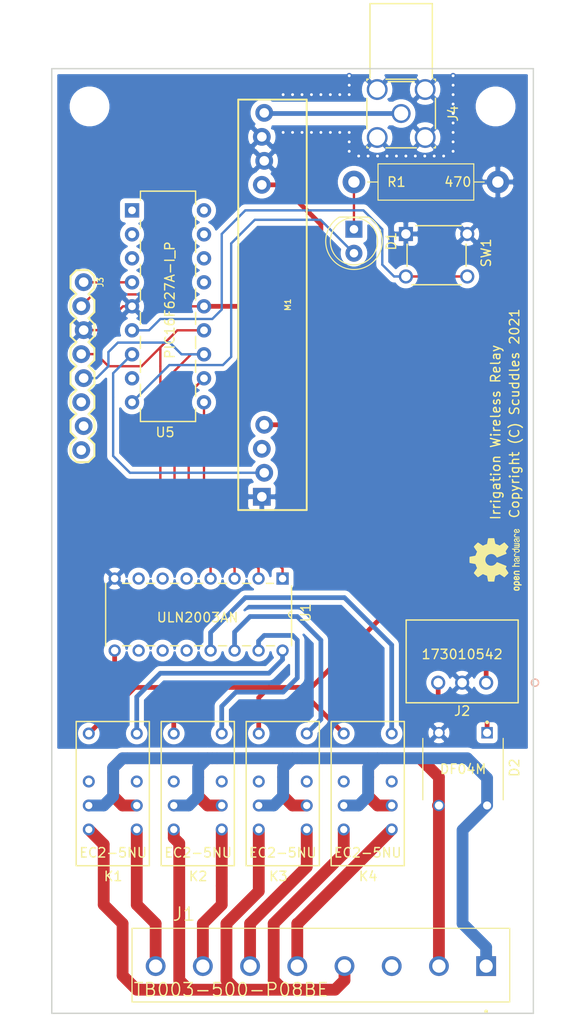
<source format=kicad_pcb>
(kicad_pcb (version 20171130) (host pcbnew "(5.1.7)-1")

  (general
    (thickness 1.6)
    (drawings 6)
    (tracks 283)
    (zones 0)
    (modules 20)
    (nets 51)
  )

  (page A4)
  (layers
    (0 Top signal)
    (31 Bottom signal)
    (32 B.Adhes user)
    (33 F.Adhes user)
    (34 B.Paste user)
    (35 F.Paste user)
    (36 B.SilkS user)
    (37 F.SilkS user)
    (38 B.Mask user)
    (39 F.Mask user)
    (40 Dwgs.User user)
    (41 Cmts.User user)
    (42 Eco1.User user)
    (43 Eco2.User user)
    (44 Edge.Cuts user)
    (45 Margin user)
    (46 B.CrtYd user)
    (47 F.CrtYd user)
    (48 B.Fab user)
    (49 F.Fab user)
  )

  (setup
    (last_trace_width 0.25)
    (trace_clearance 0.25)
    (zone_clearance 0.508)
    (zone_45_only no)
    (trace_min 0.1524)
    (via_size 0.6)
    (via_drill 0.3)
    (via_min_size 0.6)
    (via_min_drill 0.3)
    (uvia_size 0.6)
    (uvia_drill 0.3)
    (uvias_allowed no)
    (uvia_min_size 0.2)
    (uvia_min_drill 0.1)
    (edge_width 0.15)
    (segment_width 0.2)
    (pcb_text_width 0.3)
    (pcb_text_size 1.5 1.5)
    (mod_edge_width 0.15)
    (mod_text_size 1 1)
    (mod_text_width 0.15)
    (pad_size 1.524 1.524)
    (pad_drill 0.762)
    (pad_to_mask_clearance 0)
    (aux_axis_origin 0 0)
    (visible_elements 7FFFFFFF)
    (pcbplotparams
      (layerselection 0x010fc_ffffffff)
      (usegerberextensions true)
      (usegerberattributes false)
      (usegerberadvancedattributes false)
      (creategerberjobfile false)
      (excludeedgelayer true)
      (linewidth 0.100000)
      (plotframeref false)
      (viasonmask false)
      (mode 1)
      (useauxorigin false)
      (hpglpennumber 1)
      (hpglpenspeed 20)
      (hpglpendiameter 15.000000)
      (psnegative false)
      (psa4output false)
      (plotreference true)
      (plotvalue true)
      (plotinvisibletext false)
      (padsonsilk false)
      (subtractmaskfromsilk false)
      (outputformat 1)
      (mirror false)
      (drillshape 0)
      (scaleselection 1)
      (outputdirectory "C:/Users/kanderson/Documents/irrigation_relay/rx/kicad/plot"))
  )

  (net 0 "")
  (net 1 "Net-(D1-Pad1)")
  (net 2 /Logic/LED)
  (net 3 "/Power Supply/AC_NEUTRAL")
  (net 4 "/Power Supply/AC_LINE")
  (net 5 Vss)
  (net 6 "Net-(D2-Pad1)")
  (net 7 /Switching/OUT_1)
  (net 8 /Switching/OUT_2)
  (net 9 /Switching/OUT_3)
  (net 10 /Switching/OUT_4)
  (net 11 "Net-(J1-Pad3)")
  (net 12 Vdd)
  (net 13 "Net-(J3-Pad8)")
  (net 14 "Net-(J3-Pad7)")
  (net 15 "Net-(J3-Pad6)")
  (net 16 /Switching/IN_3)
  (net 17 /Switching/IN_4)
  (net 18 "Net-(J3-Pad1)")
  (net 19 "Net-(J4-Pad1)")
  (net 20 "Net-(K1-Pad2)")
  (net 21 "Net-(K1-Pad7)")
  (net 22 "Net-(K2-Pad2)")
  (net 23 "Net-(K2-Pad7)")
  (net 24 "Net-(K3-Pad2)")
  (net 25 "Net-(K3-Pad7)")
  (net 26 "Net-(K4-Pad2)")
  (net 27 "Net-(K4-Pad7)")
  (net 28 /Logic/Data)
  (net 29 /Logic/Button)
  (net 30 /Switching/IN_1)
  (net 31 /Switching/IN_2)
  (net 32 "Net-(U1-Pad5)")
  (net 33 "Net-(U1-Pad6)")
  (net 34 "Net-(U1-Pad7)")
  (net 35 "Net-(U1-Pad10)")
  (net 36 "Net-(U1-Pad11)")
  (net 37 "Net-(U1-Pad12)")
  (net 38 "Net-(U5-Pad18)")
  (net 39 "Net-(U5-Pad17)")
  (net 40 "Net-(U5-Pad16)")
  (net 41 "Net-(U5-Pad15)")
  (net 42 "Net-(U5-Pad3)")
  (net 43 "Net-(U5-Pad2)")
  (net 44 "Net-(U5-Pad1)")
  (net 45 /Switching/COM)
  (net 46 "Net-(U5-Pad8)")
  (net 47 "Net-(K1-Pad8)")
  (net 48 "Net-(K2-Pad8)")
  (net 49 "Net-(K3-Pad8)")
  (net 50 "Net-(K4-Pad8)")

  (net_class Default "This is the default net class."
    (clearance 0.25)
    (trace_width 0.25)
    (via_dia 0.6)
    (via_drill 0.3)
    (uvia_dia 0.6)
    (uvia_drill 0.3)
    (diff_pair_width 0.25)
    (diff_pair_gap 0.25)
    (add_net /Logic/Button)
    (add_net /Logic/Data)
    (add_net /Logic/LED)
    (add_net "/Power Supply/AC_LINE")
    (add_net "/Power Supply/AC_NEUTRAL")
    (add_net /Switching/COM)
    (add_net /Switching/IN_1)
    (add_net /Switching/IN_2)
    (add_net /Switching/IN_3)
    (add_net /Switching/IN_4)
    (add_net /Switching/OUT_1)
    (add_net /Switching/OUT_2)
    (add_net /Switching/OUT_3)
    (add_net /Switching/OUT_4)
    (add_net "Net-(D1-Pad1)")
    (add_net "Net-(D2-Pad1)")
    (add_net "Net-(J1-Pad3)")
    (add_net "Net-(J3-Pad1)")
    (add_net "Net-(J3-Pad6)")
    (add_net "Net-(J3-Pad7)")
    (add_net "Net-(J3-Pad8)")
    (add_net "Net-(J4-Pad1)")
    (add_net "Net-(K1-Pad2)")
    (add_net "Net-(K1-Pad7)")
    (add_net "Net-(K1-Pad8)")
    (add_net "Net-(K2-Pad2)")
    (add_net "Net-(K2-Pad7)")
    (add_net "Net-(K2-Pad8)")
    (add_net "Net-(K3-Pad2)")
    (add_net "Net-(K3-Pad7)")
    (add_net "Net-(K3-Pad8)")
    (add_net "Net-(K4-Pad2)")
    (add_net "Net-(K4-Pad7)")
    (add_net "Net-(K4-Pad8)")
    (add_net "Net-(U1-Pad10)")
    (add_net "Net-(U1-Pad11)")
    (add_net "Net-(U1-Pad12)")
    (add_net "Net-(U1-Pad5)")
    (add_net "Net-(U1-Pad6)")
    (add_net "Net-(U1-Pad7)")
    (add_net "Net-(U5-Pad1)")
    (add_net "Net-(U5-Pad15)")
    (add_net "Net-(U5-Pad16)")
    (add_net "Net-(U5-Pad17)")
    (add_net "Net-(U5-Pad18)")
    (add_net "Net-(U5-Pad2)")
    (add_net "Net-(U5-Pad3)")
    (add_net "Net-(U5-Pad8)")
    (add_net Vdd)
    (add_net Vss)
  )

  (module rx:173010542 (layer Top) (tedit 6027186F) (tstamp 6010B7E6)
    (at 159 114 180)
    (path /601188BA/6011B0E0)
    (fp_text reference J2 (at 2.54 -3) (layer F.SilkS)
      (effects (font (size 1 1) (thickness 0.15)))
    )
    (fp_text value 173010542 (at 2.54 3) (layer F.SilkS)
      (effects (font (size 1 1) (thickness 0.15)))
    )
    (fp_line (start -3.3909 6.6355) (end 8.4709 6.6355) (layer F.SilkS) (width 0.1524))
    (fp_line (start 8.4709 6.6355) (end 8.4709 -2.1275) (layer F.SilkS) (width 0.1524))
    (fp_line (start 8.4709 -2.1275) (end -3.3909 -2.1275) (layer F.SilkS) (width 0.1524))
    (fp_line (start -3.3909 -2.1275) (end -3.3909 6.6355) (layer F.SilkS) (width 0.1524))
    (fp_line (start -3.2639 6.5085) (end 8.3439 6.5085) (layer F.Fab) (width 0.1524))
    (fp_line (start 8.3439 6.5085) (end 8.3439 -2.0005) (layer F.Fab) (width 0.1524))
    (fp_line (start 8.3439 -2.0005) (end -3.2639 -2.0005) (layer F.Fab) (width 0.1524))
    (fp_line (start -3.2639 -2.0005) (end -3.2639 6.5085) (layer F.Fab) (width 0.1524))
    (fp_line (start -3.5179 -2.2545) (end -3.5179 6.7625) (layer F.CrtYd) (width 0.1524))
    (fp_line (start -3.5179 6.7625) (end 8.5979 6.7625) (layer F.CrtYd) (width 0.1524))
    (fp_line (start 8.5979 6.7625) (end 8.5979 -2.2545) (layer F.CrtYd) (width 0.1524))
    (fp_line (start 8.5979 -2.2545) (end -3.5179 -2.2545) (layer F.CrtYd) (width 0.1524))
    (fp_circle (center 0 -1.905) (end 0.381 -1.905) (layer F.Fab) (width 0.1524))
    (fp_circle (center -5.1689 0) (end -4.7879 0) (layer F.SilkS) (width 0.1524))
    (fp_circle (center -5.1689 0) (end -4.7879 0) (layer B.SilkS) (width 0.1524))
    (pad 1 thru_hole circle (at 5.08 0 180) (size 1.4986 1.4986) (drill 0.9906) (layers *.Cu *.Mask)
      (net 6 "Net-(D2-Pad1)"))
    (pad 2 thru_hole circle (at 2.54 0 180) (size 1.4986 1.4986) (drill 0.9906) (layers *.Cu *.Mask)
      (net 5 Vss))
    (pad 3 thru_hole circle (at 0 0 180) (size 1.4986 1.4986) (drill 0.9906) (layers *.Cu *.Mask)
      (net 12 Vdd))
  )

  (module Symbol:OSHW-Logo2_7.3x6mm_SilkScreen (layer Top) (tedit 0) (tstamp 6011BA0B)
    (at 160 101 90)
    (descr "Open Source Hardware Symbol")
    (tags "Logo Symbol OSHW")
    (attr virtual)
    (fp_text reference REF** (at 0 0 90) (layer F.SilkS) hide
      (effects (font (size 1 1) (thickness 0.15)))
    )
    (fp_text value OSHW-Logo2_7.3x6mm_SilkScreen (at 0.75 0 90) (layer F.Fab) hide
      (effects (font (size 1 1) (thickness 0.15)))
    )
    (fp_poly (pts (xy -2.400256 1.919918) (xy -2.344799 1.947568) (xy -2.295852 1.99848) (xy -2.282371 2.017338)
      (xy -2.267686 2.042015) (xy -2.258158 2.068816) (xy -2.252707 2.104587) (xy -2.250253 2.156169)
      (xy -2.249714 2.224267) (xy -2.252148 2.317588) (xy -2.260606 2.387657) (xy -2.276826 2.439931)
      (xy -2.302546 2.479869) (xy -2.339503 2.512929) (xy -2.342218 2.514886) (xy -2.37864 2.534908)
      (xy -2.422498 2.544815) (xy -2.478276 2.547257) (xy -2.568952 2.547257) (xy -2.56899 2.635283)
      (xy -2.569834 2.684308) (xy -2.574976 2.713065) (xy -2.588413 2.730311) (xy -2.614142 2.744808)
      (xy -2.620321 2.747769) (xy -2.649236 2.761648) (xy -2.671624 2.770414) (xy -2.688271 2.771171)
      (xy -2.699964 2.761023) (xy -2.70749 2.737073) (xy -2.711634 2.696426) (xy -2.713185 2.636186)
      (xy -2.712929 2.553455) (xy -2.711651 2.445339) (xy -2.711252 2.413) (xy -2.709815 2.301524)
      (xy -2.708528 2.228603) (xy -2.569029 2.228603) (xy -2.568245 2.290499) (xy -2.56476 2.330997)
      (xy -2.556876 2.357708) (xy -2.542895 2.378244) (xy -2.533403 2.38826) (xy -2.494596 2.417567)
      (xy -2.460237 2.419952) (xy -2.424784 2.39575) (xy -2.423886 2.394857) (xy -2.409461 2.376153)
      (xy -2.400687 2.350732) (xy -2.396261 2.311584) (xy -2.394882 2.251697) (xy -2.394857 2.23843)
      (xy -2.398188 2.155901) (xy -2.409031 2.098691) (xy -2.42866 2.063766) (xy -2.45835 2.048094)
      (xy -2.475509 2.046514) (xy -2.516234 2.053926) (xy -2.544168 2.07833) (xy -2.560983 2.12298)
      (xy -2.56835 2.19113) (xy -2.569029 2.228603) (xy -2.708528 2.228603) (xy -2.708292 2.215245)
      (xy -2.706323 2.150333) (xy -2.70355 2.102958) (xy -2.699612 2.06929) (xy -2.694151 2.045498)
      (xy -2.686808 2.027753) (xy -2.677223 2.012224) (xy -2.673113 2.006381) (xy -2.618595 1.951185)
      (xy -2.549664 1.91989) (xy -2.469928 1.911165) (xy -2.400256 1.919918)) (layer F.SilkS) (width 0.01))
    (fp_poly (pts (xy -1.283907 1.92778) (xy -1.237328 1.954723) (xy -1.204943 1.981466) (xy -1.181258 2.009484)
      (xy -1.164941 2.043748) (xy -1.154661 2.089227) (xy -1.149086 2.150892) (xy -1.146884 2.233711)
      (xy -1.146629 2.293246) (xy -1.146629 2.512391) (xy -1.208314 2.540044) (xy -1.27 2.567697)
      (xy -1.277257 2.32767) (xy -1.280256 2.238028) (xy -1.283402 2.172962) (xy -1.287299 2.128026)
      (xy -1.292553 2.09877) (xy -1.299769 2.080748) (xy -1.30955 2.069511) (xy -1.312688 2.067079)
      (xy -1.360239 2.048083) (xy -1.408303 2.0556) (xy -1.436914 2.075543) (xy -1.448553 2.089675)
      (xy -1.456609 2.10822) (xy -1.461729 2.136334) (xy -1.464559 2.179173) (xy -1.465744 2.241895)
      (xy -1.465943 2.307261) (xy -1.465982 2.389268) (xy -1.467386 2.447316) (xy -1.472086 2.486465)
      (xy -1.482013 2.51178) (xy -1.499097 2.528323) (xy -1.525268 2.541156) (xy -1.560225 2.554491)
      (xy -1.598404 2.569007) (xy -1.593859 2.311389) (xy -1.592029 2.218519) (xy -1.589888 2.149889)
      (xy -1.586819 2.100711) (xy -1.582206 2.066198) (xy -1.575432 2.041562) (xy -1.565881 2.022016)
      (xy -1.554366 2.00477) (xy -1.49881 1.94968) (xy -1.43102 1.917822) (xy -1.357287 1.910191)
      (xy -1.283907 1.92778)) (layer F.SilkS) (width 0.01))
    (fp_poly (pts (xy -2.958885 1.921962) (xy -2.890855 1.957733) (xy -2.840649 2.015301) (xy -2.822815 2.052312)
      (xy -2.808937 2.107882) (xy -2.801833 2.178096) (xy -2.80116 2.254727) (xy -2.806573 2.329552)
      (xy -2.81773 2.394342) (xy -2.834286 2.440873) (xy -2.839374 2.448887) (xy -2.899645 2.508707)
      (xy -2.971231 2.544535) (xy -3.048908 2.55502) (xy -3.127452 2.53881) (xy -3.149311 2.529092)
      (xy -3.191878 2.499143) (xy -3.229237 2.459433) (xy -3.232768 2.454397) (xy -3.247119 2.430124)
      (xy -3.256606 2.404178) (xy -3.26221 2.370022) (xy -3.264914 2.321119) (xy -3.265701 2.250935)
      (xy -3.265714 2.2352) (xy -3.265678 2.230192) (xy -3.120571 2.230192) (xy -3.119727 2.29643)
      (xy -3.116404 2.340386) (xy -3.109417 2.368779) (xy -3.097584 2.388325) (xy -3.091543 2.394857)
      (xy -3.056814 2.41968) (xy -3.023097 2.418548) (xy -2.989005 2.397016) (xy -2.968671 2.374029)
      (xy -2.956629 2.340478) (xy -2.949866 2.287569) (xy -2.949402 2.281399) (xy -2.948248 2.185513)
      (xy -2.960312 2.114299) (xy -2.98543 2.068194) (xy -3.02344 2.047635) (xy -3.037008 2.046514)
      (xy -3.072636 2.052152) (xy -3.097006 2.071686) (xy -3.111907 2.109042) (xy -3.119125 2.16815)
      (xy -3.120571 2.230192) (xy -3.265678 2.230192) (xy -3.265174 2.160413) (xy -3.262904 2.108159)
      (xy -3.257932 2.071949) (xy -3.249287 2.045299) (xy -3.235995 2.021722) (xy -3.233057 2.017338)
      (xy -3.183687 1.958249) (xy -3.129891 1.923947) (xy -3.064398 1.910331) (xy -3.042158 1.909665)
      (xy -2.958885 1.921962)) (layer F.SilkS) (width 0.01))
    (fp_poly (pts (xy -1.831697 1.931239) (xy -1.774473 1.969735) (xy -1.730251 2.025335) (xy -1.703833 2.096086)
      (xy -1.69849 2.148162) (xy -1.699097 2.169893) (xy -1.704178 2.186531) (xy -1.718145 2.201437)
      (xy -1.745411 2.217973) (xy -1.790388 2.239498) (xy -1.857489 2.269374) (xy -1.857829 2.269524)
      (xy -1.919593 2.297813) (xy -1.970241 2.322933) (xy -2.004596 2.342179) (xy -2.017482 2.352848)
      (xy -2.017486 2.352934) (xy -2.006128 2.376166) (xy -1.979569 2.401774) (xy -1.949077 2.420221)
      (xy -1.93363 2.423886) (xy -1.891485 2.411212) (xy -1.855192 2.379471) (xy -1.837483 2.344572)
      (xy -1.820448 2.318845) (xy -1.787078 2.289546) (xy -1.747851 2.264235) (xy -1.713244 2.250471)
      (xy -1.706007 2.249714) (xy -1.697861 2.26216) (xy -1.69737 2.293972) (xy -1.703357 2.336866)
      (xy -1.714643 2.382558) (xy -1.73005 2.422761) (xy -1.730829 2.424322) (xy -1.777196 2.489062)
      (xy -1.837289 2.533097) (xy -1.905535 2.554711) (xy -1.976362 2.552185) (xy -2.044196 2.523804)
      (xy -2.047212 2.521808) (xy -2.100573 2.473448) (xy -2.13566 2.410352) (xy -2.155078 2.327387)
      (xy -2.157684 2.304078) (xy -2.162299 2.194055) (xy -2.156767 2.142748) (xy -2.017486 2.142748)
      (xy -2.015676 2.174753) (xy -2.005778 2.184093) (xy -1.981102 2.177105) (xy -1.942205 2.160587)
      (xy -1.898725 2.139881) (xy -1.897644 2.139333) (xy -1.860791 2.119949) (xy -1.846 2.107013)
      (xy -1.849647 2.093451) (xy -1.865005 2.075632) (xy -1.904077 2.049845) (xy -1.946154 2.04795)
      (xy -1.983897 2.066717) (xy -2.009966 2.102915) (xy -2.017486 2.142748) (xy -2.156767 2.142748)
      (xy -2.152806 2.106027) (xy -2.12845 2.036212) (xy -2.094544 1.987302) (xy -2.033347 1.937878)
      (xy -1.965937 1.913359) (xy -1.89712 1.911797) (xy -1.831697 1.931239)) (layer F.SilkS) (width 0.01))
    (fp_poly (pts (xy -0.624114 1.851289) (xy -0.619861 1.910613) (xy -0.614975 1.945572) (xy -0.608205 1.96082)
      (xy -0.598298 1.961015) (xy -0.595086 1.959195) (xy -0.552356 1.946015) (xy -0.496773 1.946785)
      (xy -0.440263 1.960333) (xy -0.404918 1.977861) (xy -0.368679 2.005861) (xy -0.342187 2.037549)
      (xy -0.324001 2.077813) (xy -0.312678 2.131543) (xy -0.306778 2.203626) (xy -0.304857 2.298951)
      (xy -0.304823 2.317237) (xy -0.3048 2.522646) (xy -0.350509 2.53858) (xy -0.382973 2.54942)
      (xy -0.400785 2.554468) (xy -0.401309 2.554514) (xy -0.403063 2.540828) (xy -0.404556 2.503076)
      (xy -0.405674 2.446224) (xy -0.406303 2.375234) (xy -0.4064 2.332073) (xy -0.406602 2.246973)
      (xy -0.407642 2.185981) (xy -0.410169 2.144177) (xy -0.414836 2.116642) (xy -0.422293 2.098456)
      (xy -0.433189 2.084698) (xy -0.439993 2.078073) (xy -0.486728 2.051375) (xy -0.537728 2.049375)
      (xy -0.583999 2.071955) (xy -0.592556 2.080107) (xy -0.605107 2.095436) (xy -0.613812 2.113618)
      (xy -0.619369 2.139909) (xy -0.622474 2.179562) (xy -0.623824 2.237832) (xy -0.624114 2.318173)
      (xy -0.624114 2.522646) (xy -0.669823 2.53858) (xy -0.702287 2.54942) (xy -0.720099 2.554468)
      (xy -0.720623 2.554514) (xy -0.721963 2.540623) (xy -0.723172 2.501439) (xy -0.724199 2.4407)
      (xy -0.724998 2.362141) (xy -0.725519 2.269498) (xy -0.725714 2.166509) (xy -0.725714 1.769342)
      (xy -0.678543 1.749444) (xy -0.631371 1.729547) (xy -0.624114 1.851289)) (layer F.SilkS) (width 0.01))
    (fp_poly (pts (xy 0.039744 1.950968) (xy 0.096616 1.972087) (xy 0.097267 1.972493) (xy 0.13244 1.99838)
      (xy 0.158407 2.028633) (xy 0.17667 2.068058) (xy 0.188732 2.121462) (xy 0.196096 2.193651)
      (xy 0.200264 2.289432) (xy 0.200629 2.303078) (xy 0.205876 2.508842) (xy 0.161716 2.531678)
      (xy 0.129763 2.54711) (xy 0.11047 2.554423) (xy 0.109578 2.554514) (xy 0.106239 2.541022)
      (xy 0.103587 2.504626) (xy 0.101956 2.451452) (xy 0.1016 2.408393) (xy 0.101592 2.338641)
      (xy 0.098403 2.294837) (xy 0.087288 2.273944) (xy 0.063501 2.272925) (xy 0.022296 2.288741)
      (xy -0.039914 2.317815) (xy -0.085659 2.341963) (xy -0.109187 2.362913) (xy -0.116104 2.385747)
      (xy -0.116114 2.386877) (xy -0.104701 2.426212) (xy -0.070908 2.447462) (xy -0.019191 2.450539)
      (xy 0.018061 2.450006) (xy 0.037703 2.460735) (xy 0.049952 2.486505) (xy 0.057002 2.519337)
      (xy 0.046842 2.537966) (xy 0.043017 2.540632) (xy 0.007001 2.55134) (xy -0.043434 2.552856)
      (xy -0.095374 2.545759) (xy -0.132178 2.532788) (xy -0.183062 2.489585) (xy -0.211986 2.429446)
      (xy -0.217714 2.382462) (xy -0.213343 2.340082) (xy -0.197525 2.305488) (xy -0.166203 2.274763)
      (xy -0.115322 2.24399) (xy -0.040824 2.209252) (xy -0.036286 2.207288) (xy 0.030821 2.176287)
      (xy 0.072232 2.150862) (xy 0.089981 2.128014) (xy 0.086107 2.104745) (xy 0.062643 2.078056)
      (xy 0.055627 2.071914) (xy 0.00863 2.0481) (xy -0.040067 2.049103) (xy -0.082478 2.072451)
      (xy -0.110616 2.115675) (xy -0.113231 2.12416) (xy -0.138692 2.165308) (xy -0.170999 2.185128)
      (xy -0.217714 2.20477) (xy -0.217714 2.15395) (xy -0.203504 2.080082) (xy -0.161325 2.012327)
      (xy -0.139376 1.989661) (xy -0.089483 1.960569) (xy -0.026033 1.9474) (xy 0.039744 1.950968)) (layer F.SilkS) (width 0.01))
    (fp_poly (pts (xy 0.529926 1.949755) (xy 0.595858 1.974084) (xy 0.649273 2.017117) (xy 0.670164 2.047409)
      (xy 0.692939 2.102994) (xy 0.692466 2.143186) (xy 0.668562 2.170217) (xy 0.659717 2.174813)
      (xy 0.62153 2.189144) (xy 0.602028 2.185472) (xy 0.595422 2.161407) (xy 0.595086 2.148114)
      (xy 0.582992 2.09921) (xy 0.551471 2.064999) (xy 0.507659 2.048476) (xy 0.458695 2.052634)
      (xy 0.418894 2.074227) (xy 0.40545 2.086544) (xy 0.395921 2.101487) (xy 0.389485 2.124075)
      (xy 0.385317 2.159328) (xy 0.382597 2.212266) (xy 0.380502 2.287907) (xy 0.37996 2.311857)
      (xy 0.377981 2.39379) (xy 0.375731 2.451455) (xy 0.372357 2.489608) (xy 0.367006 2.513004)
      (xy 0.358824 2.526398) (xy 0.346959 2.534545) (xy 0.339362 2.538144) (xy 0.307102 2.550452)
      (xy 0.288111 2.554514) (xy 0.281836 2.540948) (xy 0.278006 2.499934) (xy 0.2766 2.430999)
      (xy 0.277598 2.333669) (xy 0.277908 2.318657) (xy 0.280101 2.229859) (xy 0.282693 2.165019)
      (xy 0.286382 2.119067) (xy 0.291864 2.086935) (xy 0.299835 2.063553) (xy 0.310993 2.043852)
      (xy 0.31683 2.03541) (xy 0.350296 1.998057) (xy 0.387727 1.969003) (xy 0.392309 1.966467)
      (xy 0.459426 1.946443) (xy 0.529926 1.949755)) (layer F.SilkS) (width 0.01))
    (fp_poly (pts (xy 1.190117 2.065358) (xy 1.189933 2.173837) (xy 1.189219 2.257287) (xy 1.187675 2.319704)
      (xy 1.185001 2.365085) (xy 1.180894 2.397429) (xy 1.175055 2.420733) (xy 1.167182 2.438995)
      (xy 1.161221 2.449418) (xy 1.111855 2.505945) (xy 1.049264 2.541377) (xy 0.980013 2.55409)
      (xy 0.910668 2.542463) (xy 0.869375 2.521568) (xy 0.826025 2.485422) (xy 0.796481 2.441276)
      (xy 0.778655 2.383462) (xy 0.770463 2.306313) (xy 0.769302 2.249714) (xy 0.769458 2.245647)
      (xy 0.870857 2.245647) (xy 0.871476 2.31055) (xy 0.874314 2.353514) (xy 0.88084 2.381622)
      (xy 0.892523 2.401953) (xy 0.906483 2.417288) (xy 0.953365 2.44689) (xy 1.003701 2.449419)
      (xy 1.051276 2.424705) (xy 1.054979 2.421356) (xy 1.070783 2.403935) (xy 1.080693 2.383209)
      (xy 1.086058 2.352362) (xy 1.088228 2.304577) (xy 1.088571 2.251748) (xy 1.087827 2.185381)
      (xy 1.084748 2.141106) (xy 1.078061 2.112009) (xy 1.066496 2.091173) (xy 1.057013 2.080107)
      (xy 1.01296 2.052198) (xy 0.962224 2.048843) (xy 0.913796 2.070159) (xy 0.90445 2.078073)
      (xy 0.88854 2.095647) (xy 0.87861 2.116587) (xy 0.873278 2.147782) (xy 0.871163 2.196122)
      (xy 0.870857 2.245647) (xy 0.769458 2.245647) (xy 0.77281 2.158568) (xy 0.784726 2.090086)
      (xy 0.807135 2.0386) (xy 0.842124 1.998443) (xy 0.869375 1.977861) (xy 0.918907 1.955625)
      (xy 0.976316 1.945304) (xy 1.029682 1.948067) (xy 1.059543 1.959212) (xy 1.071261 1.962383)
      (xy 1.079037 1.950557) (xy 1.084465 1.918866) (xy 1.088571 1.870593) (xy 1.093067 1.816829)
      (xy 1.099313 1.784482) (xy 1.110676 1.765985) (xy 1.130528 1.75377) (xy 1.143 1.748362)
      (xy 1.190171 1.728601) (xy 1.190117 2.065358)) (layer F.SilkS) (width 0.01))
    (fp_poly (pts (xy 1.779833 1.958663) (xy 1.782048 1.99685) (xy 1.783784 2.054886) (xy 1.784899 2.12818)
      (xy 1.785257 2.205055) (xy 1.785257 2.465196) (xy 1.739326 2.511127) (xy 1.707675 2.539429)
      (xy 1.67989 2.550893) (xy 1.641915 2.550168) (xy 1.62684 2.548321) (xy 1.579726 2.542948)
      (xy 1.540756 2.539869) (xy 1.531257 2.539585) (xy 1.499233 2.541445) (xy 1.453432 2.546114)
      (xy 1.435674 2.548321) (xy 1.392057 2.551735) (xy 1.362745 2.54432) (xy 1.33368 2.521427)
      (xy 1.323188 2.511127) (xy 1.277257 2.465196) (xy 1.277257 1.978602) (xy 1.314226 1.961758)
      (xy 1.346059 1.949282) (xy 1.364683 1.944914) (xy 1.369458 1.958718) (xy 1.373921 1.997286)
      (xy 1.377775 2.056356) (xy 1.380722 2.131663) (xy 1.382143 2.195286) (xy 1.386114 2.445657)
      (xy 1.420759 2.450556) (xy 1.452268 2.447131) (xy 1.467708 2.436041) (xy 1.472023 2.415308)
      (xy 1.475708 2.371145) (xy 1.478469 2.309146) (xy 1.480012 2.234909) (xy 1.480235 2.196706)
      (xy 1.480457 1.976783) (xy 1.526166 1.960849) (xy 1.558518 1.950015) (xy 1.576115 1.944962)
      (xy 1.576623 1.944914) (xy 1.578388 1.958648) (xy 1.580329 1.99673) (xy 1.582282 2.054482)
      (xy 1.584084 2.127227) (xy 1.585343 2.195286) (xy 1.589314 2.445657) (xy 1.6764 2.445657)
      (xy 1.680396 2.21724) (xy 1.684392 1.988822) (xy 1.726847 1.966868) (xy 1.758192 1.951793)
      (xy 1.776744 1.944951) (xy 1.777279 1.944914) (xy 1.779833 1.958663)) (layer F.SilkS) (width 0.01))
    (fp_poly (pts (xy 2.144876 1.956335) (xy 2.186667 1.975344) (xy 2.219469 1.998378) (xy 2.243503 2.024133)
      (xy 2.260097 2.057358) (xy 2.270577 2.1028) (xy 2.276271 2.165207) (xy 2.278507 2.249327)
      (xy 2.278743 2.304721) (xy 2.278743 2.520826) (xy 2.241774 2.53767) (xy 2.212656 2.549981)
      (xy 2.198231 2.554514) (xy 2.195472 2.541025) (xy 2.193282 2.504653) (xy 2.191942 2.451542)
      (xy 2.191657 2.409372) (xy 2.190434 2.348447) (xy 2.187136 2.300115) (xy 2.182321 2.270518)
      (xy 2.178496 2.264229) (xy 2.152783 2.270652) (xy 2.112418 2.287125) (xy 2.065679 2.309458)
      (xy 2.020845 2.333457) (xy 1.986193 2.35493) (xy 1.970002 2.369685) (xy 1.969938 2.369845)
      (xy 1.97133 2.397152) (xy 1.983818 2.423219) (xy 2.005743 2.444392) (xy 2.037743 2.451474)
      (xy 2.065092 2.450649) (xy 2.103826 2.450042) (xy 2.124158 2.459116) (xy 2.136369 2.483092)
      (xy 2.137909 2.487613) (xy 2.143203 2.521806) (xy 2.129047 2.542568) (xy 2.092148 2.552462)
      (xy 2.052289 2.554292) (xy 1.980562 2.540727) (xy 1.943432 2.521355) (xy 1.897576 2.475845)
      (xy 1.873256 2.419983) (xy 1.871073 2.360957) (xy 1.891629 2.305953) (xy 1.922549 2.271486)
      (xy 1.95342 2.252189) (xy 2.001942 2.227759) (xy 2.058485 2.202985) (xy 2.06791 2.199199)
      (xy 2.130019 2.171791) (xy 2.165822 2.147634) (xy 2.177337 2.123619) (xy 2.16658 2.096635)
      (xy 2.148114 2.075543) (xy 2.104469 2.049572) (xy 2.056446 2.047624) (xy 2.012406 2.067637)
      (xy 1.980709 2.107551) (xy 1.976549 2.117848) (xy 1.952327 2.155724) (xy 1.916965 2.183842)
      (xy 1.872343 2.206917) (xy 1.872343 2.141485) (xy 1.874969 2.101506) (xy 1.88623 2.069997)
      (xy 1.911199 2.036378) (xy 1.935169 2.010484) (xy 1.972441 1.973817) (xy 2.001401 1.954121)
      (xy 2.032505 1.94622) (xy 2.067713 1.944914) (xy 2.144876 1.956335)) (layer F.SilkS) (width 0.01))
    (fp_poly (pts (xy 2.6526 1.958752) (xy 2.669948 1.966334) (xy 2.711356 1.999128) (xy 2.746765 2.046547)
      (xy 2.768664 2.097151) (xy 2.772229 2.122098) (xy 2.760279 2.156927) (xy 2.734067 2.175357)
      (xy 2.705964 2.186516) (xy 2.693095 2.188572) (xy 2.686829 2.173649) (xy 2.674456 2.141175)
      (xy 2.669028 2.126502) (xy 2.63859 2.075744) (xy 2.59452 2.050427) (xy 2.53801 2.051206)
      (xy 2.533825 2.052203) (xy 2.503655 2.066507) (xy 2.481476 2.094393) (xy 2.466327 2.139287)
      (xy 2.45725 2.204615) (xy 2.453286 2.293804) (xy 2.452914 2.341261) (xy 2.45273 2.416071)
      (xy 2.451522 2.467069) (xy 2.448309 2.499471) (xy 2.442109 2.518495) (xy 2.43194 2.529356)
      (xy 2.416819 2.537272) (xy 2.415946 2.53767) (xy 2.386828 2.549981) (xy 2.372403 2.554514)
      (xy 2.370186 2.540809) (xy 2.368289 2.502925) (xy 2.366847 2.445715) (xy 2.365998 2.374027)
      (xy 2.365829 2.321565) (xy 2.366692 2.220047) (xy 2.37007 2.143032) (xy 2.377142 2.086023)
      (xy 2.389088 2.044526) (xy 2.40709 2.014043) (xy 2.432327 1.99008) (xy 2.457247 1.973355)
      (xy 2.517171 1.951097) (xy 2.586911 1.946076) (xy 2.6526 1.958752)) (layer F.SilkS) (width 0.01))
    (fp_poly (pts (xy 3.153595 1.966966) (xy 3.211021 2.004497) (xy 3.238719 2.038096) (xy 3.260662 2.099064)
      (xy 3.262405 2.147308) (xy 3.258457 2.211816) (xy 3.109686 2.276934) (xy 3.037349 2.310202)
      (xy 2.990084 2.336964) (xy 2.965507 2.360144) (xy 2.961237 2.382667) (xy 2.974889 2.407455)
      (xy 2.989943 2.423886) (xy 3.033746 2.450235) (xy 3.081389 2.452081) (xy 3.125145 2.431546)
      (xy 3.157289 2.390752) (xy 3.163038 2.376347) (xy 3.190576 2.331356) (xy 3.222258 2.312182)
      (xy 3.265714 2.295779) (xy 3.265714 2.357966) (xy 3.261872 2.400283) (xy 3.246823 2.435969)
      (xy 3.21528 2.476943) (xy 3.210592 2.482267) (xy 3.175506 2.51872) (xy 3.145347 2.538283)
      (xy 3.107615 2.547283) (xy 3.076335 2.55023) (xy 3.020385 2.550965) (xy 2.980555 2.54166)
      (xy 2.955708 2.527846) (xy 2.916656 2.497467) (xy 2.889625 2.464613) (xy 2.872517 2.423294)
      (xy 2.863238 2.367521) (xy 2.859693 2.291305) (xy 2.85941 2.252622) (xy 2.860372 2.206247)
      (xy 2.948007 2.206247) (xy 2.949023 2.231126) (xy 2.951556 2.2352) (xy 2.968274 2.229665)
      (xy 3.004249 2.215017) (xy 3.052331 2.19419) (xy 3.062386 2.189714) (xy 3.123152 2.158814)
      (xy 3.156632 2.131657) (xy 3.16399 2.10622) (xy 3.146391 2.080481) (xy 3.131856 2.069109)
      (xy 3.07941 2.046364) (xy 3.030322 2.050122) (xy 2.989227 2.077884) (xy 2.960758 2.127152)
      (xy 2.951631 2.166257) (xy 2.948007 2.206247) (xy 2.860372 2.206247) (xy 2.861285 2.162249)
      (xy 2.868196 2.095384) (xy 2.881884 2.046695) (xy 2.904096 2.010849) (xy 2.936574 1.982513)
      (xy 2.950733 1.973355) (xy 3.015053 1.949507) (xy 3.085473 1.948006) (xy 3.153595 1.966966)) (layer F.SilkS) (width 0.01))
    (fp_poly (pts (xy 0.10391 -2.757652) (xy 0.182454 -2.757222) (xy 0.239298 -2.756058) (xy 0.278105 -2.753793)
      (xy 0.302538 -2.75006) (xy 0.316262 -2.744494) (xy 0.32294 -2.736727) (xy 0.326236 -2.726395)
      (xy 0.326556 -2.725057) (xy 0.331562 -2.700921) (xy 0.340829 -2.653299) (xy 0.353392 -2.587259)
      (xy 0.368287 -2.507872) (xy 0.384551 -2.420204) (xy 0.385119 -2.417125) (xy 0.40141 -2.331211)
      (xy 0.416652 -2.255304) (xy 0.429861 -2.193955) (xy 0.440054 -2.151718) (xy 0.446248 -2.133145)
      (xy 0.446543 -2.132816) (xy 0.464788 -2.123747) (xy 0.502405 -2.108633) (xy 0.551271 -2.090738)
      (xy 0.551543 -2.090642) (xy 0.613093 -2.067507) (xy 0.685657 -2.038035) (xy 0.754057 -2.008403)
      (xy 0.757294 -2.006938) (xy 0.868702 -1.956374) (xy 1.115399 -2.12484) (xy 1.191077 -2.176197)
      (xy 1.259631 -2.222111) (xy 1.317088 -2.25997) (xy 1.359476 -2.287163) (xy 1.382825 -2.301079)
      (xy 1.385042 -2.302111) (xy 1.40201 -2.297516) (xy 1.433701 -2.275345) (xy 1.481352 -2.234553)
      (xy 1.546198 -2.174095) (xy 1.612397 -2.109773) (xy 1.676214 -2.046388) (xy 1.733329 -1.988549)
      (xy 1.780305 -1.939825) (xy 1.813703 -1.90379) (xy 1.830085 -1.884016) (xy 1.830694 -1.882998)
      (xy 1.832505 -1.869428) (xy 1.825683 -1.847267) (xy 1.80854 -1.813522) (xy 1.779393 -1.7652)
      (xy 1.736555 -1.699308) (xy 1.679448 -1.614483) (xy 1.628766 -1.539823) (xy 1.583461 -1.47286)
      (xy 1.54615 -1.417484) (xy 1.519452 -1.37758) (xy 1.505985 -1.357038) (xy 1.505137 -1.355644)
      (xy 1.506781 -1.335962) (xy 1.519245 -1.297707) (xy 1.540048 -1.248111) (xy 1.547462 -1.232272)
      (xy 1.579814 -1.16171) (xy 1.614328 -1.081647) (xy 1.642365 -1.012371) (xy 1.662568 -0.960955)
      (xy 1.678615 -0.921881) (xy 1.687888 -0.901459) (xy 1.689041 -0.899886) (xy 1.706096 -0.897279)
      (xy 1.746298 -0.890137) (xy 1.804302 -0.879477) (xy 1.874763 -0.866315) (xy 1.952335 -0.851667)
      (xy 2.031672 -0.836551) (xy 2.107431 -0.821982) (xy 2.174264 -0.808978) (xy 2.226828 -0.798555)
      (xy 2.259776 -0.79173) (xy 2.267857 -0.789801) (xy 2.276205 -0.785038) (xy 2.282506 -0.774282)
      (xy 2.287045 -0.753902) (xy 2.290104 -0.720266) (xy 2.291967 -0.669745) (xy 2.292918 -0.598708)
      (xy 2.29324 -0.503524) (xy 2.293257 -0.464508) (xy 2.293257 -0.147201) (xy 2.217057 -0.132161)
      (xy 2.174663 -0.124005) (xy 2.1114 -0.112101) (xy 2.034962 -0.097884) (xy 1.953043 -0.08279)
      (xy 1.9304 -0.078645) (xy 1.854806 -0.063947) (xy 1.788953 -0.049495) (xy 1.738366 -0.036625)
      (xy 1.708574 -0.026678) (xy 1.703612 -0.023713) (xy 1.691426 -0.002717) (xy 1.673953 0.037967)
      (xy 1.654577 0.090322) (xy 1.650734 0.1016) (xy 1.625339 0.171523) (xy 1.593817 0.250418)
      (xy 1.562969 0.321266) (xy 1.562817 0.321595) (xy 1.511447 0.432733) (xy 1.680399 0.681253)
      (xy 1.849352 0.929772) (xy 1.632429 1.147058) (xy 1.566819 1.211726) (xy 1.506979 1.268733)
      (xy 1.456267 1.315033) (xy 1.418046 1.347584) (xy 1.395675 1.363343) (xy 1.392466 1.364343)
      (xy 1.373626 1.356469) (xy 1.33518 1.334578) (xy 1.28133 1.301267) (xy 1.216276 1.259131)
      (xy 1.14594 1.211943) (xy 1.074555 1.16381) (xy 1.010908 1.121928) (xy 0.959041 1.088871)
      (xy 0.922995 1.067218) (xy 0.906867 1.059543) (xy 0.887189 1.066037) (xy 0.849875 1.08315)
      (xy 0.802621 1.107326) (xy 0.797612 1.110013) (xy 0.733977 1.141927) (xy 0.690341 1.157579)
      (xy 0.663202 1.157745) (xy 0.649057 1.143204) (xy 0.648975 1.143) (xy 0.641905 1.125779)
      (xy 0.625042 1.084899) (xy 0.599695 1.023525) (xy 0.567171 0.944819) (xy 0.528778 0.851947)
      (xy 0.485822 0.748072) (xy 0.444222 0.647502) (xy 0.398504 0.536516) (xy 0.356526 0.433703)
      (xy 0.319548 0.342215) (xy 0.288827 0.265201) (xy 0.265622 0.205815) (xy 0.25119 0.167209)
      (xy 0.246743 0.1528) (xy 0.257896 0.136272) (xy 0.287069 0.10993) (xy 0.325971 0.080887)
      (xy 0.436757 -0.010961) (xy 0.523351 -0.116241) (xy 0.584716 -0.232734) (xy 0.619815 -0.358224)
      (xy 0.627608 -0.490493) (xy 0.621943 -0.551543) (xy 0.591078 -0.678205) (xy 0.53792 -0.790059)
      (xy 0.465767 -0.885999) (xy 0.377917 -0.964924) (xy 0.277665 -1.02573) (xy 0.16831 -1.067313)
      (xy 0.053147 -1.088572) (xy -0.064525 -1.088401) (xy -0.18141 -1.065699) (xy -0.294211 -1.019362)
      (xy -0.399631 -0.948287) (xy -0.443632 -0.908089) (xy -0.528021 -0.804871) (xy -0.586778 -0.692075)
      (xy -0.620296 -0.57299) (xy -0.628965 -0.450905) (xy -0.613177 -0.329107) (xy -0.573322 -0.210884)
      (xy -0.509793 -0.099525) (xy -0.422979 0.001684) (xy -0.325971 0.080887) (xy -0.285563 0.111162)
      (xy -0.257018 0.137219) (xy -0.246743 0.152825) (xy -0.252123 0.169843) (xy -0.267425 0.2105)
      (xy -0.291388 0.271642) (xy -0.322756 0.350119) (xy -0.360268 0.44278) (xy -0.402667 0.546472)
      (xy -0.444337 0.647526) (xy -0.49031 0.758607) (xy -0.532893 0.861541) (xy -0.570779 0.953165)
      (xy -0.60266 1.030316) (xy -0.627229 1.089831) (xy -0.64318 1.128544) (xy -0.64909 1.143)
      (xy -0.663052 1.157685) (xy -0.69006 1.157642) (xy -0.733587 1.142099) (xy -0.79711 1.110284)
      (xy -0.797612 1.110013) (xy -0.84544 1.085323) (xy -0.884103 1.067338) (xy -0.905905 1.059614)
      (xy -0.906867 1.059543) (xy -0.923279 1.067378) (xy -0.959513 1.089165) (xy -1.011526 1.122328)
      (xy -1.075275 1.164291) (xy -1.14594 1.211943) (xy -1.217884 1.260191) (xy -1.282726 1.302151)
      (xy -1.336265 1.335227) (xy -1.374303 1.356821) (xy -1.392467 1.364343) (xy -1.409192 1.354457)
      (xy -1.44282 1.326826) (xy -1.48999 1.284495) (xy -1.547342 1.230505) (xy -1.611516 1.167899)
      (xy -1.632503 1.146983) (xy -1.849501 0.929623) (xy -1.684332 0.68722) (xy -1.634136 0.612781)
      (xy -1.590081 0.545972) (xy -1.554638 0.490665) (xy -1.530281 0.450729) (xy -1.519478 0.430036)
      (xy -1.519162 0.428563) (xy -1.524857 0.409058) (xy -1.540174 0.369822) (xy -1.562463 0.31743)
      (xy -1.578107 0.282355) (xy -1.607359 0.215201) (xy -1.634906 0.147358) (xy -1.656263 0.090034)
      (xy -1.662065 0.072572) (xy -1.678548 0.025938) (xy -1.69466 -0.010095) (xy -1.70351 -0.023713)
      (xy -1.72304 -0.032048) (xy -1.765666 -0.043863) (xy -1.825855 -0.057819) (xy -1.898078 -0.072578)
      (xy -1.9304 -0.078645) (xy -2.012478 -0.093727) (xy -2.091205 -0.108331) (xy -2.158891 -0.12102)
      (xy -2.20784 -0.130358) (xy -2.217057 -0.132161) (xy -2.293257 -0.147201) (xy -2.293257 -0.464508)
      (xy -2.293086 -0.568846) (xy -2.292384 -0.647787) (xy -2.290866 -0.704962) (xy -2.288251 -0.744001)
      (xy -2.284254 -0.768535) (xy -2.278591 -0.782195) (xy -2.27098 -0.788611) (xy -2.267857 -0.789801)
      (xy -2.249022 -0.79402) (xy -2.207412 -0.802438) (xy -2.14837 -0.814039) (xy -2.077243 -0.827805)
      (xy -1.999375 -0.84272) (xy -1.920113 -0.857768) (xy -1.844802 -0.871931) (xy -1.778787 -0.884194)
      (xy -1.727413 -0.893539) (xy -1.696025 -0.89895) (xy -1.689041 -0.899886) (xy -1.682715 -0.912404)
      (xy -1.66871 -0.945754) (xy -1.649645 -0.993623) (xy -1.642366 -1.012371) (xy -1.613004 -1.084805)
      (xy -1.578429 -1.16483) (xy -1.547463 -1.232272) (xy -1.524677 -1.283841) (xy -1.509518 -1.326215)
      (xy -1.504458 -1.352166) (xy -1.505264 -1.355644) (xy -1.515959 -1.372064) (xy -1.54038 -1.408583)
      (xy -1.575905 -1.461313) (xy -1.619913 -1.526365) (xy -1.669783 -1.599849) (xy -1.679644 -1.614355)
      (xy -1.737508 -1.700296) (xy -1.780044 -1.765739) (xy -1.808946 -1.813696) (xy -1.82591 -1.84718)
      (xy -1.832633 -1.869205) (xy -1.83081 -1.882783) (xy -1.830764 -1.882869) (xy -1.816414 -1.900703)
      (xy -1.784677 -1.935183) (xy -1.73899 -1.982732) (xy -1.682796 -2.039778) (xy -1.619532 -2.102745)
      (xy -1.612398 -2.109773) (xy -1.53267 -2.18698) (xy -1.471143 -2.24367) (xy -1.426579 -2.28089)
      (xy -1.397743 -2.299685) (xy -1.385042 -2.302111) (xy -1.366506 -2.291529) (xy -1.328039 -2.267084)
      (xy -1.273614 -2.231388) (xy -1.207202 -2.187053) (xy -1.132775 -2.136689) (xy -1.115399 -2.12484)
      (xy -0.868703 -1.956374) (xy -0.757294 -2.006938) (xy -0.689543 -2.036405) (xy -0.616817 -2.066041)
      (xy -0.554297 -2.08967) (xy -0.551543 -2.090642) (xy -0.50264 -2.108543) (xy -0.464943 -2.12368)
      (xy -0.446575 -2.13279) (xy -0.446544 -2.132816) (xy -0.440715 -2.149283) (xy -0.430808 -2.189781)
      (xy -0.417805 -2.249758) (xy -0.402691 -2.32466) (xy -0.386448 -2.409936) (xy -0.385119 -2.417125)
      (xy -0.368825 -2.504986) (xy -0.353867 -2.58474) (xy -0.341209 -2.651319) (xy -0.331814 -2.699653)
      (xy -0.326646 -2.724675) (xy -0.326556 -2.725057) (xy -0.323411 -2.735701) (xy -0.317296 -2.743738)
      (xy -0.304547 -2.749533) (xy -0.2815 -2.753453) (xy -0.244491 -2.755865) (xy -0.189856 -2.757135)
      (xy -0.113933 -2.757629) (xy -0.013056 -2.757714) (xy 0 -2.757714) (xy 0.10391 -2.757652)) (layer F.SilkS) (width 0.01))
  )

  (module MountingHole:MountingHole_3.2mm_M3 (layer Top) (tedit 56D1B4CB) (tstamp 601123AF)
    (at 160 136)
    (descr "Mounting Hole 3.2mm, no annular, M3")
    (tags "mounting hole 3.2mm no annular m3")
    (attr virtual)
    (fp_text reference REF** (at 0 -4.2) (layer F.SilkS) hide
      (effects (font (size 1 1) (thickness 0.15)))
    )
    (fp_text value MountingHole_3.2mm_M3 (at 0 4.2) (layer F.Fab)
      (effects (font (size 1 1) (thickness 0.15)))
    )
    (fp_circle (center 0 0) (end 3.45 0) (layer F.CrtYd) (width 0.05))
    (fp_circle (center 0 0) (end 3.2 0) (layer Cmts.User) (width 0.15))
    (fp_text user %R (at 0.3 -2) (layer F.Fab)
      (effects (font (size 1 1) (thickness 0.15)))
    )
    (pad 1 np_thru_hole circle (at 0 0) (size 3.2 3.2) (drill 3.2) (layers *.Cu *.Mask))
  )

  (module MountingHole:MountingHole_3.2mm_M3 (layer Top) (tedit 56D1B4CB) (tstamp 60111CE6)
    (at 117 145)
    (descr "Mounting Hole 3.2mm, no annular, M3")
    (tags "mounting hole 3.2mm no annular m3")
    (attr virtual)
    (fp_text reference REF** (at 0 -4.2) (layer F.SilkS) hide
      (effects (font (size 1 1) (thickness 0.15)))
    )
    (fp_text value MountingHole_3.2mm_M3 (at 0 4.2) (layer F.Fab)
      (effects (font (size 1 1) (thickness 0.15)))
    )
    (fp_circle (center 0 0) (end 3.45 0) (layer F.CrtYd) (width 0.05))
    (fp_circle (center 0 0) (end 3.2 0) (layer Cmts.User) (width 0.15))
    (fp_text user %R (at 0.3 0) (layer F.Fab)
      (effects (font (size 1 1) (thickness 0.15)))
    )
    (pad 1 np_thru_hole circle (at 0 0) (size 3.2 3.2) (drill 3.2) (layers *.Cu *.Mask))
  )

  (module MountingHole:MountingHole_3.2mm_M3 (layer Top) (tedit 56D1B4CB) (tstamp 60111CBB)
    (at 160 53)
    (descr "Mounting Hole 3.2mm, no annular, M3")
    (tags "mounting hole 3.2mm no annular m3")
    (attr virtual)
    (fp_text reference REF** (at 0 -4.2) (layer F.SilkS) hide
      (effects (font (size 1 1) (thickness 0.15)))
    )
    (fp_text value MountingHole_3.2mm_M3 (at 0 4.2) (layer F.Fab)
      (effects (font (size 1 1) (thickness 0.15)))
    )
    (fp_circle (center 0 0) (end 3.45 0) (layer F.CrtYd) (width 0.05))
    (fp_circle (center 0 0) (end 3.2 0) (layer Cmts.User) (width 0.15))
    (fp_text user %R (at 0.3 0) (layer F.Fab)
      (effects (font (size 1 1) (thickness 0.15)))
    )
    (pad 1 np_thru_hole circle (at 0 0) (size 3.2 3.2) (drill 3.2) (layers *.Cu *.Mask))
  )

  (module MountingHole:MountingHole_3.2mm_M3 (layer Top) (tedit 56D1B4CB) (tstamp 60111BD8)
    (at 117 53)
    (descr "Mounting Hole 3.2mm, no annular, M3")
    (tags "mounting hole 3.2mm no annular m3")
    (attr virtual)
    (fp_text reference REF** (at 0 -4.2) (layer F.SilkS) hide
      (effects (font (size 1 1) (thickness 0.15)))
    )
    (fp_text value MountingHole_3.2mm_M3 (at 0 4.2) (layer F.Fab)
      (effects (font (size 1 1) (thickness 0.15)))
    )
    (fp_circle (center 0 0) (end 3.2 0) (layer Cmts.User) (width 0.15))
    (fp_circle (center 0 0) (end 3.45 0) (layer F.CrtYd) (width 0.05))
    (fp_text user %R (at 0.3 0) (layer F.Fab)
      (effects (font (size 1 1) (thickness 0.15)))
    )
    (pad 1 np_thru_hole circle (at 0 0) (size 3.2 3.2) (drill 3.2) (layers *.Cu *.Mask))
  )

  (module rx:PIC16F627A-I&slash_P (layer Top) (tedit 6010A339) (tstamp 6010BA29)
    (at 121.5 64)
    (path /6011BAAF/6013FC0E)
    (fp_text reference U5 (at 3.5 23.5) (layer F.SilkS)
      (effects (font (size 1 1) (thickness 0.15)))
    )
    (fp_text value PIC16F627A-I_P (at 4 9.5 270) (layer F.SilkS)
      (effects (font (size 1 1) (thickness 0.15)))
    )
    (fp_line (start 1.016 0.4064) (end 1.016 -0.4064) (layer F.Fab) (width 0.1524))
    (fp_line (start 1.016 -0.4064) (end -0.4064 -0.4064) (layer F.Fab) (width 0.1524))
    (fp_line (start -0.4064 -0.4064) (end -0.4064 0.4064) (layer F.Fab) (width 0.1524))
    (fp_line (start -0.4064 0.4064) (end 1.016 0.4064) (layer F.Fab) (width 0.1524))
    (fp_line (start 1.016 2.9464) (end 1.016 2.1336) (layer F.Fab) (width 0.1524))
    (fp_line (start 1.016 2.1336) (end -0.4064 2.1336) (layer F.Fab) (width 0.1524))
    (fp_line (start -0.4064 2.1336) (end -0.4064 2.9464) (layer F.Fab) (width 0.1524))
    (fp_line (start -0.4064 2.9464) (end 1.016 2.9464) (layer F.Fab) (width 0.1524))
    (fp_line (start 1.016 5.4864) (end 1.016 4.6736) (layer F.Fab) (width 0.1524))
    (fp_line (start 1.016 4.6736) (end -0.4064 4.6736) (layer F.Fab) (width 0.1524))
    (fp_line (start -0.4064 4.6736) (end -0.4064 5.4864) (layer F.Fab) (width 0.1524))
    (fp_line (start -0.4064 5.4864) (end 1.016 5.4864) (layer F.Fab) (width 0.1524))
    (fp_line (start 1.016 8.0264) (end 1.016 7.2136) (layer F.Fab) (width 0.1524))
    (fp_line (start 1.016 7.2136) (end -0.4064 7.2136) (layer F.Fab) (width 0.1524))
    (fp_line (start -0.4064 7.2136) (end -0.4064 8.0264) (layer F.Fab) (width 0.1524))
    (fp_line (start -0.4064 8.0264) (end 1.016 8.0264) (layer F.Fab) (width 0.1524))
    (fp_line (start 1.016 10.5664) (end 1.016 9.7536) (layer F.Fab) (width 0.1524))
    (fp_line (start 1.016 9.7536) (end -0.4064 9.7536) (layer F.Fab) (width 0.1524))
    (fp_line (start -0.4064 9.7536) (end -0.4064 10.5664) (layer F.Fab) (width 0.1524))
    (fp_line (start -0.4064 10.5664) (end 1.016 10.5664) (layer F.Fab) (width 0.1524))
    (fp_line (start 1.016 13.1064) (end 1.016 12.2936) (layer F.Fab) (width 0.1524))
    (fp_line (start 1.016 12.2936) (end -0.4064 12.2936) (layer F.Fab) (width 0.1524))
    (fp_line (start -0.4064 12.2936) (end -0.4064 13.1064) (layer F.Fab) (width 0.1524))
    (fp_line (start -0.4064 13.1064) (end 1.016 13.1064) (layer F.Fab) (width 0.1524))
    (fp_line (start 1.016 15.6464) (end 1.016 14.8336) (layer F.Fab) (width 0.1524))
    (fp_line (start 1.016 14.8336) (end -0.4064 14.8336) (layer F.Fab) (width 0.1524))
    (fp_line (start -0.4064 14.8336) (end -0.4064 15.6464) (layer F.Fab) (width 0.1524))
    (fp_line (start -0.4064 15.6464) (end 1.016 15.6464) (layer F.Fab) (width 0.1524))
    (fp_line (start 1.016 18.1864) (end 1.016 17.3736) (layer F.Fab) (width 0.1524))
    (fp_line (start 1.016 17.3736) (end -0.4064 17.3736) (layer F.Fab) (width 0.1524))
    (fp_line (start -0.4064 17.3736) (end -0.4064 18.1864) (layer F.Fab) (width 0.1524))
    (fp_line (start -0.4064 18.1864) (end 1.016 18.1864) (layer F.Fab) (width 0.1524))
    (fp_line (start 1.016 20.7264) (end 1.016 19.9136) (layer F.Fab) (width 0.1524))
    (fp_line (start 1.016 19.9136) (end -0.4064 19.9136) (layer F.Fab) (width 0.1524))
    (fp_line (start -0.4064 19.9136) (end -0.4064 20.7264) (layer F.Fab) (width 0.1524))
    (fp_line (start -0.4064 20.7264) (end 1.016 20.7264) (layer F.Fab) (width 0.1524))
    (fp_line (start 6.604 19.9136) (end 6.604 20.7264) (layer F.Fab) (width 0.1524))
    (fp_line (start 6.604 20.7264) (end 8.0264 20.7264) (layer F.Fab) (width 0.1524))
    (fp_line (start 8.0264 20.7264) (end 8.0264 19.9136) (layer F.Fab) (width 0.1524))
    (fp_line (start 8.0264 19.9136) (end 6.604 19.9136) (layer F.Fab) (width 0.1524))
    (fp_line (start 6.604 17.3736) (end 6.604 18.1864) (layer F.Fab) (width 0.1524))
    (fp_line (start 6.604 18.1864) (end 8.0264 18.1864) (layer F.Fab) (width 0.1524))
    (fp_line (start 8.0264 18.1864) (end 8.0264 17.3736) (layer F.Fab) (width 0.1524))
    (fp_line (start 8.0264 17.3736) (end 6.604 17.3736) (layer F.Fab) (width 0.1524))
    (fp_line (start 6.604 14.8336) (end 6.604 15.6464) (layer F.Fab) (width 0.1524))
    (fp_line (start 6.604 15.6464) (end 8.0264 15.6464) (layer F.Fab) (width 0.1524))
    (fp_line (start 8.0264 15.6464) (end 8.0264 14.8336) (layer F.Fab) (width 0.1524))
    (fp_line (start 8.0264 14.8336) (end 6.604 14.8336) (layer F.Fab) (width 0.1524))
    (fp_line (start 6.604 12.2936) (end 6.604 13.1064) (layer F.Fab) (width 0.1524))
    (fp_line (start 6.604 13.1064) (end 8.0264 13.1064) (layer F.Fab) (width 0.1524))
    (fp_line (start 8.0264 13.1064) (end 8.0264 12.2936) (layer F.Fab) (width 0.1524))
    (fp_line (start 8.0264 12.2936) (end 6.604 12.2936) (layer F.Fab) (width 0.1524))
    (fp_line (start 6.604 9.7536) (end 6.604 10.5664) (layer F.Fab) (width 0.1524))
    (fp_line (start 6.604 10.5664) (end 8.0264 10.5664) (layer F.Fab) (width 0.1524))
    (fp_line (start 8.0264 10.5664) (end 8.0264 9.7536) (layer F.Fab) (width 0.1524))
    (fp_line (start 8.0264 9.7536) (end 6.604 9.7536) (layer F.Fab) (width 0.1524))
    (fp_line (start 6.604 7.2136) (end 6.604 8.0264) (layer F.Fab) (width 0.1524))
    (fp_line (start 6.604 8.0264) (end 8.0264 8.0264) (layer F.Fab) (width 0.1524))
    (fp_line (start 8.0264 8.0264) (end 8.0264 7.2136) (layer F.Fab) (width 0.1524))
    (fp_line (start 8.0264 7.2136) (end 6.604 7.2136) (layer F.Fab) (width 0.1524))
    (fp_line (start 6.604 4.6736) (end 6.604 5.4864) (layer F.Fab) (width 0.1524))
    (fp_line (start 6.604 5.4864) (end 8.0264 5.4864) (layer F.Fab) (width 0.1524))
    (fp_line (start 8.0264 5.4864) (end 8.0264 4.6736) (layer F.Fab) (width 0.1524))
    (fp_line (start 8.0264 4.6736) (end 6.604 4.6736) (layer F.Fab) (width 0.1524))
    (fp_line (start 6.604 2.1336) (end 6.604 2.9464) (layer F.Fab) (width 0.1524))
    (fp_line (start 6.604 2.9464) (end 8.0264 2.9464) (layer F.Fab) (width 0.1524))
    (fp_line (start 8.0264 2.9464) (end 8.0264 2.1336) (layer F.Fab) (width 0.1524))
    (fp_line (start 8.0264 2.1336) (end 6.604 2.1336) (layer F.Fab) (width 0.1524))
    (fp_line (start 6.604 -0.4064) (end 6.604 0.4064) (layer F.Fab) (width 0.1524))
    (fp_line (start 6.604 0.4064) (end 8.0264 0.4064) (layer F.Fab) (width 0.1524))
    (fp_line (start 8.0264 0.4064) (end 8.0264 -0.4064) (layer F.Fab) (width 0.1524))
    (fp_line (start 8.0264 -0.4064) (end 6.604 -0.4064) (layer F.Fab) (width 0.1524))
    (fp_line (start 0.889 22.352) (end 6.731 22.352) (layer F.SilkS) (width 0.1524))
    (fp_line (start 6.731 22.352) (end 6.731 20.958854) (layer F.SilkS) (width 0.1524))
    (fp_line (start 6.731 -2.032) (end 0.889 -2.032) (layer F.SilkS) (width 0.1524))
    (fp_line (start 0.889 -2.032) (end 0.889 -1.06955) (layer F.SilkS) (width 0.1524))
    (fp_line (start 1.016 22.225) (end 6.604 22.225) (layer F.Fab) (width 0.1524))
    (fp_line (start 6.604 22.225) (end 6.604 -1.905) (layer F.Fab) (width 0.1524))
    (fp_line (start 6.604 -1.905) (end 1.016 -1.905) (layer F.Fab) (width 0.1524))
    (fp_line (start 1.016 -1.905) (end 1.016 22.225) (layer F.Fab) (width 0.1524))
    (fp_line (start 0.889 1.06955) (end 0.889 1.901146) (layer F.SilkS) (width 0.1524))
    (fp_line (start 0.889 3.178854) (end 0.889 4.441146) (layer F.SilkS) (width 0.1524))
    (fp_line (start 0.889 5.718854) (end 0.889 6.981146) (layer F.SilkS) (width 0.1524))
    (fp_line (start 0.889 8.258854) (end 0.889 9.521146) (layer F.SilkS) (width 0.1524))
    (fp_line (start 0.889 10.798854) (end 0.889 12.061146) (layer F.SilkS) (width 0.1524))
    (fp_line (start 0.889 13.338854) (end 0.889 14.601146) (layer F.SilkS) (width 0.1524))
    (fp_line (start 0.889 15.878854) (end 0.889 17.141146) (layer F.SilkS) (width 0.1524))
    (fp_line (start 0.889 18.418854) (end 0.889 19.681146) (layer F.SilkS) (width 0.1524))
    (fp_line (start 0.889 20.958854) (end 0.889 22.352) (layer F.SilkS) (width 0.1524))
    (fp_line (start 6.731 19.681146) (end 6.731 18.418854) (layer F.SilkS) (width 0.1524))
    (fp_line (start 6.731 17.141146) (end 6.731 15.878854) (layer F.SilkS) (width 0.1524))
    (fp_line (start 6.731 14.601146) (end 6.731 13.338854) (layer F.SilkS) (width 0.1524))
    (fp_line (start 6.731 12.061146) (end 6.731 10.798854) (layer F.SilkS) (width 0.1524))
    (fp_line (start 6.731 9.521146) (end 6.731 8.258854) (layer F.SilkS) (width 0.1524))
    (fp_line (start 6.731 6.981146) (end 6.731 5.718854) (layer F.SilkS) (width 0.1524))
    (fp_line (start 6.731 4.441146) (end 6.731 3.178854) (layer F.SilkS) (width 0.1524))
    (fp_line (start 6.731 1.901146) (end 6.731 0.638854) (layer F.SilkS) (width 0.1524))
    (fp_line (start 6.731 -0.638854) (end 6.731 -2.032) (layer F.SilkS) (width 0.1524))
    (fp_line (start 8.636 21.336) (end 8.636 -1.016) (layer F.CrtYd) (width 0.1524))
    (fp_line (start 8.636 -1.016) (end 6.858 -1.016) (layer F.CrtYd) (width 0.1524))
    (fp_line (start 6.858 -1.016) (end 6.858 -2.159) (layer F.CrtYd) (width 0.1524))
    (fp_line (start 6.858 -2.159) (end 0.762 -2.159) (layer F.CrtYd) (width 0.1524))
    (fp_line (start 0.762 -2.159) (end 0.762 -1.016) (layer F.CrtYd) (width 0.1524))
    (fp_line (start 0.762 -1.016) (end -1.016 -1.016) (layer F.CrtYd) (width 0.1524))
    (fp_line (start -1.016 -1.016) (end -1.016 21.336) (layer F.CrtYd) (width 0.1524))
    (fp_line (start -1.016 21.336) (end 0.762 21.336) (layer F.CrtYd) (width 0.1524))
    (fp_line (start 0.762 21.336) (end 0.762 22.479) (layer F.CrtYd) (width 0.1524))
    (fp_line (start 0.762 22.479) (end 6.858 22.479) (layer F.CrtYd) (width 0.1524))
    (fp_line (start 6.858 22.479) (end 6.858 21.336) (layer F.CrtYd) (width 0.1524))
    (fp_line (start 6.858 21.336) (end 8.636 21.336) (layer F.CrtYd) (width 0.1524))
    (fp_arc (start 3.81 -1.905) (end 4.1148 -1.905) (angle 180) (layer F.Fab) (width 0.1524))
    (pad 18 thru_hole circle (at 7.62 0) (size 1.524 1.524) (drill 0.8128) (layers *.Cu *.Mask)
      (net 38 "Net-(U5-Pad18)"))
    (pad 17 thru_hole circle (at 7.62 2.54) (size 1.524 1.524) (drill 0.8128) (layers *.Cu *.Mask)
      (net 39 "Net-(U5-Pad17)"))
    (pad 16 thru_hole circle (at 7.62 5.08) (size 1.524 1.524) (drill 0.8128) (layers *.Cu *.Mask)
      (net 40 "Net-(U5-Pad16)"))
    (pad 15 thru_hole circle (at 7.62 7.62) (size 1.524 1.524) (drill 0.8128) (layers *.Cu *.Mask)
      (net 41 "Net-(U5-Pad15)"))
    (pad 14 thru_hole circle (at 7.62 10.16) (size 1.524 1.524) (drill 0.8128) (layers *.Cu *.Mask)
      (net 12 Vdd))
    (pad 13 thru_hole circle (at 7.62 12.7) (size 1.524 1.524) (drill 0.8128) (layers *.Cu *.Mask)
      (net 17 /Switching/IN_4))
    (pad 12 thru_hole circle (at 7.62 15.24) (size 1.524 1.524) (drill 0.8128) (layers *.Cu *.Mask)
      (net 16 /Switching/IN_3))
    (pad 11 thru_hole circle (at 7.62 17.78) (size 1.524 1.524) (drill 0.8128) (layers *.Cu *.Mask)
      (net 31 /Switching/IN_2))
    (pad 10 thru_hole circle (at 7.62 20.32) (size 1.524 1.524) (drill 0.8128) (layers *.Cu *.Mask)
      (net 30 /Switching/IN_1))
    (pad 9 thru_hole circle (at 0 20.32) (size 1.524 1.524) (drill 0.8128) (layers *.Cu *.Mask)
      (net 2 /Logic/LED))
    (pad 8 thru_hole circle (at 0 17.78) (size 1.524 1.524) (drill 0.8128) (layers *.Cu *.Mask)
      (net 46 "Net-(U5-Pad8)"))
    (pad 7 thru_hole circle (at 0 15.24) (size 1.524 1.524) (drill 0.8128) (layers *.Cu *.Mask)
      (net 28 /Logic/Data))
    (pad 6 thru_hole circle (at 0 12.7) (size 1.524 1.524) (drill 0.8128) (layers *.Cu *.Mask)
      (net 29 /Logic/Button))
    (pad 5 thru_hole circle (at 0 10.16) (size 1.524 1.524) (drill 0.8128) (layers *.Cu *.Mask)
      (net 5 Vss))
    (pad 4 thru_hole circle (at 0 7.62) (size 1.524 1.524) (drill 0.8128) (layers *.Cu *.Mask)
      (net 18 "Net-(J3-Pad1)"))
    (pad 3 thru_hole circle (at 0 5.08) (size 1.524 1.524) (drill 0.8128) (layers *.Cu *.Mask)
      (net 42 "Net-(U5-Pad3)"))
    (pad 2 thru_hole circle (at 0 2.54) (size 1.524 1.524) (drill 0.8128) (layers *.Cu *.Mask)
      (net 43 "Net-(U5-Pad2)"))
    (pad 1 thru_hole rect (at 0 0) (size 1.524 1.524) (drill 0.8128) (layers *.Cu *.Mask)
      (net 44 "Net-(U5-Pad1)"))
  )

  (module rx:ULN2003AN (layer Top) (tedit 6010A421) (tstamp 60114BBD)
    (at 119.66 110.6 270)
    (path /6011B81D/6012566D)
    (fp_text reference U1 (at -4 -20.24 90) (layer F.SilkS)
      (effects (font (size 1 1) (thickness 0.15)))
    )
    (fp_text value ULN2003AN (at -3.5 -8.78 180) (layer F.SilkS)
      (effects (font (size 1 1) (thickness 0.15)))
    )
    (fp_line (start -7.112 -17.3863) (end -7.112 -18.1737) (layer F.Fab) (width 0.1524))
    (fp_line (start -7.112 -18.1737) (end -8.0137 -18.1737) (layer F.Fab) (width 0.1524))
    (fp_line (start -8.0137 -18.1737) (end -8.0137 -17.3863) (layer F.Fab) (width 0.1524))
    (fp_line (start -8.0137 -17.3863) (end -7.112 -17.3863) (layer F.Fab) (width 0.1524))
    (fp_line (start -7.112 -14.8463) (end -7.112 -15.6337) (layer F.Fab) (width 0.1524))
    (fp_line (start -7.112 -15.6337) (end -8.0137 -15.6337) (layer F.Fab) (width 0.1524))
    (fp_line (start -8.0137 -15.6337) (end -8.0137 -14.8463) (layer F.Fab) (width 0.1524))
    (fp_line (start -8.0137 -14.8463) (end -7.112 -14.8463) (layer F.Fab) (width 0.1524))
    (fp_line (start -7.112 -12.3063) (end -7.112 -13.0937) (layer F.Fab) (width 0.1524))
    (fp_line (start -7.112 -13.0937) (end -8.0137 -13.0937) (layer F.Fab) (width 0.1524))
    (fp_line (start -8.0137 -13.0937) (end -8.0137 -12.3063) (layer F.Fab) (width 0.1524))
    (fp_line (start -8.0137 -12.3063) (end -7.112 -12.3063) (layer F.Fab) (width 0.1524))
    (fp_line (start -7.112 -9.7663) (end -7.112 -10.5537) (layer F.Fab) (width 0.1524))
    (fp_line (start -7.112 -10.5537) (end -8.0137 -10.5537) (layer F.Fab) (width 0.1524))
    (fp_line (start -8.0137 -10.5537) (end -8.0137 -9.7663) (layer F.Fab) (width 0.1524))
    (fp_line (start -8.0137 -9.7663) (end -7.112 -9.7663) (layer F.Fab) (width 0.1524))
    (fp_line (start -7.112 -7.2263) (end -7.112 -8.0137) (layer F.Fab) (width 0.1524))
    (fp_line (start -7.112 -8.0137) (end -8.0137 -8.0137) (layer F.Fab) (width 0.1524))
    (fp_line (start -8.0137 -8.0137) (end -8.0137 -7.2263) (layer F.Fab) (width 0.1524))
    (fp_line (start -8.0137 -7.2263) (end -7.112 -7.2263) (layer F.Fab) (width 0.1524))
    (fp_line (start -7.112 -4.6863) (end -7.112 -5.4737) (layer F.Fab) (width 0.1524))
    (fp_line (start -7.112 -5.4737) (end -8.0137 -5.4737) (layer F.Fab) (width 0.1524))
    (fp_line (start -8.0137 -5.4737) (end -8.0137 -4.6863) (layer F.Fab) (width 0.1524))
    (fp_line (start -8.0137 -4.6863) (end -7.112 -4.6863) (layer F.Fab) (width 0.1524))
    (fp_line (start -7.112 -2.1463) (end -7.112 -2.9337) (layer F.Fab) (width 0.1524))
    (fp_line (start -7.112 -2.9337) (end -8.0137 -2.9337) (layer F.Fab) (width 0.1524))
    (fp_line (start -8.0137 -2.9337) (end -8.0137 -2.1463) (layer F.Fab) (width 0.1524))
    (fp_line (start -8.0137 -2.1463) (end -7.112 -2.1463) (layer F.Fab) (width 0.1524))
    (fp_line (start -7.112 0.3937) (end -7.112 -0.3937) (layer F.Fab) (width 0.1524))
    (fp_line (start -7.112 -0.3937) (end -8.0137 -0.3937) (layer F.Fab) (width 0.1524))
    (fp_line (start -8.0137 -0.3937) (end -8.0137 0.3937) (layer F.Fab) (width 0.1524))
    (fp_line (start -8.0137 0.3937) (end -7.112 0.3937) (layer F.Fab) (width 0.1524))
    (fp_line (start -0.508 -0.3937) (end -0.508 0.3937) (layer F.Fab) (width 0.1524))
    (fp_line (start -0.508 0.3937) (end 0.3937 0.3937) (layer F.Fab) (width 0.1524))
    (fp_line (start 0.3937 0.3937) (end 0.3937 -0.3937) (layer F.Fab) (width 0.1524))
    (fp_line (start 0.3937 -0.3937) (end -0.508 -0.3937) (layer F.Fab) (width 0.1524))
    (fp_line (start -0.508 -2.9337) (end -0.508 -2.1463) (layer F.Fab) (width 0.1524))
    (fp_line (start -0.508 -2.1463) (end 0.3937 -2.1463) (layer F.Fab) (width 0.1524))
    (fp_line (start 0.3937 -2.1463) (end 0.3937 -2.9337) (layer F.Fab) (width 0.1524))
    (fp_line (start 0.3937 -2.9337) (end -0.508 -2.9337) (layer F.Fab) (width 0.1524))
    (fp_line (start -0.508 -5.4737) (end -0.508 -4.6863) (layer F.Fab) (width 0.1524))
    (fp_line (start -0.508 -4.6863) (end 0.3937 -4.6863) (layer F.Fab) (width 0.1524))
    (fp_line (start 0.3937 -4.6863) (end 0.3937 -5.4737) (layer F.Fab) (width 0.1524))
    (fp_line (start 0.3937 -5.4737) (end -0.508 -5.4737) (layer F.Fab) (width 0.1524))
    (fp_line (start -0.508 -8.0137) (end -0.508 -7.2263) (layer F.Fab) (width 0.1524))
    (fp_line (start -0.508 -7.2263) (end 0.3937 -7.2263) (layer F.Fab) (width 0.1524))
    (fp_line (start 0.3937 -7.2263) (end 0.3937 -8.0137) (layer F.Fab) (width 0.1524))
    (fp_line (start 0.3937 -8.0137) (end -0.508 -8.0137) (layer F.Fab) (width 0.1524))
    (fp_line (start -0.508 -10.5537) (end -0.508 -9.7663) (layer F.Fab) (width 0.1524))
    (fp_line (start -0.508 -9.7663) (end 0.3937 -9.7663) (layer F.Fab) (width 0.1524))
    (fp_line (start 0.3937 -9.7663) (end 0.3937 -10.5537) (layer F.Fab) (width 0.1524))
    (fp_line (start 0.3937 -10.5537) (end -0.508 -10.5537) (layer F.Fab) (width 0.1524))
    (fp_line (start -0.508 -13.0937) (end -0.508 -12.3063) (layer F.Fab) (width 0.1524))
    (fp_line (start -0.508 -12.3063) (end 0.3937 -12.3063) (layer F.Fab) (width 0.1524))
    (fp_line (start 0.3937 -12.3063) (end 0.3937 -13.0937) (layer F.Fab) (width 0.1524))
    (fp_line (start 0.3937 -13.0937) (end -0.508 -13.0937) (layer F.Fab) (width 0.1524))
    (fp_line (start -0.508 -15.6337) (end -0.508 -14.8463) (layer F.Fab) (width 0.1524))
    (fp_line (start -0.508 -14.8463) (end 0.3937 -14.8463) (layer F.Fab) (width 0.1524))
    (fp_line (start 0.3937 -14.8463) (end 0.3937 -15.6337) (layer F.Fab) (width 0.1524))
    (fp_line (start 0.3937 -15.6337) (end -0.508 -15.6337) (layer F.Fab) (width 0.1524))
    (fp_line (start -0.508 -18.1737) (end -0.508 -17.3863) (layer F.Fab) (width 0.1524))
    (fp_line (start -0.508 -17.3863) (end 0.3937 -17.3863) (layer F.Fab) (width 0.1524))
    (fp_line (start 0.3937 -17.3863) (end 0.3937 -18.1737) (layer F.Fab) (width 0.1524))
    (fp_line (start 0.3937 -18.1737) (end -0.508 -18.1737) (layer F.Fab) (width 0.1524))
    (fp_line (start -7.112 0.9525) (end -0.508 0.9525) (layer F.SilkS) (width 0.1524))
    (fp_line (start -0.508 -0.838569) (end -0.508 -1.701431) (layer F.SilkS) (width 0.1524))
    (fp_line (start -0.508 -18.7325) (end -6.838835 -18.7325) (layer F.SilkS) (width 0.1524))
    (fp_line (start -7.112 -16.79956) (end -7.112 -16.078569) (layer F.SilkS) (width 0.1524))
    (fp_line (start -7.112 0.9525) (end -0.508 0.9525) (layer F.Fab) (width 0.1524))
    (fp_line (start -0.508 0.9525) (end -0.508 -18.7325) (layer F.Fab) (width 0.1524))
    (fp_line (start -0.508 -18.7325) (end -7.112 -18.7325) (layer F.Fab) (width 0.1524))
    (fp_line (start -7.112 -18.7325) (end -7.112 0.9525) (layer F.Fab) (width 0.1524))
    (fp_line (start -7.112 -14.401431) (end -7.112 -13.538569) (layer F.SilkS) (width 0.1524))
    (fp_line (start -7.112 -11.861431) (end -7.112 -10.998569) (layer F.SilkS) (width 0.1524))
    (fp_line (start -7.112 -9.321431) (end -7.112 -8.458569) (layer F.SilkS) (width 0.1524))
    (fp_line (start -7.112 -6.781431) (end -7.112 -5.918569) (layer F.SilkS) (width 0.1524))
    (fp_line (start -7.112 -4.241431) (end -7.112 -3.378569) (layer F.SilkS) (width 0.1524))
    (fp_line (start -7.112 -1.701431) (end -7.112 -0.838569) (layer F.SilkS) (width 0.1524))
    (fp_line (start -0.508 -3.378569) (end -0.508 -4.241431) (layer F.SilkS) (width 0.1524))
    (fp_line (start -0.508 -5.918569) (end -0.508 -6.781431) (layer F.SilkS) (width 0.1524))
    (fp_line (start -0.508 -8.458569) (end -0.508 -9.321431) (layer F.SilkS) (width 0.1524))
    (fp_line (start -0.508 -10.998569) (end -0.508 -11.861431) (layer F.SilkS) (width 0.1524))
    (fp_line (start -0.508 -13.538569) (end -0.508 -14.401431) (layer F.SilkS) (width 0.1524))
    (fp_line (start -0.508 -16.078569) (end -0.508 -16.941431) (layer F.SilkS) (width 0.1524))
    (fp_line (start -8.5217 1.2065) (end -8.5217 -18.9865) (layer F.CrtYd) (width 0.1524))
    (fp_line (start -8.5217 -18.9865) (end 0.9017 -18.9865) (layer F.CrtYd) (width 0.1524))
    (fp_line (start 0.9017 -18.9865) (end 0.9017 1.2065) (layer F.CrtYd) (width 0.1524))
    (fp_line (start 0.9017 1.2065) (end -8.5217 1.2065) (layer F.CrtYd) (width 0.1524))
    (fp_arc (start -3.81 -18.7325) (end -3.5052 -18.7325) (angle 180) (layer F.SilkS) (width 0.1524))
    (fp_arc (start -3.81 -18.7325) (end -3.5052 -18.7325) (angle 180) (layer F.Fab) (width 0.1524))
    (pad 1 thru_hole rect (at -7.62 -17.78 270) (size 1.2954 1.2954) (drill 0.7874) (layers *.Cu *.Mask)
      (net 30 /Switching/IN_1))
    (pad 2 thru_hole circle (at -7.62 -15.24 270) (size 1.2954 1.2954) (drill 0.7874) (layers *.Cu *.Mask)
      (net 31 /Switching/IN_2))
    (pad 3 thru_hole circle (at -7.62 -12.7 270) (size 1.2954 1.2954) (drill 0.7874) (layers *.Cu *.Mask)
      (net 16 /Switching/IN_3))
    (pad 4 thru_hole circle (at -7.62 -10.16 270) (size 1.2954 1.2954) (drill 0.7874) (layers *.Cu *.Mask)
      (net 17 /Switching/IN_4))
    (pad 5 thru_hole circle (at -7.62 -7.62 270) (size 1.2954 1.2954) (drill 0.7874) (layers *.Cu *.Mask)
      (net 32 "Net-(U1-Pad5)"))
    (pad 6 thru_hole circle (at -7.62 -5.08 270) (size 1.2954 1.2954) (drill 0.7874) (layers *.Cu *.Mask)
      (net 33 "Net-(U1-Pad6)"))
    (pad 7 thru_hole circle (at -7.62 -2.54 270) (size 1.2954 1.2954) (drill 0.7874) (layers *.Cu *.Mask)
      (net 34 "Net-(U1-Pad7)"))
    (pad 8 thru_hole circle (at -7.62 0 270) (size 1.2954 1.2954) (drill 0.7874) (layers *.Cu *.Mask)
      (net 5 Vss))
    (pad 9 thru_hole circle (at 0 0 270) (size 1.2954 1.2954) (drill 0.7874) (layers *.Cu *.Mask)
      (net 12 Vdd))
    (pad 10 thru_hole circle (at 0 -2.54 270) (size 1.2954 1.2954) (drill 0.7874) (layers *.Cu *.Mask)
      (net 35 "Net-(U1-Pad10)"))
    (pad 11 thru_hole circle (at 0 -5.08 270) (size 1.2954 1.2954) (drill 0.7874) (layers *.Cu *.Mask)
      (net 36 "Net-(U1-Pad11)"))
    (pad 12 thru_hole circle (at 0 -7.62 270) (size 1.2954 1.2954) (drill 0.7874) (layers *.Cu *.Mask)
      (net 37 "Net-(U1-Pad12)"))
    (pad 13 thru_hole circle (at 0 -10.16 270) (size 1.2954 1.2954) (drill 0.7874) (layers *.Cu *.Mask)
      (net 50 "Net-(K4-Pad8)"))
    (pad 14 thru_hole circle (at 0 -12.7 270) (size 1.2954 1.2954) (drill 0.7874) (layers *.Cu *.Mask)
      (net 49 "Net-(K3-Pad8)"))
    (pad 15 thru_hole circle (at 0 -15.24 270) (size 1.2954 1.2954) (drill 0.7874) (layers *.Cu *.Mask)
      (net 48 "Net-(K2-Pad8)"))
    (pad 16 thru_hole circle (at 0 -17.78 270) (size 1.2954 1.2954) (drill 0.7874) (layers *.Cu *.Mask)
      (net 47 "Net-(K1-Pad8)"))
  )

  (module rx:1825910-6 (layer Top) (tedit 6010A1B4) (tstamp 60111FCB)
    (at 157 71)
    (path /60157C67)
    (fp_text reference SW1 (at 2 -2.5 90) (layer F.SilkS)
      (effects (font (size 1 1) (thickness 0.15)))
    )
    (fp_text value 1825910-6 (at -3 2) (layer F.SilkS) hide
      (effects (font (size 1 1) (thickness 0.15)))
    )
    (fp_line (start -6.2472 -4.004701) (end -6.2472 -4.995301) (layer F.Fab) (width 0.1524))
    (fp_line (start -6.2472 -4.995301) (end -6.9953 -4.995301) (layer F.Fab) (width 0.1524))
    (fp_line (start -6.9953 -4.995301) (end -6.9953 -4.004701) (layer F.Fab) (width 0.1524))
    (fp_line (start -6.9953 -4.004701) (end -6.2472 -4.004701) (layer F.Fab) (width 0.1524))
    (fp_line (start -6.2472 0.4953) (end -6.2472 -0.4953) (layer F.Fab) (width 0.1524))
    (fp_line (start -6.2472 -0.4953) (end -6.9953 -0.4953) (layer F.Fab) (width 0.1524))
    (fp_line (start -6.9953 -0.4953) (end -6.9953 0.4953) (layer F.Fab) (width 0.1524))
    (fp_line (start -6.9953 0.4953) (end -6.2472 0.4953) (layer F.Fab) (width 0.1524))
    (fp_line (start -0.2528 -0.4953) (end -0.2528 0.4953) (layer F.Fab) (width 0.1524))
    (fp_line (start -0.2528 0.4953) (end 0.4953 0.4953) (layer F.Fab) (width 0.1524))
    (fp_line (start 0.4953 0.4953) (end 0.4953 -0.4953) (layer F.Fab) (width 0.1524))
    (fp_line (start 0.4953 -0.4953) (end -0.2528 -0.4953) (layer F.Fab) (width 0.1524))
    (fp_line (start -0.2528 -4.995301) (end -0.2528 -4.004701) (layer F.Fab) (width 0.1524))
    (fp_line (start -0.2528 -4.004701) (end 0.4953 -4.004701) (layer F.Fab) (width 0.1524))
    (fp_line (start 0.4953 -4.004701) (end 0.4953 -4.995301) (layer F.Fab) (width 0.1524))
    (fp_line (start 0.4953 -4.995301) (end -0.2528 -4.995301) (layer F.Fab) (width 0.1524))
    (fp_line (start -5.86236 0.874199) (end -0.63764 0.874199) (layer F.SilkS) (width 0.1524))
    (fp_line (start -0.1258 -1.074702) (end -0.1258 -3.425299) (layer F.SilkS) (width 0.1524))
    (fp_line (start -0.63764 -5.374201) (end -5.442292 -5.374201) (layer F.SilkS) (width 0.1524))
    (fp_line (start -6.3742 -3.417961) (end -6.3742 -1.074702) (layer F.SilkS) (width 0.1524))
    (fp_line (start -6.2472 0.747199) (end -0.2528 0.747199) (layer F.Fab) (width 0.1524))
    (fp_line (start -0.2528 0.747199) (end -0.2528 -5.247201) (layer F.Fab) (width 0.1524))
    (fp_line (start -0.2528 -5.247201) (end -6.2472 -5.247201) (layer F.Fab) (width 0.1524))
    (fp_line (start -6.2472 -5.247201) (end -6.2472 0.747199) (layer F.Fab) (width 0.1524))
    (fp_line (start 1.0033 0.9906) (end 1.0033 -5.5118) (layer F.CrtYd) (width 0.1524))
    (fp_line (start 1.0033 -5.5118) (end 0 -5.5118) (layer F.CrtYd) (width 0.1524))
    (fp_line (start 0 -5.5118) (end 0.0012 -5.501201) (layer F.CrtYd) (width 0.1524))
    (fp_line (start 0.0012 -5.501201) (end -6.5012 -5.501201) (layer F.CrtYd) (width 0.1524))
    (fp_line (start -6.5012 -5.501201) (end -6.5 -5.5118) (layer F.CrtYd) (width 0.1524))
    (fp_line (start -6.5 -5.5118) (end -7.5033 -5.5118) (layer F.CrtYd) (width 0.1524))
    (fp_line (start -7.5033 -5.5118) (end -7.5033 0.9906) (layer F.CrtYd) (width 0.1524))
    (fp_line (start -7.5033 0.9906) (end -6.5 0.9906) (layer F.CrtYd) (width 0.1524))
    (fp_line (start -6.5 0.9906) (end -6.5012 1.001199) (layer F.CrtYd) (width 0.1524))
    (fp_line (start -6.5012 1.001199) (end 0.0012 1.001199) (layer F.CrtYd) (width 0.1524))
    (fp_line (start 0.0012 1.001199) (end 0 0.9906) (layer F.CrtYd) (width 0.1524))
    (fp_line (start 0 0.9906) (end 1.0033 0.9906) (layer F.CrtYd) (width 0.1524))
    (fp_arc (start -3.25 -5.247201) (end -2.9452 -5.247201) (angle 180) (layer F.Fab) (width 0.1524))
    (pad 2 thru_hole circle (at 0.000001 -4.500001) (size 1.4986 1.4986) (drill 0.9906) (layers *.Cu *.Mask)
      (net 5 Vss))
    (pad 4 thru_hole circle (at 0.000001 0) (size 1.4986 1.4986) (drill 0.9906) (layers *.Cu *.Mask)
      (net 29 /Logic/Button))
    (pad 3 thru_hole circle (at -6.500001 0) (size 1.4986 1.4986) (drill 0.9906) (layers *.Cu *.Mask)
      (net 29 /Logic/Button))
    (pad 1 thru_hole rect (at -6.500001 -4.500001) (size 1.4986 1.4986) (drill 0.9906) (layers *.Cu *.Mask)
      (net 5 Vss))
  )

  (module rx:R_Axial_DIN0411_L9.9mm_D3.6mm_P15.24mm_Horizontal (layer Top) (tedit 5AE5139B) (tstamp 6011B372)
    (at 145 61)
    (descr "Resistor, Axial_DIN0411 series, Axial, Horizontal, pin pitch=15.24mm, 1W, length*diameter=9.9*3.6mm^2")
    (tags "Resistor Axial_DIN0411 series Axial Horizontal pin pitch 15.24mm 1W length 9.9mm diameter 3.6mm")
    (path /6015B82E)
    (fp_text reference R1 (at 4.5 0) (layer F.SilkS)
      (effects (font (size 1 1) (thickness 0.15)))
    )
    (fp_text value 470 (at 11 0) (layer F.SilkS)
      (effects (font (size 1 1) (thickness 0.15)))
    )
    (fp_line (start 16.69 -2.05) (end -1.45 -2.05) (layer F.CrtYd) (width 0.05))
    (fp_line (start 16.69 2.05) (end 16.69 -2.05) (layer F.CrtYd) (width 0.05))
    (fp_line (start -1.45 2.05) (end 16.69 2.05) (layer F.CrtYd) (width 0.05))
    (fp_line (start -1.45 -2.05) (end -1.45 2.05) (layer F.CrtYd) (width 0.05))
    (fp_line (start 13.8 0) (end 12.69 0) (layer F.SilkS) (width 0.12))
    (fp_line (start 1.44 0) (end 2.55 0) (layer F.SilkS) (width 0.12))
    (fp_line (start 12.69 -1.92) (end 2.55 -1.92) (layer F.SilkS) (width 0.12))
    (fp_line (start 12.69 1.92) (end 12.69 -1.92) (layer F.SilkS) (width 0.12))
    (fp_line (start 2.55 1.92) (end 12.69 1.92) (layer F.SilkS) (width 0.12))
    (fp_line (start 2.55 -1.92) (end 2.55 1.92) (layer F.SilkS) (width 0.12))
    (fp_line (start 15.24 0) (end 12.57 0) (layer F.Fab) (width 0.1))
    (fp_line (start 0 0) (end 2.67 0) (layer F.Fab) (width 0.1))
    (fp_line (start 12.57 -1.8) (end 2.67 -1.8) (layer F.Fab) (width 0.1))
    (fp_line (start 12.57 1.8) (end 12.57 -1.8) (layer F.Fab) (width 0.1))
    (fp_line (start 2.67 1.8) (end 12.57 1.8) (layer F.Fab) (width 0.1))
    (fp_line (start 2.67 -1.8) (end 2.67 1.8) (layer F.Fab) (width 0.1))
    (fp_text user %R (at 8.5 3) (layer F.Fab)
      (effects (font (size 1 1) (thickness 0.15)))
    )
    (pad 1 thru_hole circle (at 0 0) (size 2.4 2.4) (drill 1.2) (layers *.Cu *.Mask)
      (net 1 "Net-(D1-Pad1)"))
    (pad 2 thru_hole oval (at 15.24 0) (size 2.4 2.4) (drill 1.2) (layers *.Cu *.Mask)
      (net 5 Vss))
    (model ${KISYS3DMOD}/Resistor_THT.3dshapes/R_Axial_DIN0411_L9.9mm_D3.6mm_P15.24mm_Horizontal.wrl
      (at (xyz 0 0 0))
      (scale (xyz 1 1 1))
      (rotate (xyz 0 0 0))
    )
  )

  (module rx:RF-LINK_RX (layer Top) (tedit 5963199C) (tstamp 60116DC7)
    (at 135.373 74 90)
    (descr "RF LINK RECEIVER, PTH PACKAGE")
    (tags "RF LINK RECEIVER, PTH PACKAGE")
    (path /60121443/60121686)
    (attr virtual)
    (fp_text reference M1 (at 0 2.627 90) (layer F.SilkS)
      (effects (font (size 0.6096 0.6096) (thickness 0.127)))
    )
    (fp_text value RF-LINK_RX (at 0 0.635 90) (layer F.SilkS) hide
      (effects (font (size 0.6096 0.6096) (thickness 0.127)))
    )
    (fp_line (start -21.72462 4.62534) (end 21.72462 4.62534) (layer F.SilkS) (width 0.2032))
    (fp_line (start 21.72462 4.62534) (end 21.72462 -2.62636) (layer F.SilkS) (width 0.2032))
    (fp_line (start 21.59762 -2.49936) (end -21.59762 -2.49936) (layer Dwgs.User) (width 0.127))
    (fp_line (start -21.59762 -2.49936) (end -21.59762 4.49834) (layer Dwgs.User) (width 0.127))
    (fp_line (start -21.59762 4.49834) (end 21.59762 4.49834) (layer Dwgs.User) (width 0.127))
    (fp_line (start -21.72462 -2.62636) (end -21.72462 4.62534) (layer F.SilkS) (width 0.2032))
    (fp_line (start 21.72462 -2.62636) (end -21.72462 -2.62636) (layer F.SilkS) (width 0.2032))
    (fp_line (start 21.59762 4.49834) (end 21.59762 -2.49936) (layer Dwgs.User) (width 0.127))
    (fp_text user GND (at -20.336 2.619) (layer F.SilkS) hide
      (effects (font (size 1.016 1.016) (thickness 0.1524)))
    )
    (fp_text user DOUT (at -17.6944 2.5174) (layer F.SilkS) hide
      (effects (font (size 0.8128 0.8128) (thickness 0.127)))
    )
    (fp_text user LOUT (at -15.1544 2.5174) (layer F.SilkS) hide
      (effects (font (size 0.8128 0.8128) (thickness 0.127)))
    )
    (fp_text user VCC (at -12.716 2.619) (layer F.SilkS) hide
      (effects (font (size 1.016 1.016) (thickness 0.1524)))
    )
    (fp_text user VCC (at 12.7 2.667) (layer F.SilkS) hide
      (effects (font (size 1.016 1.016) (thickness 0.1524)))
    )
    (fp_text user GND (at 15.24 2.667) (layer F.SilkS) hide
      (effects (font (size 1.016 1.016) (thickness 0.1524)))
    )
    (fp_text user GND (at 17.78 2.667) (layer F.SilkS) hide
      (effects (font (size 1.016 1.016) (thickness 0.1524)))
    )
    (fp_text user ANT (at 20.32 2.667) (layer F.SilkS) hide
      (effects (font (size 1.016 1.016) (thickness 0.1524)))
    )
    (pad +5V@ thru_hole circle (at -12.7 0.127 90) (size 1.8796 1.8796) (drill 1.016) (layers *.Cu *.Mask)
      (net 12 Vdd) (solder_mask_margin 0.1016))
    (pad +5V@ thru_hole circle (at 12.7 -0.127 90) (size 1.8796 1.8796) (drill 1.016) (layers *.Cu *.Mask)
      (net 12 Vdd) (solder_mask_margin 0.1016))
    (pad ANT thru_hole circle (at 20.32 0.127 90) (size 1.8796 1.8796) (drill 1.016) (layers *.Cu *.Mask)
      (net 19 "Net-(J4-Pad1)") (solder_mask_margin 0.1016))
    (pad DATA thru_hole circle (at -17.78 0.127 90) (size 1.8796 1.8796) (drill 1.016) (layers *.Cu *.Mask)
      (net 28 /Logic/Data) (solder_mask_margin 0.1016))
    (pad DATA thru_hole circle (at -15.24 -0.127 90) (size 1.8796 1.8796) (drill 1.016) (layers *.Cu *.Mask)
      (net 28 /Logic/Data) (solder_mask_margin 0.1016))
    (pad GND@ thru_hole rect (at -20.32 -0.127 90) (size 1.8796 1.8796) (drill 1.016) (layers *.Cu *.Mask)
      (net 5 Vss) (solder_mask_margin 0.1016))
    (pad GND@ thru_hole circle (at 15.24 0.127 90) (size 1.8796 1.8796) (drill 1.016) (layers *.Cu *.Mask)
      (net 5 Vss) (solder_mask_margin 0.1016))
    (pad GND@ thru_hole circle (at 17.78 -0.127 90) (size 1.8796 1.8796) (drill 1.016) (layers *.Cu *.Mask)
      (net 5 Vss) (solder_mask_margin 0.1016))
  )

  (module rx:EC2-5NU (layer Top) (tedit 6010A2C2) (tstamp 6010B8D6)
    (at 143.92 119.38)
    (path /6011B81D/6012DEAD)
    (fp_text reference K4 (at 2.58 15.12) (layer F.SilkS)
      (effects (font (size 1 1) (thickness 0.15)))
    )
    (fp_text value EC2-5NU (at 2.54 12.62) (layer F.SilkS)
      (effects (font (size 1 1) (thickness 0.15)))
    )
    (fp_line (start -1.3335 13.9954) (end 6.4135 13.9954) (layer F.SilkS) (width 0.1524))
    (fp_line (start 6.4135 13.9954) (end 6.4135 -1.27) (layer F.SilkS) (width 0.1524))
    (fp_line (start 6.4135 -1.27) (end -1.3335 -1.27) (layer F.SilkS) (width 0.1524))
    (fp_line (start -1.3335 -1.27) (end -1.3335 13.9954) (layer F.SilkS) (width 0.1524))
    (fp_line (start -1.2065 13.8684) (end 6.2865 13.8684) (layer F.Fab) (width 0.1524))
    (fp_line (start 6.2865 13.8684) (end 6.2865 -1.143) (layer F.Fab) (width 0.1524))
    (fp_line (start 6.2865 -1.143) (end -1.2065 -1.143) (layer F.Fab) (width 0.1524))
    (fp_line (start -1.2065 -1.143) (end -1.2065 13.8684) (layer F.Fab) (width 0.1524))
    (fp_line (start -1.4605 14.1224) (end -1.4605 -1.397) (layer F.CrtYd) (width 0.1524))
    (fp_line (start -1.4605 -1.397) (end 6.5405 -1.397) (layer F.CrtYd) (width 0.1524))
    (fp_line (start 6.5405 -1.397) (end 6.5405 14.1224) (layer F.CrtYd) (width 0.1524))
    (fp_line (start 6.5405 14.1224) (end -1.4605 14.1224) (layer F.CrtYd) (width 0.1524))
    (fp_line (start -1.2065 13.8684) (end -1.2065 -1.143) (layer F.CrtYd) (width 0.1524))
    (fp_line (start -1.2065 -1.143) (end 6.2865 -1.143) (layer F.CrtYd) (width 0.1524))
    (fp_line (start 6.2865 -1.143) (end 6.2865 13.8684) (layer F.CrtYd) (width 0.1524))
    (fp_line (start 6.2865 13.8684) (end -1.2065 13.8684) (layer F.CrtYd) (width 0.1524))
    (fp_circle (center 0.635 0) (end 0.635 0) (layer F.Fab) (width 0.1524))
    (fp_arc (start 2.54 -1.143) (end 2.8448 -1.143) (angle 180) (layer F.Fab) (width 0.1524))
    (pad 1 thru_hole circle (at 0 0) (size 1.27 1.27) (drill 0.762) (layers *.Cu *.Mask)
      (net 12 Vdd))
    (pad 2 thru_hole circle (at 0 5.08) (size 1.27 1.27) (drill 0.762) (layers *.Cu *.Mask)
      (net 26 "Net-(K4-Pad2)"))
    (pad 3 thru_hole circle (at 0 7.62) (size 1.27 1.27) (drill 0.762) (layers *.Cu *.Mask)
      (net 3 "/Power Supply/AC_NEUTRAL"))
    (pad 4 thru_hole circle (at 0 10.16) (size 1.27 1.27) (drill 0.762) (layers *.Cu *.Mask)
      (net 45 /Switching/COM))
    (pad 5 thru_hole circle (at 5.08 10.16) (size 1.27 1.27) (drill 0.762) (layers *.Cu *.Mask)
      (net 10 /Switching/OUT_4))
    (pad 6 thru_hole circle (at 5.08 7.62) (size 1.27 1.27) (drill 0.762) (layers *.Cu *.Mask)
      (net 4 "/Power Supply/AC_LINE"))
    (pad 7 thru_hole circle (at 5.08 5.08) (size 1.27 1.27) (drill 0.762) (layers *.Cu *.Mask)
      (net 27 "Net-(K4-Pad7)"))
    (pad 8 thru_hole circle (at 5.08 0) (size 1.27 1.27) (drill 0.762) (layers *.Cu *.Mask)
      (net 50 "Net-(K4-Pad8)"))
  )

  (module rx:EC2-5NU (layer Top) (tedit 6010A2C2) (tstamp 6010B8B3)
    (at 134.92 119.38)
    (path /6011B81D/6012D0A0)
    (fp_text reference K3 (at 2.08 15.12) (layer F.SilkS)
      (effects (font (size 1 1) (thickness 0.15)))
    )
    (fp_text value EC2-5NU (at 2.54 12.62) (layer F.SilkS)
      (effects (font (size 1 1) (thickness 0.15)))
    )
    (fp_line (start -1.3335 13.9954) (end 6.4135 13.9954) (layer F.SilkS) (width 0.1524))
    (fp_line (start 6.4135 13.9954) (end 6.4135 -1.27) (layer F.SilkS) (width 0.1524))
    (fp_line (start 6.4135 -1.27) (end -1.3335 -1.27) (layer F.SilkS) (width 0.1524))
    (fp_line (start -1.3335 -1.27) (end -1.3335 13.9954) (layer F.SilkS) (width 0.1524))
    (fp_line (start -1.2065 13.8684) (end 6.2865 13.8684) (layer F.Fab) (width 0.1524))
    (fp_line (start 6.2865 13.8684) (end 6.2865 -1.143) (layer F.Fab) (width 0.1524))
    (fp_line (start 6.2865 -1.143) (end -1.2065 -1.143) (layer F.Fab) (width 0.1524))
    (fp_line (start -1.2065 -1.143) (end -1.2065 13.8684) (layer F.Fab) (width 0.1524))
    (fp_line (start -1.4605 14.1224) (end -1.4605 -1.397) (layer F.CrtYd) (width 0.1524))
    (fp_line (start -1.4605 -1.397) (end 6.5405 -1.397) (layer F.CrtYd) (width 0.1524))
    (fp_line (start 6.5405 -1.397) (end 6.5405 14.1224) (layer F.CrtYd) (width 0.1524))
    (fp_line (start 6.5405 14.1224) (end -1.4605 14.1224) (layer F.CrtYd) (width 0.1524))
    (fp_line (start -1.2065 13.8684) (end -1.2065 -1.143) (layer F.CrtYd) (width 0.1524))
    (fp_line (start -1.2065 -1.143) (end 6.2865 -1.143) (layer F.CrtYd) (width 0.1524))
    (fp_line (start 6.2865 -1.143) (end 6.2865 13.8684) (layer F.CrtYd) (width 0.1524))
    (fp_line (start 6.2865 13.8684) (end -1.2065 13.8684) (layer F.CrtYd) (width 0.1524))
    (fp_circle (center 0.635 0) (end 0.635 0) (layer F.Fab) (width 0.1524))
    (fp_arc (start 2.54 -1.143) (end 2.8448 -1.143) (angle 180) (layer F.Fab) (width 0.1524))
    (pad 1 thru_hole circle (at 0 0) (size 1.27 1.27) (drill 0.762) (layers *.Cu *.Mask)
      (net 12 Vdd))
    (pad 2 thru_hole circle (at 0 5.08) (size 1.27 1.27) (drill 0.762) (layers *.Cu *.Mask)
      (net 24 "Net-(K3-Pad2)"))
    (pad 3 thru_hole circle (at 0 7.62) (size 1.27 1.27) (drill 0.762) (layers *.Cu *.Mask)
      (net 3 "/Power Supply/AC_NEUTRAL"))
    (pad 4 thru_hole circle (at 0 10.16) (size 1.27 1.27) (drill 0.762) (layers *.Cu *.Mask)
      (net 45 /Switching/COM))
    (pad 5 thru_hole circle (at 5.08 10.16) (size 1.27 1.27) (drill 0.762) (layers *.Cu *.Mask)
      (net 9 /Switching/OUT_3))
    (pad 6 thru_hole circle (at 5.08 7.62) (size 1.27 1.27) (drill 0.762) (layers *.Cu *.Mask)
      (net 4 "/Power Supply/AC_LINE"))
    (pad 7 thru_hole circle (at 5.08 5.08) (size 1.27 1.27) (drill 0.762) (layers *.Cu *.Mask)
      (net 25 "Net-(K3-Pad7)"))
    (pad 8 thru_hole circle (at 5.08 0) (size 1.27 1.27) (drill 0.762) (layers *.Cu *.Mask)
      (net 49 "Net-(K3-Pad8)"))
  )

  (module rx:EC2-5NU (layer Top) (tedit 6010A2C2) (tstamp 60112A2D)
    (at 125.92 119.38)
    (path /6011B81D/6012B3C2)
    (fp_text reference K2 (at 2.58 15.12) (layer F.SilkS)
      (effects (font (size 1 1) (thickness 0.15)))
    )
    (fp_text value EC2-5NU (at 2.58 12.62) (layer F.SilkS)
      (effects (font (size 1 1) (thickness 0.15)))
    )
    (fp_line (start -1.3335 13.9954) (end 6.4135 13.9954) (layer F.SilkS) (width 0.1524))
    (fp_line (start 6.4135 13.9954) (end 6.4135 -1.27) (layer F.SilkS) (width 0.1524))
    (fp_line (start 6.4135 -1.27) (end -1.3335 -1.27) (layer F.SilkS) (width 0.1524))
    (fp_line (start -1.3335 -1.27) (end -1.3335 13.9954) (layer F.SilkS) (width 0.1524))
    (fp_line (start -1.2065 13.8684) (end 6.2865 13.8684) (layer F.Fab) (width 0.1524))
    (fp_line (start 6.2865 13.8684) (end 6.2865 -1.143) (layer F.Fab) (width 0.1524))
    (fp_line (start 6.2865 -1.143) (end -1.2065 -1.143) (layer F.Fab) (width 0.1524))
    (fp_line (start -1.2065 -1.143) (end -1.2065 13.8684) (layer F.Fab) (width 0.1524))
    (fp_line (start -1.4605 14.1224) (end -1.4605 -1.397) (layer F.CrtYd) (width 0.1524))
    (fp_line (start -1.4605 -1.397) (end 6.5405 -1.397) (layer F.CrtYd) (width 0.1524))
    (fp_line (start 6.5405 -1.397) (end 6.5405 14.1224) (layer F.CrtYd) (width 0.1524))
    (fp_line (start 6.5405 14.1224) (end -1.4605 14.1224) (layer F.CrtYd) (width 0.1524))
    (fp_line (start -1.2065 13.8684) (end -1.2065 -1.143) (layer F.CrtYd) (width 0.1524))
    (fp_line (start -1.2065 -1.143) (end 6.2865 -1.143) (layer F.CrtYd) (width 0.1524))
    (fp_line (start 6.2865 -1.143) (end 6.2865 13.8684) (layer F.CrtYd) (width 0.1524))
    (fp_line (start 6.2865 13.8684) (end -1.2065 13.8684) (layer F.CrtYd) (width 0.1524))
    (fp_circle (center 0.635 0) (end 0.635 0) (layer F.Fab) (width 0.1524))
    (fp_arc (start 2.54 -1.143) (end 2.8448 -1.143) (angle 180) (layer F.Fab) (width 0.1524))
    (pad 1 thru_hole circle (at 0 0) (size 1.27 1.27) (drill 0.762) (layers *.Cu *.Mask)
      (net 12 Vdd))
    (pad 2 thru_hole circle (at 0 5.08) (size 1.27 1.27) (drill 0.762) (layers *.Cu *.Mask)
      (net 22 "Net-(K2-Pad2)"))
    (pad 3 thru_hole circle (at 0 7.62) (size 1.27 1.27) (drill 0.762) (layers *.Cu *.Mask)
      (net 3 "/Power Supply/AC_NEUTRAL"))
    (pad 4 thru_hole circle (at 0 10.16) (size 1.27 1.27) (drill 0.762) (layers *.Cu *.Mask)
      (net 45 /Switching/COM))
    (pad 5 thru_hole circle (at 5.08 10.16) (size 1.27 1.27) (drill 0.762) (layers *.Cu *.Mask)
      (net 8 /Switching/OUT_2))
    (pad 6 thru_hole circle (at 5.08 7.62) (size 1.27 1.27) (drill 0.762) (layers *.Cu *.Mask)
      (net 4 "/Power Supply/AC_LINE"))
    (pad 7 thru_hole circle (at 5.08 5.08) (size 1.27 1.27) (drill 0.762) (layers *.Cu *.Mask)
      (net 23 "Net-(K2-Pad7)"))
    (pad 8 thru_hole circle (at 5.08 0) (size 1.27 1.27) (drill 0.762) (layers *.Cu *.Mask)
      (net 48 "Net-(K2-Pad8)"))
  )

  (module rx:EC2-5NU (layer Top) (tedit 6010A2C2) (tstamp 6010B86D)
    (at 116.92 119.38)
    (path /6011B81D/6012613E)
    (fp_text reference K1 (at 2.58 15.12) (layer F.SilkS)
      (effects (font (size 1 1) (thickness 0.15)))
    )
    (fp_text value EC2-5NU (at 2.58 12.62) (layer F.SilkS)
      (effects (font (size 1 1) (thickness 0.15)))
    )
    (fp_line (start -1.3335 13.9954) (end 6.4135 13.9954) (layer F.SilkS) (width 0.1524))
    (fp_line (start 6.4135 13.9954) (end 6.4135 -1.27) (layer F.SilkS) (width 0.1524))
    (fp_line (start 6.4135 -1.27) (end -1.3335 -1.27) (layer F.SilkS) (width 0.1524))
    (fp_line (start -1.3335 -1.27) (end -1.3335 13.9954) (layer F.SilkS) (width 0.1524))
    (fp_line (start -1.2065 13.8684) (end 6.2865 13.8684) (layer F.Fab) (width 0.1524))
    (fp_line (start 6.2865 13.8684) (end 6.2865 -1.143) (layer F.Fab) (width 0.1524))
    (fp_line (start 6.2865 -1.143) (end -1.2065 -1.143) (layer F.Fab) (width 0.1524))
    (fp_line (start -1.2065 -1.143) (end -1.2065 13.8684) (layer F.Fab) (width 0.1524))
    (fp_line (start -1.4605 14.1224) (end -1.4605 -1.397) (layer F.CrtYd) (width 0.1524))
    (fp_line (start -1.4605 -1.397) (end 6.5405 -1.397) (layer F.CrtYd) (width 0.1524))
    (fp_line (start 6.5405 -1.397) (end 6.5405 14.1224) (layer F.CrtYd) (width 0.1524))
    (fp_line (start 6.5405 14.1224) (end -1.4605 14.1224) (layer F.CrtYd) (width 0.1524))
    (fp_line (start -1.2065 13.8684) (end -1.2065 -1.143) (layer F.CrtYd) (width 0.1524))
    (fp_line (start -1.2065 -1.143) (end 6.2865 -1.143) (layer F.CrtYd) (width 0.1524))
    (fp_line (start 6.2865 -1.143) (end 6.2865 13.8684) (layer F.CrtYd) (width 0.1524))
    (fp_line (start 6.2865 13.8684) (end -1.2065 13.8684) (layer F.CrtYd) (width 0.1524))
    (fp_circle (center 0.635 0) (end 0.635 0) (layer F.Fab) (width 0.1524))
    (fp_arc (start 2.54 -1.143) (end 2.8448 -1.143) (angle 180) (layer F.Fab) (width 0.1524))
    (pad 1 thru_hole circle (at 0 0) (size 1.27 1.27) (drill 0.762) (layers *.Cu *.Mask)
      (net 12 Vdd))
    (pad 2 thru_hole circle (at 0 5.08) (size 1.27 1.27) (drill 0.762) (layers *.Cu *.Mask)
      (net 20 "Net-(K1-Pad2)"))
    (pad 3 thru_hole circle (at 0 7.62) (size 1.27 1.27) (drill 0.762) (layers *.Cu *.Mask)
      (net 3 "/Power Supply/AC_NEUTRAL"))
    (pad 4 thru_hole circle (at 0 10.16) (size 1.27 1.27) (drill 0.762) (layers *.Cu *.Mask)
      (net 45 /Switching/COM))
    (pad 5 thru_hole circle (at 5.08 10.16) (size 1.27 1.27) (drill 0.762) (layers *.Cu *.Mask)
      (net 7 /Switching/OUT_1))
    (pad 6 thru_hole circle (at 5.08 7.62) (size 1.27 1.27) (drill 0.762) (layers *.Cu *.Mask)
      (net 4 "/Power Supply/AC_LINE"))
    (pad 7 thru_hole circle (at 5.08 5.08) (size 1.27 1.27) (drill 0.762) (layers *.Cu *.Mask)
      (net 21 "Net-(K1-Pad7)"))
    (pad 8 thru_hole circle (at 5.08 0) (size 1.27 1.27) (drill 0.762) (layers *.Cu *.Mask)
      (net 47 "Net-(K1-Pad8)"))
  )

  (module rx:RF2-03E-T-00-50-G (layer Top) (tedit 6010A1E4) (tstamp 60111E3C)
    (at 150 53.75)
    (path /60121443/60121BF4)
    (fp_text reference J4 (at 5.5 0 90) (layer F.SilkS)
      (effects (font (size 1 1) (thickness 0.15)))
    )
    (fp_text value RF2-03E-T-00-50-G (at 0 5.08) (layer F.SilkS) hide
      (effects (font (size 1 1) (thickness 0.15)))
    )
    (fp_circle (center 3.1242 0) (end 3.1242 0) (layer F.Fab) (width 0.1524))
    (fp_line (start 4.9022 3.939931) (end -4.9022 3.939931) (layer F.CrtYd) (width 0.1524))
    (fp_line (start 4.9022 -11.940931) (end 4.9022 3.939931) (layer F.CrtYd) (width 0.1524))
    (fp_line (start -4.9022 -11.940931) (end 4.9022 -11.940931) (layer F.CrtYd) (width 0.1524))
    (fp_line (start -4.9022 3.939931) (end -4.9022 -11.940931) (layer F.CrtYd) (width 0.1524))
    (fp_line (start 3.6322 -3.47483) (end 3.6322 -3.6322) (layer F.SilkS) (width 0.1524))
    (fp_line (start 1.60517 -3.6322) (end -1.60517 -3.6322) (layer F.SilkS) (width 0.1524))
    (fp_line (start 3.47483 3.6322) (end 3.6322 3.6322) (layer F.SilkS) (width 0.1524))
    (fp_line (start 3.6322 1.60517) (end 3.6322 -1.60517) (layer F.SilkS) (width 0.1524))
    (fp_line (start -3.6322 3.47483) (end -3.6322 3.6322) (layer F.SilkS) (width 0.1524))
    (fp_line (start -1.60517 3.6322) (end 1.60517 3.6322) (layer F.SilkS) (width 0.1524))
    (fp_line (start -3.6322 -1.60517) (end -3.6322 1.60517) (layer F.SilkS) (width 0.1524))
    (fp_line (start -3.47483 -3.6322) (end -3.6322 -3.6322) (layer F.SilkS) (width 0.1524))
    (fp_line (start -3.5052 -3.5052) (end -3.5052 3.5052) (layer F.Fab) (width 0.1524))
    (fp_line (start 3.5052 -3.5052) (end -3.5052 -3.5052) (layer F.Fab) (width 0.1524))
    (fp_line (start 3.5052 3.5052) (end 3.5052 -3.5052) (layer F.Fab) (width 0.1524))
    (fp_line (start -3.5052 3.5052) (end 3.5052 3.5052) (layer F.Fab) (width 0.1524))
    (fp_line (start -3.6322 -3.6322) (end -3.6322 -3.47483) (layer F.SilkS) (width 0.1524))
    (fp_line (start 3.6322 -3.6322) (end 3.47483 -3.6322) (layer F.SilkS) (width 0.1524))
    (fp_line (start 3.6322 3.6322) (end 3.6322 3.47483) (layer F.SilkS) (width 0.1524))
    (fp_line (start -3.6322 3.6322) (end -3.47483 3.6322) (layer F.SilkS) (width 0.1524))
    (fp_line (start -3.175 -11.5062) (end -3.175 -3.5052) (layer F.Fab) (width 0.1524))
    (fp_line (start 3.175 -11.5062) (end -3.175 -11.5062) (layer F.Fab) (width 0.1524))
    (fp_line (start 3.175 -3.5052) (end 3.175 -11.5062) (layer F.Fab) (width 0.1524))
    (fp_line (start -3.175 -3.5052) (end 3.175 -3.5052) (layer F.Fab) (width 0.1524))
    (fp_line (start -3.302 -11.6332) (end -3.302 -3.759084) (layer F.SilkS) (width 0.1524))
    (fp_line (start 3.302 -11.6332) (end -3.302 -11.6332) (layer F.SilkS) (width 0.1524))
    (fp_line (start 3.302 -3.759084) (end 3.302 -11.6332) (layer F.SilkS) (width 0.1524))
    (fp_line (start -1.371998 -3.3782) (end 1.371998 -3.3782) (layer F.SilkS) (width 0.1524))
    (pad 5 thru_hole circle (at 2.54 -2.54) (size 2.2098 2.2098) (drill 1.7018) (layers *.Cu *.Mask)
      (net 5 Vss))
    (pad 4 thru_hole circle (at 2.54 2.54) (size 2.2098 2.2098) (drill 1.7018) (layers *.Cu *.Mask)
      (net 5 Vss))
    (pad 3 thru_hole circle (at -2.54 2.54) (size 2.2098 2.2098) (drill 1.7018) (layers *.Cu *.Mask)
      (net 5 Vss))
    (pad 2 thru_hole circle (at -2.54 -2.54) (size 2.2098 2.2098) (drill 1.7018) (layers *.Cu *.Mask)
      (net 5 Vss))
    (pad 1 thru_hole circle (at 0 0) (size 2.0066 2.0066) (drill 1.4986) (layers *.Cu *.Mask)
      (net 19 "Net-(J4-Pad1)"))
  )

  (module rx:1X08_LOCK (layer Top) (tedit 5963D6BB) (tstamp 6010B824)
    (at 116.25 71.6 270)
    (descr "PLATED THROUGH HOLE -8 PIN LOCKING FOOTPRINT")
    (tags "PLATED THROUGH HOLE -8 PIN LOCKING FOOTPRINT")
    (path /6011BAAF/60142850)
    (attr virtual)
    (fp_text reference J3 (at 0 -1.905 90) (layer F.SilkS)
      (effects (font (size 0.6096 0.6096) (thickness 0.127)))
    )
    (fp_text value CONN_08LOCK (at 0 1.905 90) (layer F.SilkS) hide
      (effects (font (size 0.6096 0.6096) (thickness 0.127)))
    )
    (fp_line (start 14.605 -1.27) (end 15.875 -1.27) (layer F.SilkS) (width 0.2032))
    (fp_line (start 15.875 -1.27) (end 16.51 -0.635) (layer F.SilkS) (width 0.2032))
    (fp_line (start 16.51 0.635) (end 15.875 1.27) (layer F.SilkS) (width 0.2032))
    (fp_line (start 11.43 -0.635) (end 12.065 -1.27) (layer F.SilkS) (width 0.2032))
    (fp_line (start 12.065 -1.27) (end 13.335 -1.27) (layer F.SilkS) (width 0.2032))
    (fp_line (start 13.335 -1.27) (end 13.97 -0.635) (layer F.SilkS) (width 0.2032))
    (fp_line (start 13.97 0.635) (end 13.335 1.27) (layer F.SilkS) (width 0.2032))
    (fp_line (start 13.335 1.27) (end 12.065 1.27) (layer F.SilkS) (width 0.2032))
    (fp_line (start 12.065 1.27) (end 11.43 0.635) (layer F.SilkS) (width 0.2032))
    (fp_line (start 14.605 -1.27) (end 13.97 -0.635) (layer F.SilkS) (width 0.2032))
    (fp_line (start 13.97 0.635) (end 14.605 1.27) (layer F.SilkS) (width 0.2032))
    (fp_line (start 15.875 1.27) (end 14.605 1.27) (layer F.SilkS) (width 0.2032))
    (fp_line (start 6.985 -1.27) (end 8.255 -1.27) (layer F.SilkS) (width 0.2032))
    (fp_line (start 8.255 -1.27) (end 8.89 -0.635) (layer F.SilkS) (width 0.2032))
    (fp_line (start 8.89 0.635) (end 8.255 1.27) (layer F.SilkS) (width 0.2032))
    (fp_line (start 8.89 -0.635) (end 9.525 -1.27) (layer F.SilkS) (width 0.2032))
    (fp_line (start 9.525 -1.27) (end 10.795 -1.27) (layer F.SilkS) (width 0.2032))
    (fp_line (start 10.795 -1.27) (end 11.43 -0.635) (layer F.SilkS) (width 0.2032))
    (fp_line (start 11.43 0.635) (end 10.795 1.27) (layer F.SilkS) (width 0.2032))
    (fp_line (start 10.795 1.27) (end 9.525 1.27) (layer F.SilkS) (width 0.2032))
    (fp_line (start 9.525 1.27) (end 8.89 0.635) (layer F.SilkS) (width 0.2032))
    (fp_line (start 3.81 -0.635) (end 4.445 -1.27) (layer F.SilkS) (width 0.2032))
    (fp_line (start 4.445 -1.27) (end 5.715 -1.27) (layer F.SilkS) (width 0.2032))
    (fp_line (start 5.715 -1.27) (end 6.35 -0.635) (layer F.SilkS) (width 0.2032))
    (fp_line (start 6.35 0.635) (end 5.715 1.27) (layer F.SilkS) (width 0.2032))
    (fp_line (start 5.715 1.27) (end 4.445 1.27) (layer F.SilkS) (width 0.2032))
    (fp_line (start 4.445 1.27) (end 3.81 0.635) (layer F.SilkS) (width 0.2032))
    (fp_line (start 6.985 -1.27) (end 6.35 -0.635) (layer F.SilkS) (width 0.2032))
    (fp_line (start 6.35 0.635) (end 6.985 1.27) (layer F.SilkS) (width 0.2032))
    (fp_line (start 8.255 1.27) (end 6.985 1.27) (layer F.SilkS) (width 0.2032))
    (fp_line (start -0.635 -1.27) (end 0.635 -1.27) (layer F.SilkS) (width 0.2032))
    (fp_line (start 0.635 -1.27) (end 1.27 -0.635) (layer F.SilkS) (width 0.2032))
    (fp_line (start 1.27 0.635) (end 0.635 1.27) (layer F.SilkS) (width 0.2032))
    (fp_line (start 1.27 -0.635) (end 1.905 -1.27) (layer F.SilkS) (width 0.2032))
    (fp_line (start 1.905 -1.27) (end 3.175 -1.27) (layer F.SilkS) (width 0.2032))
    (fp_line (start 3.175 -1.27) (end 3.81 -0.635) (layer F.SilkS) (width 0.2032))
    (fp_line (start 3.81 0.635) (end 3.175 1.27) (layer F.SilkS) (width 0.2032))
    (fp_line (start 3.175 1.27) (end 1.905 1.27) (layer F.SilkS) (width 0.2032))
    (fp_line (start 1.905 1.27) (end 1.27 0.635) (layer F.SilkS) (width 0.2032))
    (fp_line (start -1.27 -0.635) (end -1.27 0.635) (layer F.SilkS) (width 0.2032))
    (fp_line (start -0.635 -1.27) (end -1.27 -0.635) (layer F.SilkS) (width 0.2032))
    (fp_line (start -1.27 0.635) (end -0.635 1.27) (layer F.SilkS) (width 0.2032))
    (fp_line (start 0.635 1.27) (end -0.635 1.27) (layer F.SilkS) (width 0.2032))
    (fp_line (start 17.145 -1.27) (end 18.415 -1.27) (layer F.SilkS) (width 0.2032))
    (fp_line (start 18.415 -1.27) (end 19.05 -0.635) (layer F.SilkS) (width 0.2032))
    (fp_line (start 19.05 -0.635) (end 19.05 0.635) (layer F.SilkS) (width 0.2032))
    (fp_line (start 19.05 0.635) (end 18.415 1.27) (layer F.SilkS) (width 0.2032))
    (fp_line (start 17.145 -1.27) (end 16.51 -0.635) (layer F.SilkS) (width 0.2032))
    (fp_line (start 16.51 0.635) (end 17.145 1.27) (layer F.SilkS) (width 0.2032))
    (fp_line (start 18.415 1.27) (end 17.145 1.27) (layer F.SilkS) (width 0.2032))
    (pad 8 thru_hole circle (at 17.78 0.127 270) (size 1.8796 1.8796) (drill 1.016) (layers *.Cu *.Mask)
      (net 13 "Net-(J3-Pad8)") (solder_mask_margin 0.1016))
    (pad 7 thru_hole circle (at 15.24 -0.127 270) (size 1.8796 1.8796) (drill 1.016) (layers *.Cu *.Mask)
      (net 14 "Net-(J3-Pad7)") (solder_mask_margin 0.1016))
    (pad 6 thru_hole circle (at 12.7 0.127 270) (size 1.8796 1.8796) (drill 1.016) (layers *.Cu *.Mask)
      (net 15 "Net-(J3-Pad6)") (solder_mask_margin 0.1016))
    (pad 5 thru_hole circle (at 10.16 -0.127 270) (size 1.8796 1.8796) (drill 1.016) (layers *.Cu *.Mask)
      (net 16 /Switching/IN_3) (solder_mask_margin 0.1016))
    (pad 4 thru_hole circle (at 7.62 0.127 270) (size 1.8796 1.8796) (drill 1.016) (layers *.Cu *.Mask)
      (net 17 /Switching/IN_4) (solder_mask_margin 0.1016))
    (pad 3 thru_hole circle (at 5.08 -0.127 270) (size 1.8796 1.8796) (drill 1.016) (layers *.Cu *.Mask)
      (net 5 Vss) (solder_mask_margin 0.1016))
    (pad 2 thru_hole circle (at 2.54 0.127 270) (size 1.8796 1.8796) (drill 1.016) (layers *.Cu *.Mask)
      (net 12 Vdd) (solder_mask_margin 0.1016))
    (pad 1 thru_hole circle (at 0 -0.127 270) (size 1.8796 1.8796) (drill 1.016) (layers *.Cu *.Mask)
      (net 18 "Net-(J3-Pad1)") (solder_mask_margin 0.1016))
  )

  (module rx:CUI_TB003-500-P08BE (layer Top) (tedit 60108E9D) (tstamp 60112354)
    (at 159 144 180)
    (path /60116A19)
    (fp_text reference J1 (at 32 5.5) (layer F.SilkS)
      (effects (font (size 1.4 1.4) (thickness 0.15)))
    )
    (fp_text value TB003-500-P08BE (at 27 -2.5) (layer F.SilkS)
      (effects (font (size 1.4 1.4) (thickness 0.15)))
    )
    (fp_line (start -2.5 4) (end -2.5 -3.8) (layer F.Fab) (width 0.127))
    (fp_line (start -2.5 -3.8) (end 37.5 -3.8) (layer F.Fab) (width 0.127))
    (fp_line (start 37.5 -3.8) (end 37.5 4) (layer F.Fab) (width 0.127))
    (fp_line (start 37.5 4) (end -2.5 4) (layer F.Fab) (width 0.127))
    (fp_line (start -2.5 4) (end -2.5 -3.8) (layer F.SilkS) (width 0.127))
    (fp_line (start 37.5 -3.8) (end 37.5 4) (layer F.SilkS) (width 0.127))
    (fp_line (start -2.5 -3.8) (end 37.5 -3.8) (layer F.SilkS) (width 0.127))
    (fp_line (start 37.5 4) (end -2.5 4) (layer F.SilkS) (width 0.127))
    (fp_line (start -2.75 -4.05) (end 37.75 -4.05) (layer F.CrtYd) (width 0.05))
    (fp_line (start 37.75 4.25) (end -2.75 4.25) (layer F.CrtYd) (width 0.05))
    (fp_line (start -2.75 4.25) (end -2.75 -4.05) (layer F.CrtYd) (width 0.05))
    (fp_line (start 37.75 -4.05) (end 37.75 4.25) (layer F.CrtYd) (width 0.05))
    (fp_circle (center 0 -4.8) (end 0.1 -4.8) (layer F.SilkS) (width 0.2))
    (fp_circle (center 0 -4.8) (end 0.1 -4.8) (layer F.Fab) (width 0.2))
    (pad 8 thru_hole circle (at 35 0 180) (size 2.1 2.1) (drill 1.4) (layers *.Cu *.Mask)
      (net 7 /Switching/OUT_1))
    (pad 7 thru_hole circle (at 30 0 180) (size 2.1 2.1) (drill 1.4) (layers *.Cu *.Mask)
      (net 8 /Switching/OUT_2))
    (pad 6 thru_hole circle (at 25 0 180) (size 2.1 2.1) (drill 1.4) (layers *.Cu *.Mask)
      (net 9 /Switching/OUT_3))
    (pad 5 thru_hole circle (at 20 0 180) (size 2.1 2.1) (drill 1.4) (layers *.Cu *.Mask)
      (net 10 /Switching/OUT_4))
    (pad 4 thru_hole circle (at 15 0 180) (size 2.1 2.1) (drill 1.4) (layers *.Cu *.Mask)
      (net 45 /Switching/COM))
    (pad 3 thru_hole circle (at 10 0 180) (size 2.1 2.1) (drill 1.4) (layers *.Cu *.Mask)
      (net 11 "Net-(J1-Pad3)"))
    (pad 2 thru_hole circle (at 5 0 180) (size 2.1 2.1) (drill 1.4) (layers *.Cu *.Mask)
      (net 4 "/Power Supply/AC_LINE"))
    (pad 1 thru_hole rect (at 0 0 180) (size 2.1 2.1) (drill 1.4) (layers *.Cu *.Mask)
      (net 3 "/Power Supply/AC_NEUTRAL"))
  )

  (module rx:DF04M (layer Top) (tedit 6010A279) (tstamp 60112C34)
    (at 156.55 123.15 270)
    (path /601188BA/6011B0E7)
    (fp_text reference D2 (at -0.15 -5.45 90) (layer F.SilkS)
      (effects (font (size 1 1) (thickness 0.15)))
    )
    (fp_text value DF04M (at 0 0 180) (layer F.SilkS)
      (effects (font (size 1 1) (thickness 0.15)))
    )
    (fp_line (start -4.705 -4.505) (end -4.705 4.505) (layer F.CrtYd) (width 0.05))
    (fp_line (start 4.705 -4.505) (end 4.705 4.505) (layer F.CrtYd) (width 0.05))
    (fp_line (start 4.705 4.505) (end -4.705 4.505) (layer F.CrtYd) (width 0.05))
    (fp_line (start 4.705 -4.505) (end -4.705 -4.505) (layer F.CrtYd) (width 0.05))
    (fp_line (start 3.25 -4.255) (end 3.25 4.255) (layer F.Fab) (width 0.127))
    (fp_line (start -3.25 -4.255) (end -3.25 4.255) (layer F.Fab) (width 0.127))
    (fp_line (start -3.25 4.255) (end 3.25 4.255) (layer F.SilkS) (width 0.127))
    (fp_line (start -3.25 -4.255) (end 3.25 -4.255) (layer F.SilkS) (width 0.127))
    (fp_line (start -3.25 4.255) (end 3.25 4.255) (layer F.Fab) (width 0.127))
    (fp_line (start -3.25 -4.255) (end 3.25 -4.255) (layer F.Fab) (width 0.127))
    (fp_circle (center -4.955 -2.55) (end -4.855 -2.55) (layer F.Fab) (width 0.2))
    (fp_circle (center -4.955 -2.55) (end -4.855 -2.55) (layer F.SilkS) (width 0.2))
    (pad 4 thru_hole circle (at 3.85 -2.55 270) (size 1.21 1.21) (drill 0.86) (layers *.Cu *.Mask)
      (net 3 "/Power Supply/AC_NEUTRAL"))
    (pad 3 thru_hole circle (at 3.85 2.55 270) (size 1.21 1.21) (drill 0.86) (layers *.Cu *.Mask)
      (net 4 "/Power Supply/AC_LINE"))
    (pad 2 thru_hole circle (at -3.85 2.55 270) (size 1.21 1.21) (drill 0.86) (layers *.Cu *.Mask)
      (net 5 Vss))
    (pad 1 thru_hole rect (at -3.85 -2.55 270) (size 1.21 1.21) (drill 0.86) (layers *.Cu *.Mask)
      (net 6 "Net-(D2-Pad1)"))
  )

  (module rx:LED_D5.0mm (layer Top) (tedit 5995936A) (tstamp 6010B7A2)
    (at 145 66 270)
    (descr "LED, diameter 5.0mm, 2 pins, http://cdn-reichelt.de/documents/datenblatt/A500/LL-504BC2E-009.pdf")
    (tags "LED diameter 5.0mm 2 pins")
    (path /6015A3F5)
    (fp_text reference D1 (at 1.27 -3.96 90) (layer F.SilkS)
      (effects (font (size 1 1) (thickness 0.15)))
    )
    (fp_text value LED (at 1.27 3.96 90) (layer F.Fab)
      (effects (font (size 1 1) (thickness 0.15)))
    )
    (fp_line (start 4.5 -3.25) (end -1.95 -3.25) (layer F.CrtYd) (width 0.05))
    (fp_line (start 4.5 3.25) (end 4.5 -3.25) (layer F.CrtYd) (width 0.05))
    (fp_line (start -1.95 3.25) (end 4.5 3.25) (layer F.CrtYd) (width 0.05))
    (fp_line (start -1.95 -3.25) (end -1.95 3.25) (layer F.CrtYd) (width 0.05))
    (fp_line (start -1.29 -1.545) (end -1.29 1.545) (layer F.SilkS) (width 0.12))
    (fp_line (start -1.23 -1.469694) (end -1.23 1.469694) (layer F.Fab) (width 0.1))
    (fp_circle (center 1.27 0) (end 3.77 0) (layer F.SilkS) (width 0.12))
    (fp_circle (center 1.27 0) (end 3.77 0) (layer F.Fab) (width 0.1))
    (fp_arc (start 1.27 0) (end -1.23 -1.469694) (angle 299.1) (layer F.Fab) (width 0.1))
    (fp_arc (start 1.27 0) (end -1.29 -1.54483) (angle 148.9) (layer F.SilkS) (width 0.12))
    (fp_arc (start 1.27 0) (end -1.29 1.54483) (angle -148.9) (layer F.SilkS) (width 0.12))
    (fp_text user %R (at 1.25 0 90) (layer F.Fab)
      (effects (font (size 0.8 0.8) (thickness 0.2)))
    )
    (pad 1 thru_hole rect (at 0 0 270) (size 1.8 1.8) (drill 0.9) (layers *.Cu *.Mask)
      (net 1 "Net-(D1-Pad1)"))
    (pad 2 thru_hole circle (at 2.54 0 270) (size 1.8 1.8) (drill 0.9) (layers *.Cu *.Mask)
      (net 2 /Logic/LED))
    (model ${KISYS3DMOD}/LED_THT.3dshapes/LED_D5.0mm.wrl
      (at (xyz 0 0 0))
      (scale (xyz 1 1 1))
      (rotate (xyz 0 0 0))
    )
  )

  (gr_text "Irrigation Wireless Relay" (at 160 87.5 90) (layer F.SilkS)
    (effects (font (size 1 1) (thickness 0.15)))
  )
  (gr_text "Copyright (C) Scuddles 2021" (at 162 85.5 90) (layer F.SilkS)
    (effects (font (size 1 1) (thickness 0.15)))
  )
  (gr_line (start 164 49) (end 113 49) (layer Edge.Cuts) (width 0.15) (tstamp 6010BD17))
  (gr_line (start 164 149) (end 164 49) (layer Edge.Cuts) (width 0.15))
  (gr_line (start 113 149) (end 164 149) (layer Edge.Cuts) (width 0.15))
  (gr_line (start 113 49) (end 113 149) (layer Edge.Cuts) (width 0.15))

  (segment (start 145 66) (end 145 61) (width 0.25) (layer Top) (net 1))
  (segment (start 125.442999 80.377001) (end 121.5 84.32) (width 0.25) (layer Bottom) (net 2))
  (segment (start 132 79.5) (end 131.122999 80.377001) (width 0.25) (layer Bottom) (net 2))
  (segment (start 132 67.5) (end 132 79.5) (width 0.25) (layer Bottom) (net 2))
  (segment (start 131.122999 80.377001) (end 125.442999 80.377001) (width 0.25) (layer Bottom) (net 2))
  (segment (start 134.5 65) (end 132 67.5) (width 0.25) (layer Bottom) (net 2))
  (segment (start 141.46 65) (end 134.5 65) (width 0.25) (layer Bottom) (net 2))
  (segment (start 145 68.54) (end 141.46 65) (width 0.25) (layer Bottom) (net 2))
  (segment (start 116.92 127) (end 118.5 127) (width 1.25) (layer Bottom) (net 3))
  (segment (start 118.5 127) (end 119.46 126.04) (width 1.25) (layer Bottom) (net 3))
  (segment (start 125.92 127) (end 127.5 127) (width 1.25) (layer Bottom) (net 3))
  (segment (start 127.5 127) (end 128.5 126) (width 1.25) (layer Bottom) (net 3))
  (segment (start 134.92 127) (end 136.5 127) (width 1.25) (layer Bottom) (net 3))
  (segment (start 136.5 127) (end 137.5 126) (width 1.25) (layer Bottom) (net 3))
  (segment (start 137.5 126) (end 137.5 124) (width 1.25) (layer Bottom) (net 3))
  (segment (start 143.92 127) (end 145.5 127) (width 1.25) (layer Bottom) (net 3))
  (segment (start 145.5 127) (end 146.5 126) (width 1.25) (layer Bottom) (net 3))
  (segment (start 146.5 126) (end 146.5 124) (width 1.25) (layer Bottom) (net 3))
  (segment (start 130.5 122) (end 130 122) (width 1.25) (layer Bottom) (net 3))
  (segment (start 128.5 124) (end 128.5 126) (width 1.25) (layer Bottom) (net 3))
  (segment (start 128.5 123) (end 129.5 122) (width 1.25) (layer Bottom) (net 3))
  (segment (start 128.5 124) (end 128.5 123) (width 1.25) (layer Bottom) (net 3))
  (segment (start 129.5 122) (end 121 122) (width 1.25) (layer Bottom) (net 3))
  (segment (start 130 122) (end 129.5 122) (width 1.25) (layer Bottom) (net 3))
  (segment (start 137.5 123) (end 138.5 122) (width 1.25) (layer Bottom) (net 3))
  (segment (start 137.5 124) (end 137.5 123) (width 1.25) (layer Bottom) (net 3))
  (segment (start 138.5 122) (end 130.5 122) (width 1.25) (layer Bottom) (net 3))
  (segment (start 139.5 122) (end 138.5 122) (width 1.25) (layer Bottom) (net 3))
  (segment (start 146.5 123) (end 147.5 122) (width 1.25) (layer Bottom) (net 3))
  (segment (start 146.5 124) (end 146.5 123) (width 1.25) (layer Bottom) (net 3))
  (segment (start 147.5 122) (end 139.5 122) (width 1.25) (layer Bottom) (net 3))
  (segment (start 148.5 122) (end 147.5 122) (width 1.25) (layer Bottom) (net 3))
  (segment (start 119.5 123) (end 120.5 122) (width 1.25) (layer Bottom) (net 3))
  (segment (start 119.5 123.5) (end 119.5 123) (width 1.25) (layer Bottom) (net 3))
  (segment (start 121 122) (end 120.5 122) (width 1.25) (layer Bottom) (net 3))
  (segment (start 119.5 123.5) (end 119.5 126) (width 1.25) (layer Bottom) (net 3))
  (segment (start 159 144) (end 159 142) (width 1.25) (layer Bottom) (net 3))
  (segment (start 156.5 129.6) (end 156.55 129.55) (width 0.25) (layer Bottom) (net 3))
  (segment (start 156.5 139.5) (end 156.5 129.6) (width 1.25) (layer Bottom) (net 3))
  (segment (start 159 142) (end 156.5 139.5) (width 1.25) (layer Bottom) (net 3))
  (segment (start 156.55 129.55) (end 159.1 127) (width 1.25) (layer Bottom) (net 3))
  (segment (start 157 122) (end 148.5 122) (width 1.25) (layer Bottom) (net 3))
  (segment (start 159.1 127) (end 159.1 124.1) (width 1.25) (layer Bottom) (net 3))
  (segment (start 159.1 124.1) (end 157 122) (width 1.25) (layer Bottom) (net 3))
  (segment (start 119.5 123.5) (end 119.5 126) (width 1.25) (layer Top) (net 4))
  (segment (start 120.5 127) (end 122 127) (width 1.25) (layer Top) (net 4))
  (segment (start 119.5 126) (end 120.5 127) (width 1.25) (layer Top) (net 4))
  (segment (start 131 127) (end 129.5 127) (width 1.25) (layer Top) (net 4))
  (segment (start 129.5 127) (end 128.5 126) (width 1.25) (layer Top) (net 4))
  (segment (start 128.5 122) (end 121 122) (width 1.25) (layer Top) (net 4))
  (segment (start 140 127) (end 138.5 127) (width 1.25) (layer Top) (net 4))
  (segment (start 138.5 127) (end 137.5 126) (width 1.25) (layer Top) (net 4))
  (segment (start 149 127) (end 147.5 127) (width 1.25) (layer Top) (net 4))
  (segment (start 147.5 127) (end 146.5 126) (width 1.25) (layer Top) (net 4))
  (segment (start 146.5 126) (end 146.5 125.465198) (width 1.25) (layer Top) (net 4))
  (segment (start 154 127.1) (end 153.9 127) (width 1.25) (layer Top) (net 4))
  (segment (start 154 127) (end 154 144) (width 1.25) (layer Top) (net 4))
  (segment (start 154 127) (end 154 124) (width 1.25) (layer Top) (net 4))
  (segment (start 154 124) (end 152 122) (width 1.25) (layer Top) (net 4))
  (segment (start 130.5 122) (end 130 122) (width 1.25) (layer Top) (net 4))
  (segment (start 137.5 122) (end 130.5 122) (width 1.25) (layer Top) (net 4))
  (segment (start 128.5 126) (end 128.5 124) (width 1.25) (layer Top) (net 4))
  (segment (start 139.5 122) (end 139 122) (width 1.25) (layer Top) (net 4))
  (segment (start 146.5 122) (end 139.5 122) (width 1.25) (layer Top) (net 4))
  (segment (start 137.5 126) (end 137.5 124) (width 1.25) (layer Top) (net 4))
  (segment (start 148.5 122) (end 148 122) (width 1.25) (layer Top) (net 4))
  (segment (start 152 122) (end 148.5 122) (width 1.25) (layer Top) (net 4))
  (segment (start 146.5 125.465198) (end 146.5 124) (width 1.25) (layer Top) (net 4))
  (segment (start 119.5 123.5) (end 119.5 123) (width 1.25) (layer Top) (net 4))
  (segment (start 120.5 122) (end 121 122) (width 1.25) (layer Top) (net 4))
  (segment (start 119.5 123) (end 120.5 122) (width 1.25) (layer Top) (net 4))
  (segment (start 128.5 124) (end 128.5 123) (width 1.25) (layer Top) (net 4))
  (segment (start 128.5 123) (end 129.5 122) (width 1.25) (layer Top) (net 4))
  (segment (start 129.5 122) (end 128.5 122) (width 1.25) (layer Top) (net 4))
  (segment (start 130 122) (end 129.5 122) (width 1.25) (layer Top) (net 4))
  (segment (start 137.5 124) (end 137.5 123) (width 1.25) (layer Top) (net 4))
  (segment (start 137.5 123) (end 138.5 122) (width 1.25) (layer Top) (net 4))
  (segment (start 138.5 122) (end 137.5 122) (width 1.25) (layer Top) (net 4))
  (segment (start 139 122) (end 138.5 122) (width 1.25) (layer Top) (net 4))
  (segment (start 146.5 124) (end 146.5 123) (width 1.25) (layer Top) (net 4))
  (segment (start 146.5 123) (end 147.5 122) (width 1.25) (layer Top) (net 4))
  (segment (start 147.5 122) (end 146.5 122) (width 1.25) (layer Top) (net 4))
  (segment (start 148 122) (end 147.5 122) (width 1.25) (layer Top) (net 4))
  (segment (start 116.377 76.68) (end 118.02 76.68) (width 0.25) (layer Top) (net 5))
  (segment (start 120.54 74.16) (end 121.5 74.16) (width 0.25) (layer Top) (net 5))
  (segment (start 118.02 76.68) (end 120.54 74.16) (width 0.25) (layer Top) (net 5))
  (via (at 144.5 49.75) (size 0.6) (drill 0.3) (layers Top Bottom) (net 5))
  (via (at 144.5 50.75) (size 0.6) (drill 0.3) (layers Top Bottom) (net 5))
  (via (at 144.5 51.75) (size 0.6) (drill 0.3) (layers Top Bottom) (net 5))
  (via (at 144.5 55.75) (size 0.6) (drill 0.3) (layers Top Bottom) (net 5))
  (via (at 144.5 56.75) (size 0.6) (drill 0.3) (layers Top Bottom) (net 5))
  (via (at 144.5 57.75) (size 0.6) (drill 0.3) (layers Top Bottom) (net 5))
  (via (at 145.5 58.25) (size 0.6) (drill 0.3) (layers Top Bottom) (net 5))
  (via (at 146.5 58.25) (size 0.6) (drill 0.3) (layers Top Bottom) (net 5))
  (via (at 147.5 58.25) (size 0.6) (drill 0.3) (layers Top Bottom) (net 5))
  (via (at 148.5 58.25) (size 0.6) (drill 0.3) (layers Top Bottom) (net 5))
  (via (at 149.5 58.25) (size 0.6) (drill 0.3) (layers Top Bottom) (net 5))
  (via (at 150.5 58.25) (size 0.6) (drill 0.3) (layers Top Bottom) (net 5))
  (via (at 151.5 58.25) (size 0.6) (drill 0.3) (layers Top Bottom) (net 5))
  (via (at 152.5 58.25) (size 0.6) (drill 0.3) (layers Top Bottom) (net 5))
  (via (at 153.5 58.25) (size 0.6) (drill 0.3) (layers Top Bottom) (net 5))
  (via (at 154.5 58.25) (size 0.6) (drill 0.3) (layers Top Bottom) (net 5))
  (via (at 155.5 49.75) (size 0.6) (drill 0.3) (layers Top Bottom) (net 5))
  (via (at 155.5 50.75) (size 0.6) (drill 0.3) (layers Top Bottom) (net 5))
  (via (at 155.5 51.75) (size 0.6) (drill 0.3) (layers Top Bottom) (net 5))
  (via (at 155.5 52.75) (size 0.6) (drill 0.3) (layers Top Bottom) (net 5))
  (via (at 155.5 53.75) (size 0.6) (drill 0.3) (layers Top Bottom) (net 5))
  (via (at 155.5 54.75) (size 0.6) (drill 0.3) (layers Top Bottom) (net 5))
  (via (at 155.5 55.75) (size 0.6) (drill 0.3) (layers Top Bottom) (net 5))
  (via (at 155.5 56.75) (size 0.6) (drill 0.3) (layers Top Bottom) (net 5))
  (via (at 155.5 57.75) (size 0.6) (drill 0.3) (layers Top Bottom) (net 5))
  (via (at 143.5 55.75) (size 0.6) (drill 0.3) (layers Top Bottom) (net 5))
  (via (at 142.5 55.75) (size 0.6) (drill 0.3) (layers Top Bottom) (net 5))
  (via (at 141.5 55.75) (size 0.6) (drill 0.3) (layers Top Bottom) (net 5))
  (via (at 140.5 55.75) (size 0.6) (drill 0.3) (layers Top Bottom) (net 5))
  (via (at 143.5 51.75) (size 0.6) (drill 0.3) (layers Top Bottom) (net 5))
  (via (at 142.5 51.75) (size 0.6) (drill 0.3) (layers Top Bottom) (net 5))
  (via (at 141.5 51.75) (size 0.6) (drill 0.3) (layers Top Bottom) (net 5))
  (via (at 140.5 51.75) (size 0.6) (drill 0.3) (layers Top Bottom) (net 5))
  (via (at 139.5 51.75) (size 0.6) (drill 0.3) (layers Top Bottom) (net 5))
  (via (at 138.5 51.75) (size 0.6) (drill 0.3) (layers Top Bottom) (net 5))
  (via (at 137.5 51.75) (size 0.6) (drill 0.3) (layers Top Bottom) (net 5))
  (via (at 139.5 55.75) (size 0.6) (drill 0.3) (layers Top Bottom) (net 5))
  (via (at 138.5 55.75) (size 0.6) (drill 0.3) (layers Top Bottom) (net 5))
  (via (at 137.5 55.75) (size 0.6) (drill 0.3) (layers Top Bottom) (net 5))
  (segment (start 153.92 115.42) (end 153.92 114) (width 0.5) (layer Top) (net 6))
  (segment (start 155.5 117) (end 153.92 115.42) (width 0.5) (layer Top) (net 6))
  (segment (start 158 117) (end 155.5 117) (width 0.5) (layer Top) (net 6))
  (segment (start 159.1 118.1) (end 158 117) (width 0.5) (layer Top) (net 6))
  (segment (start 159.1 119.3) (end 159.1 118.1) (width 0.5) (layer Top) (net 6))
  (segment (start 124 144) (end 124 139.5) (width 1.25) (layer Top) (net 7))
  (segment (start 122 137.5) (end 122 129.54) (width 1.25) (layer Top) (net 7))
  (segment (start 124 139.5) (end 122 137.5) (width 1.25) (layer Top) (net 7))
  (segment (start 131 135.5) (end 131 129.54) (width 1.25) (layer Top) (net 8))
  (segment (start 129 139.5) (end 131 137.5) (width 1.25) (layer Top) (net 8))
  (segment (start 129 144) (end 129 139.5) (width 1.25) (layer Top) (net 8))
  (segment (start 131 137.5) (end 131 135.5) (width 1.25) (layer Top) (net 8))
  (segment (start 140 133.5) (end 140 129.54) (width 1.25) (layer Top) (net 9))
  (segment (start 134 139.5) (end 140 133.5) (width 1.25) (layer Top) (net 9))
  (segment (start 134 144) (end 134 139.5) (width 1.25) (layer Top) (net 9))
  (segment (start 139.04 139.5) (end 149 129.54) (width 1.25) (layer Top) (net 10))
  (segment (start 139 139.5) (end 139.04 139.5) (width 1.25) (layer Top) (net 10))
  (segment (start 139 144) (end 139 139.5) (width 1.25) (layer Top) (net 10))
  (segment (start 137.3 61.3) (end 135.246 61.3) (width 0.5) (layer Top) (net 12))
  (segment (start 141.5 65.5) (end 137.3 61.3) (width 0.5) (layer Top) (net 12))
  (segment (start 141.5 76.5) (end 141.5 65.5) (width 0.5) (layer Top) (net 12))
  (segment (start 141.5 86.7) (end 141.5 76.5) (width 0.5) (layer Top) (net 12))
  (segment (start 139.7 86.7) (end 141.5 88.5) (width 0.5) (layer Top) (net 12))
  (segment (start 135.5 86.7) (end 139.7 86.7) (width 0.5) (layer Top) (net 12))
  (segment (start 141.5 88.5) (end 141.5 86.7) (width 0.5) (layer Top) (net 12))
  (segment (start 139.16 74.16) (end 141.5 76.5) (width 0.5) (layer Top) (net 12))
  (segment (start 129.12 74.16) (end 139.16 74.16) (width 0.5) (layer Top) (net 12))
  (segment (start 127.16 74.16) (end 129.12 74.16) (width 0.25) (layer Top) (net 12))
  (segment (start 117.363 72.9) (end 117.2815 72.9815) (width 0.25) (layer Top) (net 12))
  (segment (start 125.9 72.9) (end 117.363 72.9) (width 0.25) (layer Top) (net 12))
  (segment (start 116.123 74.14) (end 117.2815 72.9815) (width 0.25) (layer Top) (net 12))
  (segment (start 125.9 72.9) (end 127.16 74.16) (width 0.25) (layer Top) (net 12))
  (segment (start 141.5 99.5) (end 141.5 88.5) (width 0.5) (layer Top) (net 12))
  (segment (start 148.5 106.5) (end 141.5 99.5) (width 0.5) (layer Top) (net 12))
  (segment (start 159 109) (end 156.5 106.5) (width 0.5) (layer Top) (net 12))
  (segment (start 156.5 106.5) (end 148.5 106.5) (width 0.5) (layer Top) (net 12))
  (segment (start 159 114) (end 159 109) (width 0.5) (layer Top) (net 12))
  (segment (start 143.92 118.92) (end 143.92 119.38) (width 0.25) (layer Top) (net 12))
  (segment (start 144 119.3) (end 143.92 119.38) (width 0.25) (layer Top) (net 12))
  (segment (start 116.92 119.38) (end 121.8 114.5) (width 0.5) (layer Top) (net 12))
  (segment (start 139.04 114.5) (end 139 114.5) (width 0.25) (layer Top) (net 12))
  (segment (start 143.92 119.38) (end 139.04 114.5) (width 0.5) (layer Top) (net 12))
  (segment (start 134.92 115.58) (end 136 114.5) (width 0.5) (layer Top) (net 12))
  (segment (start 134.92 119.38) (end 134.92 115.58) (width 0.5) (layer Top) (net 12))
  (segment (start 136 114.5) (end 139 114.5) (width 0.5) (layer Top) (net 12))
  (segment (start 125.92 115.58) (end 127 114.5) (width 0.5) (layer Top) (net 12))
  (segment (start 125.92 119.38) (end 125.92 115.58) (width 0.5) (layer Top) (net 12))
  (segment (start 127 114.5) (end 136 114.5) (width 0.5) (layer Top) (net 12))
  (segment (start 121.8 114.5) (end 127 114.5) (width 0.5) (layer Top) (net 12))
  (segment (start 119.66 112.36) (end 121.8 114.5) (width 0.5) (layer Top) (net 12))
  (segment (start 119.66 110.6) (end 119.66 112.36) (width 0.5) (layer Top) (net 12))
  (segment (start 140.5 114.5) (end 148.5 106.5) (width 0.5) (layer Top) (net 12))
  (segment (start 139 114.5) (end 140.5 114.5) (width 0.5) (layer Top) (net 12))
  (segment (start 129.12 79.24) (end 127.76 79.24) (width 0.25) (layer Top) (net 16))
  (segment (start 126 81) (end 126 89) (width 0.25) (layer Top) (net 16))
  (segment (start 127.76 79.24) (end 126 81) (width 0.25) (layer Top) (net 16))
  (segment (start 132.36 102.98) (end 132.36 101.86) (width 0.25) (layer Top) (net 16))
  (segment (start 132.36 101.86) (end 126 95.5) (width 0.25) (layer Top) (net 16))
  (segment (start 126 89) (end 126 95.5) (width 0.25) (layer Top) (net 16))
  (segment (start 116.377 81.76) (end 117.74 81.76) (width 0.25) (layer Bottom) (net 16))
  (segment (start 117.74 81.76) (end 119 80.5) (width 0.25) (layer Bottom) (net 16))
  (segment (start 119 80.5) (end 119 79) (width 0.25) (layer Bottom) (net 16))
  (segment (start 129.12 79.24) (end 126.74 79.24) (width 0.25) (layer Bottom) (net 16))
  (segment (start 120 78) (end 125.5 78) (width 0.25) (layer Bottom) (net 16))
  (segment (start 125.5 78) (end 126.74 79.24) (width 0.25) (layer Bottom) (net 16))
  (segment (start 119 79) (end 120 78) (width 0.25) (layer Bottom) (net 16))
  (segment (start 129.12 76.7) (end 126.3 76.7) (width 0.25) (layer Top) (net 17))
  (segment (start 126.3 76.7) (end 124.5 78.5) (width 0.25) (layer Top) (net 17))
  (segment (start 124.5 90.5) (end 124.5 96) (width 0.25) (layer Top) (net 17))
  (segment (start 124.5 87.5) (end 124.5 90.5) (width 0.25) (layer Top) (net 17))
  (segment (start 124.5 78.5) (end 124.5 80.5) (width 0.25) (layer Top) (net 17))
  (segment (start 124.5 80.5) (end 124.5 87.5) (width 0.25) (layer Top) (net 17))
  (segment (start 117.72 79.22) (end 116.123 79.22) (width 0.25) (layer Top) (net 17))
  (segment (start 119 80.5) (end 117.72 79.22) (width 0.25) (layer Top) (net 17))
  (segment (start 122.5 80.5) (end 119 80.5) (width 0.25) (layer Top) (net 17))
  (segment (start 124.5 78.5) (end 122.5 80.5) (width 0.25) (layer Top) (net 17))
  (segment (start 129.82 101.82) (end 124.5 96.5) (width 0.25) (layer Top) (net 17))
  (segment (start 129.82 102.98) (end 129.82 101.82) (width 0.25) (layer Top) (net 17))
  (segment (start 124.5 96) (end 124.5 96.5) (width 0.25) (layer Top) (net 17))
  (segment (start 116.397 71.62) (end 116.377 71.6) (width 0.25) (layer Top) (net 18))
  (segment (start 121.5 71.62) (end 116.397 71.62) (width 0.25) (layer Top) (net 18))
  (segment (start 135.57 53.75) (end 135.5 53.68) (width 0.25) (layer Top) (net 19))
  (segment (start 135.57 53.75) (end 135.5 53.68) (width 0.25) (layer Bottom) (net 19))
  (segment (start 150 53.75) (end 135.57 53.75) (width 0.5) (layer Bottom) (net 19))
  (segment (start 119.5 90) (end 119.5 83.78) (width 0.25) (layer Bottom) (net 28))
  (segment (start 121.28 91.78) (end 119.5 90) (width 0.25) (layer Bottom) (net 28))
  (segment (start 135.5 91.78) (end 121.28 91.78) (width 0.25) (layer Bottom) (net 28))
  (segment (start 119.5 81.24) (end 119.5 83.78) (width 0.25) (layer Bottom) (net 28))
  (segment (start 121.5 79.24) (end 119.5 81.24) (width 0.25) (layer Bottom) (net 28))
  (segment (start 150.499999 71) (end 157.000001 71) (width 0.25) (layer Top) (net 29))
  (segment (start 149.25 71) (end 150.499999 71) (width 0.25) (layer Bottom) (net 29))
  (segment (start 148 69.75) (end 149.25 71) (width 0.25) (layer Bottom) (net 29))
  (segment (start 133.5 64) (end 146 64) (width 0.25) (layer Bottom) (net 29))
  (segment (start 131 66.5) (end 133.5 64) (width 0.25) (layer Bottom) (net 29))
  (segment (start 148 66) (end 148 69.75) (width 0.25) (layer Bottom) (net 29))
  (segment (start 146 64) (end 148 66) (width 0.25) (layer Bottom) (net 29))
  (segment (start 121.5 76.7) (end 123.3 76.7) (width 0.25) (layer Bottom) (net 29))
  (segment (start 123.3 76.7) (end 124.5 75.5) (width 0.25) (layer Bottom) (net 29))
  (segment (start 130 75.5) (end 131 74.5) (width 0.25) (layer Bottom) (net 29))
  (segment (start 124.5 75.5) (end 130 75.5) (width 0.25) (layer Bottom) (net 29))
  (segment (start 131 74.5) (end 131 66.5) (width 0.25) (layer Bottom) (net 29))
  (segment (start 137.04 103.3) (end 137.04 103.38) (width 0.25) (layer Top) (net 30))
  (segment (start 137.44 101.94) (end 129.12 93.62) (width 0.25) (layer Top) (net 30))
  (segment (start 137.44 102.98) (end 137.44 101.94) (width 0.25) (layer Top) (net 30))
  (segment (start 129.12 84.32) (end 129.12 93.62) (width 0.25) (layer Top) (net 30))
  (segment (start 127.5 83.4) (end 127.7 83.2) (width 0.25) (layer Top) (net 31))
  (segment (start 129.12 81.78) (end 127.7 83.2) (width 0.25) (layer Top) (net 31))
  (segment (start 134.9 101.9) (end 127.5 94.5) (width 0.25) (layer Top) (net 31))
  (segment (start 134.9 102.98) (end 134.9 101.9) (width 0.25) (layer Top) (net 31))
  (segment (start 127.5 94.5) (end 127.5 83.4) (width 0.25) (layer Top) (net 31))
  (segment (start 143.92 132.08) (end 143.92 129.54) (width 1.25) (layer Top) (net 45))
  (segment (start 136.5 145.5) (end 136.5 139.5) (width 1.25) (layer Top) (net 45))
  (segment (start 136.5 139.5) (end 143.92 132.08) (width 1.25) (layer Top) (net 45))
  (segment (start 137.5 146.5) (end 136.5 145.5) (width 1.25) (layer Top) (net 45))
  (segment (start 144 145.5) (end 143 146.5) (width 1.25) (layer Top) (net 45))
  (segment (start 143 146.5) (end 137.5 146.5) (width 1.25) (layer Top) (net 45))
  (segment (start 144 144) (end 144 145.5) (width 1.25) (layer Top) (net 45))
  (segment (start 132.5 146.5) (end 137.5 146.5) (width 1.25) (layer Top) (net 45))
  (segment (start 131.5 145.5) (end 132.5 146.5) (width 1.25) (layer Top) (net 45))
  (segment (start 131.5 139.5) (end 131.5 145.5) (width 1.25) (layer Top) (net 45))
  (segment (start 134.92 136.08) (end 131.5 139.5) (width 1.25) (layer Top) (net 45))
  (segment (start 134.92 129.54) (end 134.92 136.08) (width 1.25) (layer Top) (net 45))
  (segment (start 125.92 129.54) (end 125.92 130.42) (width 1.25) (layer Top) (net 45))
  (segment (start 132.5 146.5) (end 127.5 146.5) (width 1.25) (layer Top) (net 45))
  (segment (start 127.5 146.5) (end 126.5 145.5) (width 1.25) (layer Top) (net 45))
  (segment (start 126.5 131) (end 125.92 130.42) (width 1.25) (layer Top) (net 45))
  (segment (start 126.5 145.5) (end 126.5 131) (width 1.25) (layer Top) (net 45))
  (segment (start 118.5 131.12) (end 116.92 129.54) (width 1.25) (layer Top) (net 45))
  (segment (start 118.5 137.5) (end 118.5 131.12) (width 1.25) (layer Top) (net 45))
  (segment (start 120.5 139.5) (end 118.5 137.5) (width 1.25) (layer Top) (net 45))
  (segment (start 120.5 145) (end 120.5 139.5) (width 1.25) (layer Top) (net 45))
  (segment (start 122 146.5) (end 120.5 145) (width 1.25) (layer Top) (net 45))
  (segment (start 127.5 146.5) (end 122 146.5) (width 1.25) (layer Top) (net 45))
  (segment (start 122 119.38) (end 122 115.5) (width 0.5) (layer Bottom) (net 47))
  (segment (start 122 115.5) (end 124.5 113) (width 0.5) (layer Bottom) (net 47))
  (segment (start 137.44 111.56) (end 136 113) (width 0.5) (layer Bottom) (net 47))
  (segment (start 137.44 110.6) (end 137.44 111.56) (width 0.5) (layer Bottom) (net 47))
  (segment (start 124.5 113) (end 136 113) (width 0.5) (layer Bottom) (net 47))
  (segment (start 138.5 109) (end 135.5 109) (width 0.5) (layer Bottom) (net 48))
  (segment (start 139 109.5) (end 138.5 109) (width 0.5) (layer Bottom) (net 48))
  (segment (start 139 113.5) (end 139 109.5) (width 0.5) (layer Bottom) (net 48))
  (segment (start 137.5 115) (end 139 113.5) (width 0.5) (layer Bottom) (net 48))
  (segment (start 132.5 115) (end 137.5 115) (width 0.5) (layer Bottom) (net 48))
  (segment (start 131 116.5) (end 132.5 115) (width 0.5) (layer Bottom) (net 48))
  (segment (start 134.9 109.6) (end 134.9 110.6) (width 0.5) (layer Bottom) (net 48))
  (segment (start 135.5 109) (end 134.9 109.6) (width 0.5) (layer Bottom) (net 48))
  (segment (start 131 119.38) (end 131 116.5) (width 0.5) (layer Bottom) (net 48))
  (segment (start 139 107) (end 141.5 109.5) (width 0.5) (layer Bottom) (net 49))
  (segment (start 141.5 109.5) (end 141.5 117.88) (width 0.5) (layer Bottom) (net 49))
  (segment (start 134 107) (end 139 107) (width 0.5) (layer Bottom) (net 49))
  (segment (start 132.36 108.64) (end 134 107) (width 0.5) (layer Bottom) (net 49))
  (segment (start 141.5 117.88) (end 140 119.38) (width 0.5) (layer Bottom) (net 49))
  (segment (start 132.36 110.6) (end 132.36 108.64) (width 0.5) (layer Bottom) (net 49))
  (segment (start 129.82 108.68) (end 129.82 110.6) (width 0.5) (layer Bottom) (net 50))
  (segment (start 149 119.38) (end 149 110) (width 0.5) (layer Bottom) (net 50))
  (segment (start 133.5 105) (end 129.82 108.68) (width 0.5) (layer Bottom) (net 50))
  (segment (start 149 110) (end 144 105) (width 0.5) (layer Bottom) (net 50))
  (segment (start 133.5 105) (end 144 105) (width 0.5) (layer Bottom) (net 50))

  (zone (net 5) (net_name Vss) (layer Bottom) (tstamp 6011D7B3) (hatch edge 0.508)
    (connect_pads (clearance 0.508))
    (min_thickness 0.254)
    (fill yes (arc_segments 32) (thermal_gap 0.508) (thermal_bridge_width 0.508))
    (polygon
      (pts
        (xy 164 149) (xy 113 149) (xy 113 49) (xy 164 49)
      )
    )
    (filled_polygon
      (pts
        (xy 146.537824 49.724668) (xy 146.429401 49.999796) (xy 147.46 51.030395) (xy 148.490599 49.999796) (xy 148.382176 49.724668)
        (xy 148.352379 49.71) (xy 151.645266 49.71) (xy 151.617824 49.724668) (xy 151.509401 49.999796) (xy 152.54 51.030395)
        (xy 153.570599 49.999796) (xy 153.462176 49.724668) (xy 153.432379 49.71) (xy 163.290001 49.71) (xy 163.29 120.873)
        (xy 157.564437 120.873) (xy 157.484514 120.83028) (xy 157.247003 120.758232) (xy 157.061893 120.74) (xy 157.061883 120.74)
        (xy 157 120.733905) (xy 156.938117 120.74) (xy 147.561893 120.74) (xy 147.5 120.733904) (xy 147.438107 120.74)
        (xy 138.561893 120.74) (xy 138.5 120.733904) (xy 138.438107 120.74) (xy 129.561893 120.74) (xy 129.5 120.733904)
        (xy 129.438107 120.74) (xy 120.561893 120.74) (xy 120.5 120.733904) (xy 120.438107 120.74) (xy 120.252997 120.758232)
        (xy 120.015486 120.83028) (xy 119.935563 120.873) (xy 113.71 120.873) (xy 113.71 119.254916) (xy 115.65 119.254916)
        (xy 115.65 119.505084) (xy 115.698805 119.750445) (xy 115.794541 119.981571) (xy 115.933527 120.189578) (xy 116.110422 120.366473)
        (xy 116.318429 120.505459) (xy 116.549555 120.601195) (xy 116.794916 120.65) (xy 117.045084 120.65) (xy 117.290445 120.601195)
        (xy 117.521571 120.505459) (xy 117.729578 120.366473) (xy 117.906473 120.189578) (xy 118.045459 119.981571) (xy 118.141195 119.750445)
        (xy 118.19 119.505084) (xy 118.19 119.254916) (xy 118.141195 119.009555) (xy 118.045459 118.778429) (xy 117.906473 118.570422)
        (xy 117.729578 118.393527) (xy 117.521571 118.254541) (xy 117.290445 118.158805) (xy 117.045084 118.11) (xy 116.794916 118.11)
        (xy 116.549555 118.158805) (xy 116.318429 118.254541) (xy 116.110422 118.393527) (xy 115.933527 118.570422) (xy 115.794541 118.778429)
        (xy 115.698805 119.009555) (xy 115.65 119.254916) (xy 113.71 119.254916) (xy 113.71 110.473665) (xy 118.3773 110.473665)
        (xy 118.3773 110.726335) (xy 118.426594 110.97415) (xy 118.523286 111.207586) (xy 118.663662 111.417673) (xy 118.842327 111.596338)
        (xy 119.052414 111.736714) (xy 119.28585 111.833406) (xy 119.533665 111.8827) (xy 119.786335 111.8827) (xy 120.03415 111.833406)
        (xy 120.267586 111.736714) (xy 120.477673 111.596338) (xy 120.656338 111.417673) (xy 120.796714 111.207586) (xy 120.893406 110.97415)
        (xy 120.93 110.790182) (xy 120.966594 110.97415) (xy 121.063286 111.207586) (xy 121.203662 111.417673) (xy 121.382327 111.596338)
        (xy 121.592414 111.736714) (xy 121.82585 111.833406) (xy 122.073665 111.8827) (xy 122.326335 111.8827) (xy 122.57415 111.833406)
        (xy 122.807586 111.736714) (xy 123.017673 111.596338) (xy 123.196338 111.417673) (xy 123.336714 111.207586) (xy 123.433406 110.97415)
        (xy 123.47 110.790182) (xy 123.506594 110.97415) (xy 123.603286 111.207586) (xy 123.743662 111.417673) (xy 123.922327 111.596338)
        (xy 124.132414 111.736714) (xy 124.36585 111.833406) (xy 124.613665 111.8827) (xy 124.866335 111.8827) (xy 125.11415 111.833406)
        (xy 125.347586 111.736714) (xy 125.557673 111.596338) (xy 125.736338 111.417673) (xy 125.876714 111.207586) (xy 125.973406 110.97415)
        (xy 126.01 110.790182) (xy 126.046594 110.97415) (xy 126.143286 111.207586) (xy 126.283662 111.417673) (xy 126.462327 111.596338)
        (xy 126.672414 111.736714) (xy 126.90585 111.833406) (xy 127.153665 111.8827) (xy 127.406335 111.8827) (xy 127.65415 111.833406)
        (xy 127.887586 111.736714) (xy 128.097673 111.596338) (xy 128.276338 111.417673) (xy 128.416714 111.207586) (xy 128.513406 110.97415)
        (xy 128.55 110.790182) (xy 128.586594 110.97415) (xy 128.683286 111.207586) (xy 128.823662 111.417673) (xy 129.002327 111.596338)
        (xy 129.212414 111.736714) (xy 129.44585 111.833406) (xy 129.693665 111.8827) (xy 129.946335 111.8827) (xy 130.19415 111.833406)
        (xy 130.427586 111.736714) (xy 130.637673 111.596338) (xy 130.816338 111.417673) (xy 130.956714 111.207586) (xy 131.053406 110.97415)
        (xy 131.09 110.790182) (xy 131.126594 110.97415) (xy 131.223286 111.207586) (xy 131.363662 111.417673) (xy 131.542327 111.596338)
        (xy 131.752414 111.736714) (xy 131.98585 111.833406) (xy 132.233665 111.8827) (xy 132.486335 111.8827) (xy 132.73415 111.833406)
        (xy 132.967586 111.736714) (xy 133.177673 111.596338) (xy 133.356338 111.417673) (xy 133.496714 111.207586) (xy 133.593406 110.97415)
        (xy 133.63 110.790182) (xy 133.666594 110.97415) (xy 133.763286 111.207586) (xy 133.903662 111.417673) (xy 134.082327 111.596338)
        (xy 134.292414 111.736714) (xy 134.52585 111.833406) (xy 134.773665 111.8827) (xy 135.026335 111.8827) (xy 135.27415 111.833406)
        (xy 135.507586 111.736714) (xy 135.717673 111.596338) (xy 135.896338 111.417673) (xy 136.036714 111.207586) (xy 136.133406 110.97415)
        (xy 136.17 110.790182) (xy 136.206594 110.97415) (xy 136.303286 111.207586) (xy 136.398435 111.349986) (xy 135.633422 112.115)
        (xy 124.543469 112.115) (xy 124.5 112.110719) (xy 124.456531 112.115) (xy 124.456523 112.115) (xy 124.32651 112.127805)
        (xy 124.159687 112.178411) (xy 124.140219 112.188817) (xy 124.005941 112.260589) (xy 123.904953 112.343468) (xy 123.904951 112.34347)
        (xy 123.871183 112.371183) (xy 123.84347 112.404951) (xy 121.404951 114.843471) (xy 121.371184 114.871183) (xy 121.343471 114.904951)
        (xy 121.343468 114.904954) (xy 121.26059 115.005941) (xy 121.178412 115.159687) (xy 121.127805 115.32651) (xy 121.110719 115.5)
        (xy 121.115001 115.543479) (xy 121.115 118.468949) (xy 121.013527 118.570422) (xy 120.874541 118.778429) (xy 120.778805 119.009555)
        (xy 120.73 119.254916) (xy 120.73 119.505084) (xy 120.778805 119.750445) (xy 120.874541 119.981571) (xy 121.013527 120.189578)
        (xy 121.190422 120.366473) (xy 121.398429 120.505459) (xy 121.629555 120.601195) (xy 121.874916 120.65) (xy 122.125084 120.65)
        (xy 122.370445 120.601195) (xy 122.601571 120.505459) (xy 122.809578 120.366473) (xy 122.986473 120.189578) (xy 123.125459 119.981571)
        (xy 123.221195 119.750445) (xy 123.27 119.505084) (xy 123.27 119.254916) (xy 124.65 119.254916) (xy 124.65 119.505084)
        (xy 124.698805 119.750445) (xy 124.794541 119.981571) (xy 124.933527 120.189578) (xy 125.110422 120.366473) (xy 125.318429 120.505459)
        (xy 125.549555 120.601195) (xy 125.794916 120.65) (xy 126.045084 120.65) (xy 126.290445 120.601195) (xy 126.521571 120.505459)
        (xy 126.729578 120.366473) (xy 126.906473 120.189578) (xy 127.045459 119.981571) (xy 127.141195 119.750445) (xy 127.19 119.505084)
        (xy 127.19 119.254916) (xy 127.141195 119.009555) (xy 127.045459 118.778429) (xy 126.906473 118.570422) (xy 126.729578 118.393527)
        (xy 126.521571 118.254541) (xy 126.290445 118.158805) (xy 126.045084 118.11) (xy 125.794916 118.11) (xy 125.549555 118.158805)
        (xy 125.318429 118.254541) (xy 125.110422 118.393527) (xy 124.933527 118.570422) (xy 124.794541 118.778429) (xy 124.698805 119.009555)
        (xy 124.65 119.254916) (xy 123.27 119.254916) (xy 123.221195 119.009555) (xy 123.125459 118.778429) (xy 122.986473 118.570422)
        (xy 122.885 118.468949) (xy 122.885 115.866578) (xy 124.866579 113.885) (xy 135.956531 113.885) (xy 136 113.889281)
        (xy 136.043469 113.885) (xy 136.043477 113.885) (xy 136.17349 113.872195) (xy 136.340313 113.821589) (xy 136.494059 113.739411)
        (xy 136.628817 113.628817) (xy 136.656534 113.595044) (xy 138.035049 112.21653) (xy 138.068817 112.188817) (xy 138.115 112.132543)
        (xy 138.115 113.133421) (xy 137.133422 114.115) (xy 132.543465 114.115) (xy 132.499999 114.110719) (xy 132.456533 114.115)
        (xy 132.456523 114.115) (xy 132.32651 114.127805) (xy 132.159687 114.178411) (xy 132.005941 114.260589) (xy 132.005939 114.26059)
        (xy 132.00594 114.26059) (xy 131.904953 114.343468) (xy 131.904951 114.34347) (xy 131.871183 114.371183) (xy 131.84347 114.404951)
        (xy 130.404951 115.843471) (xy 130.371184 115.871183) (xy 130.343471 115.904951) (xy 130.343468 115.904954) (xy 130.26059 116.005941)
        (xy 130.178412 116.159687) (xy 130.127805 116.32651) (xy 130.110719 116.5) (xy 130.115001 116.543479) (xy 130.115 118.468949)
        (xy 130.013527 118.570422) (xy 129.874541 118.778429) (xy 129.778805 119.009555) (xy 129.73 119.254916) (xy 129.73 119.505084)
        (xy 129.778805 119.750445) (xy 129.874541 119.981571) (xy 130.013527 120.189578) (xy 130.190422 120.366473) (xy 130.398429 120.505459)
        (xy 130.629555 120.601195) (xy 130.874916 120.65) (xy 131.125084 120.65) (xy 131.370445 120.601195) (xy 131.601571 120.505459)
        (xy 131.809578 120.366473) (xy 131.986473 120.189578) (xy 132.125459 119.981571) (xy 132.221195 119.750445) (xy 132.27 119.505084)
        (xy 132.27 119.254916) (xy 133.65 119.254916) (xy 133.65 119.505084) (xy 133.698805 119.750445) (xy 133.794541 119.981571)
        (xy 133.933527 120.189578) (xy 134.110422 120.366473) (xy 134.318429 120.505459) (xy 134.549555 120.601195) (xy 134.794916 120.65)
        (xy 135.045084 120.65) (xy 135.290445 120.601195) (xy 135.521571 120.505459) (xy 135.729578 120.366473) (xy 135.906473 120.189578)
        (xy 136.045459 119.981571) (xy 136.141195 119.750445) (xy 136.19 119.505084) (xy 136.19 119.254916) (xy 136.141195 119.009555)
        (xy 136.045459 118.778429) (xy 135.906473 118.570422) (xy 135.729578 118.393527) (xy 135.521571 118.254541) (xy 135.290445 118.158805)
        (xy 135.045084 118.11) (xy 134.794916 118.11) (xy 134.549555 118.158805) (xy 134.318429 118.254541) (xy 134.110422 118.393527)
        (xy 133.933527 118.570422) (xy 133.794541 118.778429) (xy 133.698805 119.009555) (xy 133.65 119.254916) (xy 132.27 119.254916)
        (xy 132.221195 119.009555) (xy 132.125459 118.778429) (xy 131.986473 118.570422) (xy 131.885 118.468949) (xy 131.885 116.866578)
        (xy 132.866579 115.885) (xy 137.456531 115.885) (xy 137.5 115.889281) (xy 137.543469 115.885) (xy 137.543477 115.885)
        (xy 137.67349 115.872195) (xy 137.840313 115.821589) (xy 137.994059 115.739411) (xy 138.128817 115.628817) (xy 138.156534 115.595044)
        (xy 139.59505 114.156529) (xy 139.628817 114.128817) (xy 139.675019 114.072521) (xy 139.73941 113.99406) (xy 139.739411 113.994059)
        (xy 139.821589 113.840313) (xy 139.872195 113.67349) (xy 139.885 113.543477) (xy 139.885 113.543467) (xy 139.889281 113.500001)
        (xy 139.885 113.456535) (xy 139.885 109.543469) (xy 139.889281 109.5) (xy 139.885 109.456531) (xy 139.885 109.456523)
        (xy 139.872195 109.32651) (xy 139.821589 109.159687) (xy 139.739411 109.005941) (xy 139.670981 108.922559) (xy 140.615 109.866579)
        (xy 140.615001 117.51342) (xy 140.018422 118.11) (xy 139.874916 118.11) (xy 139.629555 118.158805) (xy 139.398429 118.254541)
        (xy 139.190422 118.393527) (xy 139.013527 118.570422) (xy 138.874541 118.778429) (xy 138.778805 119.009555) (xy 138.73 119.254916)
        (xy 138.73 119.505084) (xy 138.778805 119.750445) (xy 138.874541 119.981571) (xy 139.013527 120.189578) (xy 139.190422 120.366473)
        (xy 139.398429 120.505459) (xy 139.629555 120.601195) (xy 139.874916 120.65) (xy 140.125084 120.65) (xy 140.370445 120.601195)
        (xy 140.601571 120.505459) (xy 140.809578 120.366473) (xy 140.986473 120.189578) (xy 141.125459 119.981571) (xy 141.221195 119.750445)
        (xy 141.27 119.505084) (xy 141.27 119.361578) (xy 141.376662 119.254916) (xy 142.65 119.254916) (xy 142.65 119.505084)
        (xy 142.698805 119.750445) (xy 142.794541 119.981571) (xy 142.933527 120.189578) (xy 143.110422 120.366473) (xy 143.318429 120.505459)
        (xy 143.549555 120.601195) (xy 143.794916 120.65) (xy 144.045084 120.65) (xy 144.290445 120.601195) (xy 144.521571 120.505459)
        (xy 144.729578 120.366473) (xy 144.906473 120.189578) (xy 145.045459 119.981571) (xy 145.141195 119.750445) (xy 145.19 119.505084)
        (xy 145.19 119.254916) (xy 145.141195 119.009555) (xy 145.045459 118.778429) (xy 144.906473 118.570422) (xy 144.729578 118.393527)
        (xy 144.521571 118.254541) (xy 144.290445 118.158805) (xy 144.045084 118.11) (xy 143.794916 118.11) (xy 143.549555 118.158805)
        (xy 143.318429 118.254541) (xy 143.110422 118.393527) (xy 142.933527 118.570422) (xy 142.794541 118.778429) (xy 142.698805 119.009555)
        (xy 142.65 119.254916) (xy 141.376662 119.254916) (xy 142.095049 118.53653) (xy 142.128817 118.508817) (xy 142.176415 118.45082)
        (xy 142.23941 118.37406) (xy 142.257345 118.340506) (xy 142.321589 118.220313) (xy 142.372195 118.05349) (xy 142.385 117.923477)
        (xy 142.385 117.923467) (xy 142.389281 117.880001) (xy 142.385 117.836535) (xy 142.385 109.543469) (xy 142.389281 109.5)
        (xy 142.385 109.456531) (xy 142.385 109.456523) (xy 142.372195 109.32651) (xy 142.321589 109.159687) (xy 142.239411 109.005941)
        (xy 142.234535 109) (xy 142.156532 108.904953) (xy 142.15653 108.904951) (xy 142.128817 108.871183) (xy 142.09505 108.843471)
        (xy 139.656534 106.404956) (xy 139.628817 106.371183) (xy 139.494059 106.260589) (xy 139.340313 106.178411) (xy 139.17349 106.127805)
        (xy 139.043477 106.115) (xy 139.043469 106.115) (xy 139 106.110719) (xy 138.956531 106.115) (xy 134.043465 106.115)
        (xy 133.999999 106.110719) (xy 133.956533 106.115) (xy 133.956523 106.115) (xy 133.82651 106.127805) (xy 133.659687 106.178411)
        (xy 133.505941 106.260589) (xy 133.505939 106.26059) (xy 133.50594 106.26059) (xy 133.422563 106.329016) (xy 133.866579 105.885)
        (xy 143.633422 105.885) (xy 148.115001 110.36658) (xy 148.115 118.468949) (xy 148.013527 118.570422) (xy 147.874541 118.778429)
        (xy 147.778805 119.009555) (xy 147.73 119.254916) (xy 147.73 119.505084) (xy 147.778805 119.750445) (xy 147.874541 119.981571)
        (xy 148.013527 120.189578) (xy 148.190422 120.366473) (xy 148.398429 120.505459) (xy 148.629555 120.601195) (xy 148.874916 120.65)
        (xy 149.125084 120.65) (xy 149.370445 120.601195) (xy 149.601571 120.505459) (xy 149.809578 120.366473) (xy 149.986473 120.189578)
        (xy 150.010685 120.153341) (xy 153.326264 120.153341) (xy 153.374179 120.377434) (xy 153.596401 120.478823) (xy 153.834133 120.53491)
        (xy 154.078239 120.543541) (xy 154.319339 120.504383) (xy 154.548166 120.418941) (xy 154.625821 120.377434) (xy 154.673736 120.153341)
        (xy 154 119.479605) (xy 153.326264 120.153341) (xy 150.010685 120.153341) (xy 150.125459 119.981571) (xy 150.221195 119.750445)
        (xy 150.27 119.505084) (xy 150.27 119.378239) (xy 152.756459 119.378239) (xy 152.795617 119.619339) (xy 152.881059 119.848166)
        (xy 152.922566 119.925821) (xy 153.146659 119.973736) (xy 153.820395 119.3) (xy 154.179605 119.3) (xy 154.853341 119.973736)
        (xy 155.077434 119.925821) (xy 155.178823 119.703599) (xy 155.23491 119.465867) (xy 155.243541 119.221761) (xy 155.204383 118.980661)
        (xy 155.118941 118.751834) (xy 155.088563 118.695) (xy 157.856928 118.695) (xy 157.856928 119.905) (xy 157.869188 120.029482)
        (xy 157.905498 120.14918) (xy 157.964463 120.259494) (xy 158.043815 120.356185) (xy 158.140506 120.435537) (xy 158.25082 120.494502)
        (xy 158.370518 120.530812) (xy 158.495 120.543072) (xy 159.705 120.543072) (xy 159.829482 120.530812) (xy 159.94918 120.494502)
        (xy 160.059494 120.435537) (xy 160.156185 120.356185) (xy 160.235537 120.259494) (xy 160.294502 120.14918) (xy 160.330812 120.029482)
        (xy 160.343072 119.905) (xy 160.343072 118.695) (xy 160.330812 118.570518) (xy 160.294502 118.45082) (xy 160.235537 118.340506)
        (xy 160.156185 118.243815) (xy 160.059494 118.164463) (xy 159.94918 118.105498) (xy 159.829482 118.069188) (xy 159.705 118.056928)
        (xy 158.495 118.056928) (xy 158.370518 118.069188) (xy 158.25082 118.105498) (xy 158.140506 118.164463) (xy 158.043815 118.243815)
        (xy 157.964463 118.340506) (xy 157.905498 118.45082) (xy 157.869188 118.570518) (xy 157.856928 118.695) (xy 155.088563 118.695)
        (xy 155.077434 118.674179) (xy 154.853341 118.626264) (xy 154.179605 119.3) (xy 153.820395 119.3) (xy 153.146659 118.626264)
        (xy 152.922566 118.674179) (xy 152.821177 118.896401) (xy 152.76509 119.134133) (xy 152.756459 119.378239) (xy 150.27 119.378239)
        (xy 150.27 119.254916) (xy 150.221195 119.009555) (xy 150.125459 118.778429) (xy 149.986473 118.570422) (xy 149.885 118.468949)
        (xy 149.885 118.446659) (xy 153.326264 118.446659) (xy 154 119.120395) (xy 154.673736 118.446659) (xy 154.625821 118.222566)
        (xy 154.403599 118.121177) (xy 154.165867 118.06509) (xy 153.921761 118.056459) (xy 153.680661 118.095617) (xy 153.451834 118.181059)
        (xy 153.374179 118.222566) (xy 153.326264 118.446659) (xy 149.885 118.446659) (xy 149.885 113.863658) (xy 152.5357 113.863658)
        (xy 152.5357 114.136342) (xy 152.588898 114.403785) (xy 152.693249 114.655712) (xy 152.844744 114.88244) (xy 153.03756 115.075256)
        (xy 153.264288 115.226751) (xy 153.516215 115.331102) (xy 153.783658 115.3843) (xy 154.056342 115.3843) (xy 154.323785 115.331102)
        (xy 154.575712 115.226751) (xy 154.80244 115.075256) (xy 154.921203 114.956493) (xy 155.683112 114.956493) (xy 155.748552 115.19529)
        (xy 155.995412 115.31112) (xy 156.260126 115.376564) (xy 156.532521 115.389107) (xy 156.802129 115.348268) (xy 157.058589 115.255615)
        (xy 157.171448 115.19529) (xy 157.236888 114.956493) (xy 156.46 114.179605) (xy 155.683112 114.956493) (xy 154.921203 114.956493)
        (xy 154.995256 114.88244) (xy 155.146751 114.655712) (xy 155.188558 114.55478) (xy 155.204385 114.598589) (xy 155.26471 114.711448)
        (xy 155.503507 114.776888) (xy 156.280395 114) (xy 156.639605 114) (xy 157.416493 114.776888) (xy 157.65529 114.711448)
        (xy 157.730203 114.55179) (xy 157.773249 114.655712) (xy 157.924744 114.88244) (xy 158.11756 115.075256) (xy 158.344288 115.226751)
        (xy 158.596215 115.331102) (xy 158.863658 115.3843) (xy 159.136342 115.3843) (xy 159.403785 115.331102) (xy 159.655712 115.226751)
        (xy 159.88244 115.075256) (xy 160.075256 114.88244) (xy 160.226751 114.655712) (xy 160.331102 114.403785) (xy 160.3843 114.136342)
        (xy 160.3843 113.863658) (xy 160.331102 113.596215) (xy 160.226751 113.344288) (xy 160.075256 113.11756) (xy 159.88244 112.924744)
        (xy 159.655712 112.773249) (xy 159.403785 112.668898) (xy 159.136342 112.6157) (xy 158.863658 112.6157) (xy 158.596215 112.668898)
        (xy 158.344288 112.773249) (xy 158.11756 112.924744) (xy 157.924744 113.11756) (xy 157.773249 113.344288) (xy 157.731442 113.44522)
        (xy 157.715615 113.401411) (xy 157.65529 113.288552) (xy 157.416493 113.223112) (xy 156.639605 114) (xy 156.280395 114)
        (xy 155.503507 113.223112) (xy 155.26471 113.288552) (xy 155.189797 113.44821) (xy 155.146751 113.344288) (xy 154.995256 113.11756)
        (xy 154.921203 113.043507) (xy 155.683112 113.043507) (xy 156.46 113.820395) (xy 157.236888 113.043507) (xy 157.171448 112.80471)
        (xy 156.924588 112.68888) (xy 156.659874 112.623436) (xy 156.387479 112.610893) (xy 156.117871 112.651732) (xy 155.861411 112.744385)
        (xy 155.748552 112.80471) (xy 155.683112 113.043507) (xy 154.921203 113.043507) (xy 154.80244 112.924744) (xy 154.575712 112.773249)
        (xy 154.323785 112.668898) (xy 154.056342 112.6157) (xy 153.783658 112.6157) (xy 153.516215 112.668898) (xy 153.264288 112.773249)
        (xy 153.03756 112.924744) (xy 152.844744 113.11756) (xy 152.693249 113.344288) (xy 152.588898 113.596215) (xy 152.5357 113.863658)
        (xy 149.885 113.863658) (xy 149.885 110.043469) (xy 149.889281 110) (xy 149.885 109.956531) (xy 149.885 109.956523)
        (xy 149.872195 109.82651) (xy 149.821589 109.659687) (xy 149.739411 109.505941) (xy 149.698855 109.456524) (xy 149.656532 109.404953)
        (xy 149.65653 109.404951) (xy 149.628817 109.371183) (xy 149.595049 109.34347) (xy 144.656534 104.404956) (xy 144.628817 104.371183)
        (xy 144.494059 104.260589) (xy 144.340313 104.178411) (xy 144.17349 104.127805) (xy 144.043477 104.115) (xy 144.043469 104.115)
        (xy 144 104.110719) (xy 143.956531 104.115) (xy 138.494879 104.115) (xy 138.538885 104.078885) (xy 138.618237 103.982194)
        (xy 138.677202 103.87188) (xy 138.713512 103.752182) (xy 138.725772 103.6277) (xy 138.725772 102.3323) (xy 138.713512 102.207818)
        (xy 138.677202 102.08812) (xy 138.618237 101.977806) (xy 138.538885 101.881115) (xy 138.442194 101.801763) (xy 138.33188 101.742798)
        (xy 138.212182 101.706488) (xy 138.0877 101.694228) (xy 136.7923 101.694228) (xy 136.667818 101.706488) (xy 136.54812 101.742798)
        (xy 136.437806 101.801763) (xy 136.341115 101.881115) (xy 136.261763 101.977806) (xy 136.202798 102.08812) (xy 136.166488 102.207818)
        (xy 136.154228 102.3323) (xy 136.154228 102.710528) (xy 136.133406 102.60585) (xy 136.036714 102.372414) (xy 135.896338 102.162327)
        (xy 135.717673 101.983662) (xy 135.507586 101.843286) (xy 135.27415 101.746594) (xy 135.026335 101.6973) (xy 134.773665 101.6973)
        (xy 134.52585 101.746594) (xy 134.292414 101.843286) (xy 134.082327 101.983662) (xy 133.903662 102.162327) (xy 133.763286 102.372414)
        (xy 133.666594 102.60585) (xy 133.63 102.789818) (xy 133.593406 102.60585) (xy 133.496714 102.372414) (xy 133.356338 102.162327)
        (xy 133.177673 101.983662) (xy 132.967586 101.843286) (xy 132.73415 101.746594) (xy 132.486335 101.6973) (xy 132.233665 101.6973)
        (xy 131.98585 101.746594) (xy 131.752414 101.843286) (xy 131.542327 101.983662) (xy 131.363662 102.162327) (xy 131.223286 102.372414)
        (xy 131.126594 102.60585) (xy 131.09 102.789818) (xy 131.053406 102.60585) (xy 130.956714 102.372414) (xy 130.816338 102.162327)
        (xy 130.637673 101.983662) (xy 130.427586 101.843286) (xy 130.19415 101.746594) (xy 129.946335 101.6973) (xy 129.693665 101.6973)
        (xy 129.44585 101.746594) (xy 129.212414 101.843286) (xy 129.002327 101.983662) (xy 128.823662 102.162327) (xy 128.683286 102.372414)
        (xy 128.586594 102.60585) (xy 128.55 102.789818) (xy 128.513406 102.60585) (xy 128.416714 102.372414) (xy 128.276338 102.162327)
        (xy 128.097673 101.983662) (xy 127.887586 101.843286) (xy 127.65415 101.746594) (xy 127.406335 101.6973) (xy 127.153665 101.6973)
        (xy 126.90585 101.746594) (xy 126.672414 101.843286) (xy 126.462327 101.983662) (xy 126.283662 102.162327) (xy 126.143286 102.372414)
        (xy 126.046594 102.60585) (xy 126.01 102.789818) (xy 125.973406 102.60585) (xy 125.876714 102.372414) (xy 125.736338 102.162327)
        (xy 125.557673 101.983662) (xy 125.347586 101.843286) (xy 125.11415 101.746594) (xy 124.866335 101.6973) (xy 124.613665 101.6973)
        (xy 124.36585 101.746594) (xy 124.132414 101.843286) (xy 123.922327 101.983662) (xy 123.743662 102.162327) (xy 123.603286 102.372414)
        (xy 123.506594 102.60585) (xy 123.47 102.789818) (xy 123.433406 102.60585) (xy 123.336714 102.372414) (xy 123.196338 102.162327)
        (xy 123.017673 101.983662) (xy 122.807586 101.843286) (xy 122.57415 101.746594) (xy 122.326335 101.6973) (xy 122.073665 101.6973)
        (xy 121.82585 101.746594) (xy 121.592414 101.843286) (xy 121.382327 101.983662) (xy 121.203662 102.162327) (xy 121.063286 102.372414)
        (xy 120.966594 102.60585) (xy 120.929206 102.793808) (xy 120.906975 102.653916) (xy 120.819399 102.416908) (xy 120.772321 102.328832)
        (xy 120.543882 102.275723) (xy 119.839605 102.98) (xy 120.543882 103.684277) (xy 120.772321 103.631168) (xy 120.877985 103.401653)
        (xy 120.931556 103.178005) (xy 120.966594 103.35415) (xy 121.063286 103.587586) (xy 121.203662 103.797673) (xy 121.382327 103.976338)
        (xy 121.592414 104.116714) (xy 121.82585 104.213406) (xy 122.073665 104.2627) (xy 122.326335 104.2627) (xy 122.57415 104.213406)
        (xy 122.807586 104.116714) (xy 123.017673 103.976338) (xy 123.196338 103.797673) (xy 123.336714 103.587586) (xy 123.433406 103.35415)
        (xy 123.47 103.170182) (xy 123.506594 103.35415) (xy 123.603286 103.587586) (xy 123.743662 103.797673) (xy 123.922327 103.976338)
        (xy 124.132414 104.116714) (xy 124.36585 104.213406) (xy 124.613665 104.2627) (xy 124.866335 104.2627) (xy 125.11415 104.213406)
        (xy 125.347586 104.116714) (xy 125.557673 103.976338) (xy 125.736338 103.797673) (xy 125.876714 103.587586) (xy 125.973406 103.35415)
        (xy 126.01 103.170182) (xy 126.046594 103.35415) (xy 126.143286 103.587586) (xy 126.283662 103.797673) (xy 126.462327 103.976338)
        (xy 126.672414 104.116714) (xy 126.90585 104.213406) (xy 127.153665 104.2627) (xy 127.406335 104.2627) (xy 127.65415 104.213406)
        (xy 127.887586 104.116714) (xy 128.097673 103.976338) (xy 128.276338 103.797673) (xy 128.416714 103.587586) (xy 128.513406 103.35415)
        (xy 128.55 103.170182) (xy 128.586594 103.35415) (xy 128.683286 103.587586) (xy 128.823662 103.797673) (xy 129.002327 103.976338)
        (xy 129.212414 104.116714) (xy 129.44585 104.213406) (xy 129.693665 104.2627) (xy 129.946335 104.2627) (xy 130.19415 104.213406)
        (xy 130.427586 104.116714) (xy 130.637673 103.976338) (xy 130.816338 103.797673) (xy 130.956714 103.587586) (xy 131.053406 103.35415)
        (xy 131.09 103.170182) (xy 131.126594 103.35415) (xy 131.223286 103.587586) (xy 131.363662 103.797673) (xy 131.542327 103.976338)
        (xy 131.752414 104.116714) (xy 131.98585 104.213406) (xy 132.233665 104.2627) (xy 132.486335 104.2627) (xy 132.73415 104.213406)
        (xy 132.967586 104.116714) (xy 133.177673 103.976338) (xy 133.356338 103.797673) (xy 133.496714 103.587586) (xy 133.593406 103.35415)
        (xy 133.63 103.170182) (xy 133.666594 103.35415) (xy 133.763286 103.587586) (xy 133.903662 103.797673) (xy 134.082327 103.976338)
        (xy 134.289849 104.115) (xy 133.543469 104.115) (xy 133.5 104.110719) (xy 133.456531 104.115) (xy 133.456523 104.115)
        (xy 133.32651 104.127805) (xy 133.159687 104.178411) (xy 133.068829 104.226975) (xy 133.005941 104.260589) (xy 132.904953 104.343468)
        (xy 132.904951 104.34347) (xy 132.871183 104.371183) (xy 132.84347 104.404951) (xy 129.224956 108.023466) (xy 129.191183 108.051183)
        (xy 129.080589 108.185942) (xy 128.998411 108.339688) (xy 128.988857 108.371183) (xy 128.947978 108.505942) (xy 128.947805 108.506511)
        (xy 128.935 108.636524) (xy 128.935 108.636531) (xy 128.930719 108.68) (xy 128.935 108.723469) (xy 128.935001 109.670988)
        (xy 128.823662 109.782327) (xy 128.683286 109.992414) (xy 128.586594 110.22585) (xy 128.55 110.409818) (xy 128.513406 110.22585)
        (xy 128.416714 109.992414) (xy 128.276338 109.782327) (xy 128.097673 109.603662) (xy 127.887586 109.463286) (xy 127.65415 109.366594)
        (xy 127.406335 109.3173) (xy 127.153665 109.3173) (xy 126.90585 109.366594) (xy 126.672414 109.463286) (xy 126.462327 109.603662)
        (xy 126.283662 109.782327) (xy 126.143286 109.992414) (xy 126.046594 110.22585) (xy 126.01 110.409818) (xy 125.973406 110.22585)
        (xy 125.876714 109.992414) (xy 125.736338 109.782327) (xy 125.557673 109.603662) (xy 125.347586 109.463286) (xy 125.11415 109.366594)
        (xy 124.866335 109.3173) (xy 124.613665 109.3173) (xy 124.36585 109.366594) (xy 124.132414 109.463286) (xy 123.922327 109.603662)
        (xy 123.743662 109.782327) (xy 123.603286 109.992414) (xy 123.506594 110.22585) (xy 123.47 110.409818) (xy 123.433406 110.22585)
        (xy 123.336714 109.992414) (xy 123.196338 109.782327) (xy 123.017673 109.603662) (xy 122.807586 109.463286) (xy 122.57415 109.366594)
        (xy 122.326335 109.3173) (xy 122.073665 109.3173) (xy 121.82585 109.366594) (xy 121.592414 109.463286) (xy 121.382327 109.603662)
        (xy 121.203662 109.782327) (xy 121.063286 109.992414) (xy 120.966594 110.22585) (xy 120.93 110.409818) (xy 120.893406 110.22585)
        (xy 120.796714 109.992414) (xy 120.656338 109.782327) (xy 120.477673 109.603662) (xy 120.267586 109.463286) (xy 120.03415 109.366594)
        (xy 119.786335 109.3173) (xy 119.533665 109.3173) (xy 119.28585 109.366594) (xy 119.052414 109.463286) (xy 118.842327 109.603662)
        (xy 118.663662 109.782327) (xy 118.523286 109.992414) (xy 118.426594 110.22585) (xy 118.3773 110.473665) (xy 113.71 110.473665)
        (xy 113.71 103.863882) (xy 118.955723 103.863882) (xy 119.008832 104.092321) (xy 119.238347 104.197985) (xy 119.484066 104.256843)
        (xy 119.736546 104.266631) (xy 119.986084 104.226975) (xy 120.223092 104.139399) (xy 120.311168 104.092321) (xy 120.364277 103.863882)
        (xy 119.66 103.159605) (xy 118.955723 103.863882) (xy 113.71 103.863882) (xy 113.71 103.056546) (xy 118.373369 103.056546)
        (xy 118.413025 103.306084) (xy 118.500601 103.543092) (xy 118.547679 103.631168) (xy 118.776118 103.684277) (xy 119.480395 102.98)
        (xy 118.776118 102.275723) (xy 118.547679 102.328832) (xy 118.442015 102.558347) (xy 118.383157 102.804066) (xy 118.373369 103.056546)
        (xy 113.71 103.056546) (xy 113.71 102.096118) (xy 118.955723 102.096118) (xy 119.66 102.800395) (xy 120.364277 102.096118)
        (xy 120.311168 101.867679) (xy 120.081653 101.762015) (xy 119.835934 101.703157) (xy 119.583454 101.693369) (xy 119.333916 101.733025)
        (xy 119.096908 101.820601) (xy 119.008832 101.867679) (xy 118.955723 102.096118) (xy 113.71 102.096118) (xy 113.71 95.2598)
        (xy 133.668128 95.2598) (xy 133.680388 95.384282) (xy 133.716698 95.50398) (xy 133.775663 95.614294) (xy 133.855015 95.710985)
        (xy 133.951706 95.790337) (xy 134.06202 95.849302) (xy 134.181718 95.885612) (xy 134.3062 95.897872) (xy 134.96025 95.8948)
        (xy 135.119 95.73605) (xy 135.119 94.447) (xy 135.373 94.447) (xy 135.373 95.73605) (xy 135.53175 95.8948)
        (xy 136.1858 95.897872) (xy 136.310282 95.885612) (xy 136.42998 95.849302) (xy 136.540294 95.790337) (xy 136.636985 95.710985)
        (xy 136.716337 95.614294) (xy 136.775302 95.50398) (xy 136.811612 95.384282) (xy 136.823872 95.2598) (xy 136.8208 94.60575)
        (xy 136.66205 94.447) (xy 135.373 94.447) (xy 135.119 94.447) (xy 133.82995 94.447) (xy 133.6712 94.60575)
        (xy 133.668128 95.2598) (xy 113.71 95.2598) (xy 113.71 79.064896) (xy 114.5482 79.064896) (xy 114.5482 79.375104)
        (xy 114.608718 79.679352) (xy 114.72743 79.965948) (xy 114.899773 80.223877) (xy 115.119123 80.443227) (xy 115.327461 80.582435)
        (xy 115.153773 80.756123) (xy 114.98143 81.014052) (xy 114.862718 81.300648) (xy 114.8022 81.604896) (xy 114.8022 81.915104)
        (xy 114.862718 82.219352) (xy 114.98143 82.505948) (xy 115.153773 82.763877) (xy 115.327461 82.937565) (xy 115.119123 83.076773)
        (xy 114.899773 83.296123) (xy 114.72743 83.554052) (xy 114.608718 83.840648) (xy 114.5482 84.144896) (xy 114.5482 84.455104)
        (xy 114.608718 84.759352) (xy 114.72743 85.045948) (xy 114.899773 85.303877) (xy 115.119123 85.523227) (xy 115.327461 85.662435)
        (xy 115.153773 85.836123) (xy 114.98143 86.094052) (xy 114.862718 86.380648) (xy 114.8022 86.684896) (xy 114.8022 86.995104)
        (xy 114.862718 87.299352) (xy 114.98143 87.585948) (xy 115.153773 87.843877) (xy 115.327461 88.017565) (xy 115.119123 88.156773)
        (xy 114.899773 88.376123) (xy 114.72743 88.634052) (xy 114.608718 88.920648) (xy 114.5482 89.224896) (xy 114.5482 89.535104)
        (xy 114.608718 89.839352) (xy 114.72743 90.125948) (xy 114.899773 90.383877) (xy 115.119123 90.603227) (xy 115.377052 90.77557)
        (xy 115.663648 90.894282) (xy 115.967896 90.9548) (xy 116.278104 90.9548) (xy 116.582352 90.894282) (xy 116.868948 90.77557)
        (xy 117.126877 90.603227) (xy 117.346227 90.383877) (xy 117.51857 90.125948) (xy 117.637282 89.839352) (xy 117.6978 89.535104)
        (xy 117.6978 89.224896) (xy 117.637282 88.920648) (xy 117.51857 88.634052) (xy 117.346227 88.376123) (xy 117.172539 88.202435)
        (xy 117.380877 88.063227) (xy 117.600227 87.843877) (xy 117.77257 87.585948) (xy 117.891282 87.299352) (xy 117.9518 86.995104)
        (xy 117.9518 86.684896) (xy 117.891282 86.380648) (xy 117.77257 86.094052) (xy 117.600227 85.836123) (xy 117.380877 85.616773)
        (xy 117.172539 85.477565) (xy 117.346227 85.303877) (xy 117.51857 85.045948) (xy 117.637282 84.759352) (xy 117.6978 84.455104)
        (xy 117.6978 84.144896) (xy 117.637282 83.840648) (xy 117.51857 83.554052) (xy 117.346227 83.296123) (xy 117.172539 83.122435)
        (xy 117.380877 82.983227) (xy 117.600227 82.763877) (xy 117.762184 82.521491) (xy 117.777322 82.52) (xy 117.777333 82.52)
        (xy 117.888986 82.509003) (xy 118.032247 82.465546) (xy 118.164276 82.394974) (xy 118.280001 82.300001) (xy 118.303804 82.270997)
        (xy 118.74 81.834801) (xy 118.740001 83.742667) (xy 118.74 89.962677) (xy 118.736324 90) (xy 118.74 90.037322)
        (xy 118.74 90.037332) (xy 118.750997 90.148985) (xy 118.779782 90.243877) (xy 118.794454 90.292246) (xy 118.865026 90.424276)
        (xy 118.896993 90.463227) (xy 118.959999 90.540001) (xy 118.989003 90.563804) (xy 120.716201 92.291003) (xy 120.739999 92.320001)
        (xy 120.768997 92.343799) (xy 120.855723 92.414974) (xy 120.987753 92.485546) (xy 121.131014 92.529003) (xy 121.242667 92.54)
        (xy 121.242676 92.54) (xy 121.279999 92.543676) (xy 121.317322 92.54) (xy 134.113819 92.54) (xy 134.252417 92.747425)
        (xy 134.181718 92.754388) (xy 134.06202 92.790698) (xy 133.951706 92.849663) (xy 133.855015 92.929015) (xy 133.775663 93.025706)
        (xy 133.716698 93.13602) (xy 133.680388 93.255718) (xy 133.668128 93.3802) (xy 133.6712 94.03425) (xy 133.82995 94.193)
        (xy 135.119 94.193) (xy 135.119 94.173) (xy 135.373 94.173) (xy 135.373 94.193) (xy 136.66205 94.193)
        (xy 136.8208 94.03425) (xy 136.823872 93.3802) (xy 136.811612 93.255718) (xy 136.775302 93.13602) (xy 136.716337 93.025706)
        (xy 136.636985 92.929015) (xy 136.604637 92.902467) (xy 136.723227 92.783877) (xy 136.89557 92.525948) (xy 137.014282 92.239352)
        (xy 137.0748 91.935104) (xy 137.0748 91.624896) (xy 137.014282 91.320648) (xy 136.89557 91.034052) (xy 136.723227 90.776123)
        (xy 136.503877 90.556773) (xy 136.295539 90.417565) (xy 136.469227 90.243877) (xy 136.64157 89.985948) (xy 136.760282 89.699352)
        (xy 136.8208 89.395104) (xy 136.8208 89.084896) (xy 136.760282 88.780648) (xy 136.64157 88.494052) (xy 136.469227 88.236123)
        (xy 136.295539 88.062435) (xy 136.503877 87.923227) (xy 136.723227 87.703877) (xy 136.89557 87.445948) (xy 137.014282 87.159352)
        (xy 137.0748 86.855104) (xy 137.0748 86.544896) (xy 137.014282 86.240648) (xy 136.89557 85.954052) (xy 136.723227 85.696123)
        (xy 136.503877 85.476773) (xy 136.245948 85.30443) (xy 135.959352 85.185718) (xy 135.655104 85.1252) (xy 135.344896 85.1252)
        (xy 135.040648 85.185718) (xy 134.754052 85.30443) (xy 134.496123 85.476773) (xy 134.276773 85.696123) (xy 134.10443 85.954052)
        (xy 133.985718 86.240648) (xy 133.9252 86.544896) (xy 133.9252 86.855104) (xy 133.985718 87.159352) (xy 134.10443 87.445948)
        (xy 134.276773 87.703877) (xy 134.450461 87.877565) (xy 134.242123 88.016773) (xy 134.022773 88.236123) (xy 133.85043 88.494052)
        (xy 133.731718 88.780648) (xy 133.6712 89.084896) (xy 133.6712 89.395104) (xy 133.731718 89.699352) (xy 133.85043 89.985948)
        (xy 134.022773 90.243877) (xy 134.242123 90.463227) (xy 134.450461 90.602435) (xy 134.276773 90.776123) (xy 134.113819 91.02)
        (xy 121.594802 91.02) (xy 120.26 89.685199) (xy 120.26 84.976911) (xy 120.261995 84.981727) (xy 120.41488 85.210535)
        (xy 120.609465 85.40512) (xy 120.838273 85.558005) (xy 121.09251 85.663314) (xy 121.362408 85.717) (xy 121.637592 85.717)
        (xy 121.90749 85.663314) (xy 122.161727 85.558005) (xy 122.390535 85.40512) (xy 122.58512 85.210535) (xy 122.738005 84.981727)
        (xy 122.843314 84.72749) (xy 122.897 84.457592) (xy 122.897 84.182408) (xy 122.866372 84.028429) (xy 125.757801 81.137001)
        (xy 127.874238 81.137001) (xy 127.776686 81.37251) (xy 127.723 81.642408) (xy 127.723 81.917592) (xy 127.776686 82.18749)
        (xy 127.881995 82.441727) (xy 128.03488 82.670535) (xy 128.229465 82.86512) (xy 128.458273 83.018005) (xy 128.535515 83.05)
        (xy 128.458273 83.081995) (xy 128.229465 83.23488) (xy 128.03488 83.429465) (xy 127.881995 83.658273) (xy 127.776686 83.91251)
        (xy 127.723 84.182408) (xy 127.723 84.457592) (xy 127.776686 84.72749) (xy 127.881995 84.981727) (xy 128.03488 85.210535)
        (xy 128.229465 85.40512) (xy 128.458273 85.558005) (xy 128.71251 85.663314) (xy 128.982408 85.717) (xy 129.257592 85.717)
        (xy 129.52749 85.663314) (xy 129.781727 85.558005) (xy 130.010535 85.40512) (xy 130.20512 85.210535) (xy 130.358005 84.981727)
        (xy 130.463314 84.72749) (xy 130.517 84.457592) (xy 130.517 84.182408) (xy 130.463314 83.91251) (xy 130.358005 83.658273)
        (xy 130.20512 83.429465) (xy 130.010535 83.23488) (xy 129.781727 83.081995) (xy 129.704485 83.05) (xy 129.781727 83.018005)
        (xy 130.010535 82.86512) (xy 130.20512 82.670535) (xy 130.358005 82.441727) (xy 130.463314 82.18749) (xy 130.517 81.917592)
        (xy 130.517 81.642408) (xy 130.463314 81.37251) (xy 130.365762 81.137001) (xy 131.085677 81.137001) (xy 131.122999 81.140677)
        (xy 131.160321 81.137001) (xy 131.160332 81.137001) (xy 131.271985 81.126004) (xy 131.415246 81.082547) (xy 131.547275 81.011975)
        (xy 131.663 80.917002) (xy 131.686802 80.887999) (xy 132.511003 80.063799) (xy 132.540001 80.040001) (xy 132.634974 79.924276)
        (xy 132.705546 79.792247) (xy 132.749003 79.648986) (xy 132.76 79.537333) (xy 132.76 79.537325) (xy 132.763676 79.5)
        (xy 132.76 79.462675) (xy 132.76 67.814801) (xy 134.814802 65.76) (xy 141.145199 65.76) (xy 143.516269 68.13107)
        (xy 143.465 68.388816) (xy 143.465 68.691184) (xy 143.523989 68.987743) (xy 143.639701 69.267095) (xy 143.807688 69.518505)
        (xy 144.021495 69.732312) (xy 144.272905 69.900299) (xy 144.552257 70.016011) (xy 144.848816 70.075) (xy 145.151184 70.075)
        (xy 145.447743 70.016011) (xy 145.727095 69.900299) (xy 145.978505 69.732312) (xy 146.192312 69.518505) (xy 146.360299 69.267095)
        (xy 146.476011 68.987743) (xy 146.535 68.691184) (xy 146.535 68.388816) (xy 146.476011 68.092257) (xy 146.360299 67.812905)
        (xy 146.192312 67.561495) (xy 146.125873 67.495056) (xy 146.14418 67.489502) (xy 146.254494 67.430537) (xy 146.351185 67.351185)
        (xy 146.430537 67.254494) (xy 146.489502 67.14418) (xy 146.525812 67.024482) (xy 146.538072 66.9) (xy 146.538072 65.612874)
        (xy 147.24 66.314802) (xy 147.240001 69.712668) (xy 147.236324 69.75) (xy 147.240001 69.787333) (xy 147.250998 69.898986)
        (xy 147.26418 69.942442) (xy 147.294454 70.042246) (xy 147.365026 70.174276) (xy 147.418965 70.24) (xy 147.46 70.290001)
        (xy 147.488998 70.313799) (xy 148.686201 71.511003) (xy 148.709999 71.540001) (xy 148.738997 71.563799) (xy 148.825723 71.634974)
        (xy 148.957753 71.705546) (xy 149.101014 71.749003) (xy 149.212667 71.76) (xy 149.212677 71.76) (xy 149.25 71.763676)
        (xy 149.287323 71.76) (xy 149.342931 71.76) (xy 149.424743 71.88244) (xy 149.617559 72.075256) (xy 149.844287 72.226751)
        (xy 150.096214 72.331102) (xy 150.363657 72.3843) (xy 150.636341 72.3843) (xy 150.903784 72.331102) (xy 151.155711 72.226751)
        (xy 151.382439 72.075256) (xy 151.575255 71.88244) (xy 151.72675 71.655712) (xy 151.831101 71.403785) (xy 151.884299 71.136342)
        (xy 151.884299 70.863658) (xy 155.615701 70.863658) (xy 155.615701 71.136342) (xy 155.668899 71.403785) (xy 155.77325 71.655712)
        (xy 155.924745 71.88244) (xy 156.117561 72.075256) (xy 156.344289 72.226751) (xy 156.596216 72.331102) (xy 156.863659 72.3843)
        (xy 157.136343 72.3843) (xy 157.403786 72.331102) (xy 157.655713 72.226751) (xy 157.882441 72.075256) (xy 158.075257 71.88244)
        (xy 158.226752 71.655712) (xy 158.331103 71.403785) (xy 158.384301 71.136342) (xy 158.384301 70.863658) (xy 158.331103 70.596215)
        (xy 158.226752 70.344288) (xy 158.075257 70.11756) (xy 157.882441 69.924744) (xy 157.655713 69.773249) (xy 157.403786 69.668898)
        (xy 157.136343 69.6157) (xy 156.863659 69.6157) (xy 156.596216 69.668898) (xy 156.344289 69.773249) (xy 156.117561 69.924744)
        (xy 155.924745 70.11756) (xy 155.77325 70.344288) (xy 155.668899 70.596215) (xy 155.615701 70.863658) (xy 151.884299 70.863658)
        (xy 151.831101 70.596215) (xy 151.72675 70.344288) (xy 151.575255 70.11756) (xy 151.382439 69.924744) (xy 151.155711 69.773249)
        (xy 150.903784 69.668898) (xy 150.636341 69.6157) (xy 150.363657 69.6157) (xy 150.096214 69.668898) (xy 149.844287 69.773249)
        (xy 149.617559 69.924744) (xy 149.433552 70.108751) (xy 148.76 69.435199) (xy 148.76 67.249299) (xy 149.112627 67.249299)
        (xy 149.124887 67.373781) (xy 149.161197 67.493479) (xy 149.220162 67.603793) (xy 149.299514 67.700484) (xy 149.396205 67.779836)
        (xy 149.506519 67.838801) (xy 149.626217 67.875111) (xy 149.750699 67.887371) (xy 150.214249 67.884299) (xy 150.372999 67.725549)
        (xy 150.372999 66.626999) (xy 150.626999 66.626999) (xy 150.626999 67.725549) (xy 150.785749 67.884299) (xy 151.249299 67.887371)
        (xy 151.373781 67.875111) (xy 151.493479 67.838801) (xy 151.603793 67.779836) (xy 151.700484 67.700484) (xy 151.779836 67.603793)
        (xy 151.838801 67.493479) (xy 151.85002 67.456492) (xy 156.223113 67.456492) (xy 156.288553 67.695289) (xy 156.535413 67.811119)
        (xy 156.800127 67.876563) (xy 157.072522 67.889106) (xy 157.34213 67.848267) (xy 157.59859 67.755614) (xy 157.711449 67.695289)
        (xy 157.776889 67.456492) (xy 157.000001 66.679604) (xy 156.223113 67.456492) (xy 151.85002 67.456492) (xy 151.875111 67.373781)
        (xy 151.887371 67.249299) (xy 151.884299 66.785749) (xy 151.725549 66.626999) (xy 150.626999 66.626999) (xy 150.372999 66.626999)
        (xy 149.274449 66.626999) (xy 149.115699 66.785749) (xy 149.112627 67.249299) (xy 148.76 67.249299) (xy 148.76 66.57252)
        (xy 155.610894 66.57252) (xy 155.651733 66.842128) (xy 155.744386 67.098588) (xy 155.804711 67.211447) (xy 156.043508 67.276887)
        (xy 156.820396 66.499999) (xy 157.179606 66.499999) (xy 157.956494 67.276887) (xy 158.195291 67.211447) (xy 158.311121 66.964587)
        (xy 158.376565 66.699873) (xy 158.389108 66.427478) (xy 158.348269 66.15787) (xy 158.255616 65.90141) (xy 158.195291 65.788551)
        (xy 157.956494 65.723111) (xy 157.179606 66.499999) (xy 156.820396 66.499999) (xy 156.043508 65.723111) (xy 155.804711 65.788551)
        (xy 155.688881 66.035411) (xy 155.623437 66.300125) (xy 155.610894 66.57252) (xy 148.76 66.57252) (xy 148.76 66.037322)
        (xy 148.763676 65.999999) (xy 148.76 65.962676) (xy 148.76 65.962667) (xy 148.749003 65.851014) (xy 148.718574 65.750699)
        (xy 149.112627 65.750699) (xy 149.115699 66.214249) (xy 149.274449 66.372999) (xy 150.372999 66.372999) (xy 150.372999 65.274449)
        (xy 150.626999 65.274449) (xy 150.626999 66.372999) (xy 151.725549 66.372999) (xy 151.884299 66.214249) (xy 151.887371 65.750699)
        (xy 151.875111 65.626217) (xy 151.850021 65.543506) (xy 156.223113 65.543506) (xy 157.000001 66.320394) (xy 157.776889 65.543506)
        (xy 157.711449 65.304709) (xy 157.464589 65.188879) (xy 157.199875 65.123435) (xy 156.92748 65.110892) (xy 156.657872 65.151731)
        (xy 156.401412 65.244384) (xy 156.288553 65.304709) (xy 156.223113 65.543506) (xy 151.850021 65.543506) (xy 151.838801 65.506519)
        (xy 151.779836 65.396205) (xy 151.700484 65.299514) (xy 151.603793 65.220162) (xy 151.493479 65.161197) (xy 151.373781 65.124887)
        (xy 151.249299 65.112627) (xy 150.785749 65.115699) (xy 150.626999 65.274449) (xy 150.372999 65.274449) (xy 150.214249 65.115699)
        (xy 149.750699 65.112627) (xy 149.626217 65.124887) (xy 149.506519 65.161197) (xy 149.396205 65.220162) (xy 149.299514 65.299514)
        (xy 149.220162 65.396205) (xy 149.161197 65.506519) (xy 149.124887 65.626217) (xy 149.112627 65.750699) (xy 148.718574 65.750699)
        (xy 148.705546 65.707753) (xy 148.67439 65.649465) (xy 148.634974 65.575723) (xy 148.563799 65.488997) (xy 148.540001 65.459999)
        (xy 148.511004 65.436202) (xy 146.563804 63.489003) (xy 146.540001 63.459999) (xy 146.424276 63.365026) (xy 146.292247 63.294454)
        (xy 146.148986 63.250997) (xy 146.037333 63.24) (xy 146.037322 63.24) (xy 146 63.236324) (xy 145.962678 63.24)
        (xy 133.537323 63.24) (xy 133.5 63.236324) (xy 133.462677 63.24) (xy 133.462667 63.24) (xy 133.351014 63.250997)
        (xy 133.207753 63.294454) (xy 133.075723 63.365026) (xy 132.992083 63.433668) (xy 132.959999 63.459999) (xy 132.936201 63.488997)
        (xy 130.488998 65.936201) (xy 130.46 65.959999) (xy 130.436202 65.988997) (xy 130.436201 65.988998) (xy 130.414714 66.01518)
        (xy 130.358005 65.878273) (xy 130.20512 65.649465) (xy 130.010535 65.45488) (xy 129.781727 65.301995) (xy 129.704485 65.27)
        (xy 129.781727 65.238005) (xy 130.010535 65.08512) (xy 130.20512 64.890535) (xy 130.358005 64.661727) (xy 130.463314 64.40749)
        (xy 130.517 64.137592) (xy 130.517 63.862408) (xy 130.463314 63.59251) (xy 130.358005 63.338273) (xy 130.20512 63.109465)
        (xy 130.010535 62.91488) (xy 129.781727 62.761995) (xy 129.52749 62.656686) (xy 129.257592 62.603) (xy 128.982408 62.603)
        (xy 128.71251 62.656686) (xy 128.458273 62.761995) (xy 128.229465 62.91488) (xy 128.03488 63.109465) (xy 127.881995 63.338273)
        (xy 127.776686 63.59251) (xy 127.723 63.862408) (xy 127.723 64.137592) (xy 127.776686 64.40749) (xy 127.881995 64.661727)
        (xy 128.03488 64.890535) (xy 128.229465 65.08512) (xy 128.458273 65.238005) (xy 128.535515 65.27) (xy 128.458273 65.301995)
        (xy 128.229465 65.45488) (xy 128.03488 65.649465) (xy 127.881995 65.878273) (xy 127.776686 66.13251) (xy 127.723 66.402408)
        (xy 127.723 66.677592) (xy 127.776686 66.94749) (xy 127.881995 67.201727) (xy 128.03488 67.430535) (xy 128.229465 67.62512)
        (xy 128.458273 67.778005) (xy 128.535515 67.81) (xy 128.458273 67.841995) (xy 128.229465 67.99488) (xy 128.03488 68.189465)
        (xy 127.881995 68.418273) (xy 127.776686 68.67251) (xy 127.723 68.942408) (xy 127.723 69.217592) (xy 127.776686 69.48749)
        (xy 127.881995 69.741727) (xy 128.03488 69.970535) (xy 128.229465 70.16512) (xy 128.458273 70.318005) (xy 128.535515 70.35)
        (xy 128.458273 70.381995) (xy 128.229465 70.53488) (xy 128.03488 70.729465) (xy 127.881995 70.958273) (xy 127.776686 71.21251)
        (xy 127.723 71.482408) (xy 127.723 71.757592) (xy 127.776686 72.02749) (xy 127.881995 72.281727) (xy 128.03488 72.510535)
        (xy 128.229465 72.70512) (xy 128.458273 72.858005) (xy 128.535515 72.89) (xy 128.458273 72.921995) (xy 128.229465 73.07488)
        (xy 128.03488 73.269465) (xy 127.881995 73.498273) (xy 127.776686 73.75251) (xy 127.723 74.022408) (xy 127.723 74.297592)
        (xy 127.776686 74.56749) (xy 127.848142 74.74) (xy 124.537322 74.74) (xy 124.499999 74.736324) (xy 124.462676 74.74)
        (xy 124.462667 74.74) (xy 124.351014 74.750997) (xy 124.207753 74.794454) (xy 124.075724 74.865026) (xy 123.959999 74.959999)
        (xy 123.936201 74.988997) (xy 122.985199 75.94) (xy 122.672341 75.94) (xy 122.58512 75.809465) (xy 122.390535 75.61488)
        (xy 122.161727 75.461995) (xy 122.090057 75.432308) (xy 122.103023 75.427636) (xy 122.21898 75.365656) (xy 122.28596 75.125565)
        (xy 121.5 74.339605) (xy 120.71404 75.125565) (xy 120.78102 75.365656) (xy 120.91676 75.429485) (xy 120.838273 75.461995)
        (xy 120.609465 75.61488) (xy 120.41488 75.809465) (xy 120.261995 76.038273) (xy 120.156686 76.29251) (xy 120.103 76.562408)
        (xy 120.103 76.837592) (xy 120.156686 77.10749) (xy 120.211574 77.24) (xy 120.037333 77.24) (xy 120 77.236323)
        (xy 119.962667 77.24) (xy 119.851014 77.250997) (xy 119.707753 77.294454) (xy 119.575724 77.365026) (xy 119.459999 77.459999)
        (xy 119.436201 77.488997) (xy 118.488998 78.436201) (xy 118.46 78.459999) (xy 118.436202 78.488997) (xy 118.436201 78.488998)
        (xy 118.365026 78.575724) (xy 118.294454 78.707754) (xy 118.250998 78.851015) (xy 118.236324 79) (xy 118.240001 79.037332)
        (xy 118.24 80.185198) (xy 117.627804 80.797395) (xy 117.600227 80.756123) (xy 117.380877 80.536773) (xy 117.172539 80.397565)
        (xy 117.346227 80.223877) (xy 117.51857 79.965948) (xy 117.637282 79.679352) (xy 117.6978 79.375104) (xy 117.6978 79.064896)
        (xy 117.637282 78.760648) (xy 117.51857 78.474052) (xy 117.346227 78.216123) (xy 117.174952 78.044848) (xy 117.201377 78.030723)
        (xy 117.289871 77.772476) (xy 116.377 76.859605) (xy 115.464129 77.772476) (xy 115.468896 77.786387) (xy 115.377052 77.82443)
        (xy 115.119123 77.996773) (xy 114.899773 78.216123) (xy 114.72743 78.474052) (xy 114.608718 78.760648) (xy 114.5482 79.064896)
        (xy 113.71 79.064896) (xy 113.71 76.744977) (xy 114.795916 76.744977) (xy 114.838973 77.052184) (xy 114.941135 77.345086)
        (xy 115.026277 77.504377) (xy 115.284524 77.592871) (xy 116.197395 76.68) (xy 116.556605 76.68) (xy 117.469476 77.592871)
        (xy 117.727723 77.504377) (xy 117.862597 77.225024) (xy 117.940381 76.924725) (xy 117.958084 76.615023) (xy 117.915027 76.307816)
        (xy 117.812865 76.014914) (xy 117.727723 75.855623) (xy 117.469476 75.767129) (xy 116.556605 76.68) (xy 116.197395 76.68)
        (xy 115.284524 75.767129) (xy 115.026277 75.855623) (xy 114.891403 76.134976) (xy 114.813619 76.435275) (xy 114.795916 76.744977)
        (xy 113.71 76.744977) (xy 113.71 73.984896) (xy 114.5482 73.984896) (xy 114.5482 74.295104) (xy 114.608718 74.599352)
        (xy 114.72743 74.885948) (xy 114.899773 75.143877) (xy 115.119123 75.363227) (xy 115.377052 75.53557) (xy 115.468896 75.573613)
        (xy 115.464129 75.587524) (xy 116.377 76.500395) (xy 117.289871 75.587524) (xy 117.201377 75.329277) (xy 117.17403 75.316074)
        (xy 117.346227 75.143877) (xy 117.51857 74.885948) (xy 117.637282 74.599352) (xy 117.6978 74.295104) (xy 117.6978 74.232017)
        (xy 120.09809 74.232017) (xy 120.139078 74.504133) (xy 120.232364 74.763023) (xy 120.294344 74.87898) (xy 120.534435 74.94596)
        (xy 121.320395 74.16) (xy 121.679605 74.16) (xy 122.465565 74.94596) (xy 122.705656 74.87898) (xy 122.822756 74.629952)
        (xy 122.889023 74.362865) (xy 122.90191 74.087983) (xy 122.860922 73.815867) (xy 122.767636 73.556977) (xy 122.705656 73.44102)
        (xy 122.465565 73.37404) (xy 121.679605 74.16) (xy 121.320395 74.16) (xy 120.534435 73.37404) (xy 120.294344 73.44102)
        (xy 120.177244 73.690048) (xy 120.110977 73.957135) (xy 120.09809 74.232017) (xy 117.6978 74.232017) (xy 117.6978 73.984896)
        (xy 117.637282 73.680648) (xy 117.51857 73.394052) (xy 117.346227 73.136123) (xy 117.172539 72.962435) (xy 117.380877 72.823227)
        (xy 117.600227 72.603877) (xy 117.77257 72.345948) (xy 117.891282 72.059352) (xy 117.9518 71.755104) (xy 117.9518 71.444896)
        (xy 117.891282 71.140648) (xy 117.77257 70.854052) (xy 117.600227 70.596123) (xy 117.380877 70.376773) (xy 117.122948 70.20443)
        (xy 116.836352 70.085718) (xy 116.532104 70.0252) (xy 116.221896 70.0252) (xy 115.917648 70.085718) (xy 115.631052 70.20443)
        (xy 115.373123 70.376773) (xy 115.153773 70.596123) (xy 114.98143 70.854052) (xy 114.862718 71.140648) (xy 114.8022 71.444896)
        (xy 114.8022 71.755104) (xy 114.862718 72.059352) (xy 114.98143 72.345948) (xy 115.153773 72.603877) (xy 115.327461 72.777565)
        (xy 115.119123 72.916773) (xy 114.899773 73.136123) (xy 114.72743 73.394052) (xy 114.608718 73.680648) (xy 114.5482 73.984896)
        (xy 113.71 73.984896) (xy 113.71 63.238) (xy 120.099928 63.238) (xy 120.099928 64.762) (xy 120.112188 64.886482)
        (xy 120.148498 65.00618) (xy 120.207463 65.116494) (xy 120.286815 65.213185) (xy 120.383506 65.292537) (xy 120.49382 65.351502)
        (xy 120.613518 65.387812) (xy 120.697465 65.39608) (xy 120.609465 65.45488) (xy 120.41488 65.649465) (xy 120.261995 65.878273)
        (xy 120.156686 66.13251) (xy 120.103 66.402408) (xy 120.103 66.677592) (xy 120.156686 66.94749) (xy 120.261995 67.201727)
        (xy 120.41488 67.430535) (xy 120.609465 67.62512) (xy 120.838273 67.778005) (xy 120.915515 67.81) (xy 120.838273 67.841995)
        (xy 120.609465 67.99488) (xy 120.41488 68.189465) (xy 120.261995 68.418273) (xy 120.156686 68.67251) (xy 120.103 68.942408)
        (xy 120.103 69.217592) (xy 120.156686 69.48749) (xy 120.261995 69.741727) (xy 120.41488 69.970535) (xy 120.609465 70.16512)
        (xy 120.838273 70.318005) (xy 120.915515 70.35) (xy 120.838273 70.381995) (xy 120.609465 70.53488) (xy 120.41488 70.729465)
        (xy 120.261995 70.958273) (xy 120.156686 71.21251) (xy 120.103 71.482408) (xy 120.103 71.757592) (xy 120.156686 72.02749)
        (xy 120.261995 72.281727) (xy 120.41488 72.510535) (xy 120.609465 72.70512) (xy 120.838273 72.858005) (xy 120.909943 72.887692)
        (xy 120.896977 72.892364) (xy 120.78102 72.954344) (xy 120.71404 73.194435) (xy 121.5 73.980395) (xy 122.28596 73.194435)
        (xy 122.21898 72.954344) (xy 122.08324 72.890515) (xy 122.161727 72.858005) (xy 122.390535 72.70512) (xy 122.58512 72.510535)
        (xy 122.738005 72.281727) (xy 122.843314 72.02749) (xy 122.897 71.757592) (xy 122.897 71.482408) (xy 122.843314 71.21251)
        (xy 122.738005 70.958273) (xy 122.58512 70.729465) (xy 122.390535 70.53488) (xy 122.161727 70.381995) (xy 122.084485 70.35)
        (xy 122.161727 70.318005) (xy 122.390535 70.16512) (xy 122.58512 69.970535) (xy 122.738005 69.741727) (xy 122.843314 69.48749)
        (xy 122.897 69.217592) (xy 122.897 68.942408) (xy 122.843314 68.67251) (xy 122.738005 68.418273) (xy 122.58512 68.189465)
        (xy 122.390535 67.99488) (xy 122.161727 67.841995) (xy 122.084485 67.81) (xy 122.161727 67.778005) (xy 122.390535 67.62512)
        (xy 122.58512 67.430535) (xy 122.738005 67.201727) (xy 122.843314 66.94749) (xy 122.897 66.677592) (xy 122.897 66.402408)
        (xy 122.843314 66.13251) (xy 122.738005 65.878273) (xy 122.58512 65.649465) (xy 122.390535 65.45488) (xy 122.302535 65.39608)
        (xy 122.386482 65.387812) (xy 122.50618 65.351502) (xy 122.616494 65.292537) (xy 122.713185 65.213185) (xy 122.792537 65.116494)
        (xy 122.851502 65.00618) (xy 122.887812 64.886482) (xy 122.900072 64.762) (xy 122.900072 63.238) (xy 122.887812 63.113518)
        (xy 122.851502 62.99382) (xy 122.792537 62.883506) (xy 122.713185 62.786815) (xy 122.616494 62.707463) (xy 122.50618 62.648498)
        (xy 122.386482 62.612188) (xy 122.262 62.599928) (xy 120.738 62.599928) (xy 120.613518 62.612188) (xy 120.49382 62.648498)
        (xy 120.383506 62.707463) (xy 120.286815 62.786815) (xy 120.207463 62.883506) (xy 120.148498 62.99382) (xy 120.112188 63.113518)
        (xy 120.099928 63.238) (xy 113.71 63.238) (xy 113.71 61.144896) (xy 133.6712 61.144896) (xy 133.6712 61.455104)
        (xy 133.731718 61.759352) (xy 133.85043 62.045948) (xy 134.022773 62.303877) (xy 134.242123 62.523227) (xy 134.500052 62.69557)
        (xy 134.786648 62.814282) (xy 135.090896 62.8748) (xy 135.401104 62.8748) (xy 135.705352 62.814282) (xy 135.991948 62.69557)
        (xy 136.249877 62.523227) (xy 136.469227 62.303877) (xy 136.64157 62.045948) (xy 136.760282 61.759352) (xy 136.8208 61.455104)
        (xy 136.8208 61.144896) (xy 136.760282 60.840648) (xy 136.751427 60.819268) (xy 143.165 60.819268) (xy 143.165 61.180732)
        (xy 143.235518 61.53525) (xy 143.373844 61.869199) (xy 143.574662 62.169744) (xy 143.830256 62.425338) (xy 144.130801 62.626156)
        (xy 144.46475 62.764482) (xy 144.819268 62.835) (xy 145.180732 62.835) (xy 145.53525 62.764482) (xy 145.869199 62.626156)
        (xy 146.169744 62.425338) (xy 146.425338 62.169744) (xy 146.626156 61.869199) (xy 146.764482 61.53525) (xy 146.789036 61.411805)
        (xy 158.451805 61.411805) (xy 158.524379 61.651066) (xy 158.684361 61.973257) (xy 158.904125 62.258046) (xy 159.175226 62.494489)
        (xy 159.487246 62.6735) (xy 159.828194 62.788199) (xy 160.113 62.671854) (xy 160.113 61.127) (xy 160.367 61.127)
        (xy 160.367 62.671854) (xy 160.651806 62.788199) (xy 160.992754 62.6735) (xy 161.304774 62.494489) (xy 161.575875 62.258046)
        (xy 161.795639 61.973257) (xy 161.955621 61.651066) (xy 162.028195 61.411805) (xy 161.911432 61.127) (xy 160.367 61.127)
        (xy 160.113 61.127) (xy 158.568568 61.127) (xy 158.451805 61.411805) (xy 146.789036 61.411805) (xy 146.835 61.180732)
        (xy 146.835 60.819268) (xy 146.789037 60.588195) (xy 158.451805 60.588195) (xy 158.568568 60.873) (xy 160.113 60.873)
        (xy 160.113 59.328146) (xy 160.367 59.328146) (xy 160.367 60.873) (xy 161.911432 60.873) (xy 162.028195 60.588195)
        (xy 161.955621 60.348934) (xy 161.795639 60.026743) (xy 161.575875 59.741954) (xy 161.304774 59.505511) (xy 160.992754 59.3265)
        (xy 160.651806 59.211801) (xy 160.367 59.328146) (xy 160.113 59.328146) (xy 159.828194 59.211801) (xy 159.487246 59.3265)
        (xy 159.175226 59.505511) (xy 158.904125 59.741954) (xy 158.684361 60.026743) (xy 158.524379 60.348934) (xy 158.451805 60.588195)
        (xy 146.789037 60.588195) (xy 146.764482 60.46475) (xy 146.626156 60.130801) (xy 146.425338 59.830256) (xy 146.169744 59.574662)
        (xy 145.869199 59.373844) (xy 145.53525 59.235518) (xy 145.180732 59.165) (xy 144.819268 59.165) (xy 144.46475 59.235518)
        (xy 144.130801 59.373844) (xy 143.830256 59.574662) (xy 143.574662 59.830256) (xy 143.373844 60.130801) (xy 143.235518 60.46475)
        (xy 143.165 60.819268) (xy 136.751427 60.819268) (xy 136.64157 60.554052) (xy 136.469227 60.296123) (xy 136.297952 60.124848)
        (xy 136.324377 60.110723) (xy 136.412871 59.852476) (xy 135.5 58.939605) (xy 134.587129 59.852476) (xy 134.591896 59.866387)
        (xy 134.500052 59.90443) (xy 134.242123 60.076773) (xy 134.022773 60.296123) (xy 133.85043 60.554052) (xy 133.731718 60.840648)
        (xy 133.6712 61.144896) (xy 113.71 61.144896) (xy 113.71 58.824977) (xy 133.918916 58.824977) (xy 133.961973 59.132184)
        (xy 134.064135 59.425086) (xy 134.149277 59.584377) (xy 134.407524 59.672871) (xy 135.320395 58.76) (xy 135.679605 58.76)
        (xy 136.592476 59.672871) (xy 136.850723 59.584377) (xy 136.985597 59.305024) (xy 137.063381 59.004725) (xy 137.081084 58.695023)
        (xy 137.038027 58.387816) (xy 136.935865 58.094914) (xy 136.850723 57.935623) (xy 136.592476 57.847129) (xy 135.679605 58.76)
        (xy 135.320395 58.76) (xy 134.407524 57.847129) (xy 134.149277 57.935623) (xy 134.014403 58.214976) (xy 133.936619 58.515275)
        (xy 133.918916 58.824977) (xy 113.71 58.824977) (xy 113.71 57.312476) (xy 134.333129 57.312476) (xy 134.421623 57.570723)
        (xy 134.592096 57.653029) (xy 134.587129 57.667524) (xy 135.5 58.580395) (xy 136.412871 57.667524) (xy 136.355536 57.500204)
        (xy 146.429401 57.500204) (xy 146.537824 57.775332) (xy 146.845317 57.926698) (xy 147.176432 58.015168) (xy 147.518444 58.037341)
        (xy 147.858211 57.992365) (xy 148.182674 57.881967) (xy 148.382176 57.775332) (xy 148.490599 57.500204) (xy 151.509401 57.500204)
        (xy 151.617824 57.775332) (xy 151.925317 57.926698) (xy 152.256432 58.015168) (xy 152.598444 58.037341) (xy 152.938211 57.992365)
        (xy 153.262674 57.881967) (xy 153.462176 57.775332) (xy 153.570599 57.500204) (xy 152.54 56.469605) (xy 151.509401 57.500204)
        (xy 148.490599 57.500204) (xy 147.46 56.469605) (xy 146.429401 57.500204) (xy 136.355536 57.500204) (xy 136.324377 57.409277)
        (xy 136.153904 57.326971) (xy 136.158871 57.312476) (xy 135.246 56.399605) (xy 134.333129 57.312476) (xy 113.71 57.312476)
        (xy 113.71 56.284977) (xy 133.664916 56.284977) (xy 133.707973 56.592184) (xy 133.810135 56.885086) (xy 133.895277 57.044377)
        (xy 134.153524 57.132871) (xy 135.066395 56.22) (xy 134.153524 55.307129) (xy 133.895277 55.395623) (xy 133.760403 55.674976)
        (xy 133.682619 55.975275) (xy 133.664916 56.284977) (xy 113.71 56.284977) (xy 113.71 52.779872) (xy 114.765 52.779872)
        (xy 114.765 53.220128) (xy 114.85089 53.651925) (xy 115.019369 54.058669) (xy 115.263962 54.424729) (xy 115.575271 54.736038)
        (xy 115.941331 54.980631) (xy 116.348075 55.14911) (xy 116.779872 55.235) (xy 117.220128 55.235) (xy 117.651925 55.14911)
        (xy 118.058669 54.980631) (xy 118.424729 54.736038) (xy 118.736038 54.424729) (xy 118.980631 54.058669) (xy 119.14911 53.651925)
        (xy 119.174377 53.524896) (xy 133.9252 53.524896) (xy 133.9252 53.835104) (xy 133.985718 54.139352) (xy 134.10443 54.425948)
        (xy 134.276773 54.683877) (xy 134.448048 54.855152) (xy 134.421623 54.869277) (xy 134.333129 55.127524) (xy 135.246 56.040395)
        (xy 135.260143 56.026253) (xy 135.439748 56.205858) (xy 135.425605 56.22) (xy 136.338476 57.132871) (xy 136.596723 57.044377)
        (xy 136.731597 56.765024) (xy 136.809381 56.464725) (xy 136.827084 56.155023) (xy 136.784027 55.847816) (xy 136.681865 55.554914)
        (xy 136.596723 55.395623) (xy 136.338478 55.30713) (xy 136.454309 55.191299) (xy 136.39001 55.127) (xy 146.151374 55.127)
        (xy 146.134383 55.143991) (xy 146.249794 55.259402) (xy 145.974668 55.367824) (xy 145.823302 55.675317) (xy 145.734832 56.006432)
        (xy 145.712659 56.348444) (xy 145.757635 56.688211) (xy 145.868033 57.012674) (xy 145.974668 57.212176) (xy 146.249796 57.320599)
        (xy 147.280395 56.29) (xy 147.266253 56.275858) (xy 147.445858 56.096253) (xy 147.46 56.110395) (xy 147.474143 56.096253)
        (xy 147.653748 56.275858) (xy 147.639605 56.29) (xy 148.670204 57.320599) (xy 148.945332 57.212176) (xy 149.096698 56.904683)
        (xy 149.185168 56.573568) (xy 149.199763 56.348444) (xy 150.792659 56.348444) (xy 150.837635 56.688211) (xy 150.948033 57.012674)
        (xy 151.054668 57.212176) (xy 151.329796 57.320599) (xy 152.360395 56.29) (xy 152.719605 56.29) (xy 153.750204 57.320599)
        (xy 154.025332 57.212176) (xy 154.176698 56.904683) (xy 154.265168 56.573568) (xy 154.287341 56.231556) (xy 154.242365 55.891789)
        (xy 154.131967 55.567326) (xy 154.025332 55.367824) (xy 153.750204 55.259401) (xy 152.719605 56.29) (xy 152.360395 56.29)
        (xy 151.329796 55.259401) (xy 151.054668 55.367824) (xy 150.903302 55.675317) (xy 150.814832 56.006432) (xy 150.792659 56.348444)
        (xy 149.199763 56.348444) (xy 149.207341 56.231556) (xy 149.162365 55.891789) (xy 149.051967 55.567326) (xy 148.945332 55.367824)
        (xy 148.670206 55.259402) (xy 148.785617 55.143991) (xy 148.768626 55.127) (xy 149.111964 55.127) (xy 149.223974 55.201843)
        (xy 149.522126 55.325341) (xy 149.838642 55.3883) (xy 150.161358 55.3883) (xy 150.477874 55.325341) (xy 150.776026 55.201843)
        (xy 150.958681 55.079796) (xy 151.509401 55.079796) (xy 152.54 56.110395) (xy 153.570599 55.079796) (xy 153.462176 54.804668)
        (xy 153.154683 54.653302) (xy 152.823568 54.564832) (xy 152.481556 54.542659) (xy 152.141789 54.587635) (xy 151.817326 54.698033)
        (xy 151.617824 54.804668) (xy 151.509401 55.079796) (xy 150.958681 55.079796) (xy 151.044355 55.022551) (xy 151.272551 54.794355)
        (xy 151.451843 54.526026) (xy 151.575341 54.227874) (xy 151.6383 53.911358) (xy 151.6383 53.588642) (xy 151.575341 53.272126)
        (xy 151.451843 52.973974) (xy 151.272551 52.705645) (xy 151.044355 52.477449) (xy 150.958682 52.420204) (xy 151.509401 52.420204)
        (xy 151.617824 52.695332) (xy 151.925317 52.846698) (xy 152.256432 52.935168) (xy 152.598444 52.957341) (xy 152.938211 52.912365)
        (xy 153.262674 52.801967) (xy 153.304011 52.779872) (xy 157.765 52.779872) (xy 157.765 53.220128) (xy 157.85089 53.651925)
        (xy 158.019369 54.058669) (xy 158.263962 54.424729) (xy 158.575271 54.736038) (xy 158.941331 54.980631) (xy 159.348075 55.14911)
        (xy 159.779872 55.235) (xy 160.220128 55.235) (xy 160.651925 55.14911) (xy 161.058669 54.980631) (xy 161.424729 54.736038)
        (xy 161.736038 54.424729) (xy 161.980631 54.058669) (xy 162.14911 53.651925) (xy 162.235 53.220128) (xy 162.235 52.779872)
        (xy 162.14911 52.348075) (xy 161.980631 51.941331) (xy 161.736038 51.575271) (xy 161.424729 51.263962) (xy 161.058669 51.019369)
        (xy 160.651925 50.85089) (xy 160.220128 50.765) (xy 159.779872 50.765) (xy 159.348075 50.85089) (xy 158.941331 51.019369)
        (xy 158.575271 51.263962) (xy 158.263962 51.575271) (xy 158.019369 51.941331) (xy 157.85089 52.348075) (xy 157.765 52.779872)
        (xy 153.304011 52.779872) (xy 153.462176 52.695332) (xy 153.570599 52.420204) (xy 152.54 51.389605) (xy 151.509401 52.420204)
        (xy 150.958682 52.420204) (xy 150.776026 52.298157) (xy 150.477874 52.174659) (xy 150.161358 52.1117) (xy 149.838642 52.1117)
        (xy 149.522126 52.174659) (xy 149.223974 52.298157) (xy 149.111964 52.373) (xy 148.768626 52.373) (xy 148.785617 52.356009)
        (xy 148.670206 52.240598) (xy 148.945332 52.132176) (xy 149.096698 51.824683) (xy 149.185168 51.493568) (xy 149.199763 51.268444)
        (xy 150.792659 51.268444) (xy 150.837635 51.608211) (xy 150.948033 51.932674) (xy 151.054668 52.132176) (xy 151.329796 52.240599)
        (xy 152.360395 51.21) (xy 152.719605 51.21) (xy 153.750204 52.240599) (xy 154.025332 52.132176) (xy 154.176698 51.824683)
        (xy 154.265168 51.493568) (xy 154.287341 51.151556) (xy 154.242365 50.811789) (xy 154.131967 50.487326) (xy 154.025332 50.287824)
        (xy 153.750204 50.179401) (xy 152.719605 51.21) (xy 152.360395 51.21) (xy 151.329796 50.179401) (xy 151.054668 50.287824)
        (xy 150.903302 50.595317) (xy 150.814832 50.926432) (xy 150.792659 51.268444) (xy 149.199763 51.268444) (xy 149.207341 51.151556)
        (xy 149.162365 50.811789) (xy 149.051967 50.487326) (xy 148.945332 50.287824) (xy 148.670204 50.179401) (xy 147.639605 51.21)
        (xy 147.653748 51.224143) (xy 147.474143 51.403748) (xy 147.46 51.389605) (xy 147.445858 51.403748) (xy 147.266253 51.224143)
        (xy 147.280395 51.21) (xy 146.249796 50.179401) (xy 145.974668 50.287824) (xy 145.823302 50.595317) (xy 145.734832 50.926432)
        (xy 145.712659 51.268444) (xy 145.757635 51.608211) (xy 145.868033 51.932674) (xy 145.974668 52.132176) (xy 146.249794 52.240598)
        (xy 146.134383 52.356009) (xy 146.151374 52.373) (xy 136.378502 52.373) (xy 136.245948 52.28443) (xy 135.959352 52.165718)
        (xy 135.655104 52.1052) (xy 135.344896 52.1052) (xy 135.040648 52.165718) (xy 134.754052 52.28443) (xy 134.496123 52.456773)
        (xy 134.276773 52.676123) (xy 134.10443 52.934052) (xy 133.985718 53.220648) (xy 133.9252 53.524896) (xy 119.174377 53.524896)
        (xy 119.235 53.220128) (xy 119.235 52.779872) (xy 119.14911 52.348075) (xy 118.980631 51.941331) (xy 118.736038 51.575271)
        (xy 118.424729 51.263962) (xy 118.058669 51.019369) (xy 117.651925 50.85089) (xy 117.220128 50.765) (xy 116.779872 50.765)
        (xy 116.348075 50.85089) (xy 115.941331 51.019369) (xy 115.575271 51.263962) (xy 115.263962 51.575271) (xy 115.019369 51.941331)
        (xy 114.85089 52.348075) (xy 114.765 52.779872) (xy 113.71 52.779872) (xy 113.71 49.71) (xy 146.565266 49.71)
      )
    )
  )
  (zone (net 0) (net_name "") (layer Bottom) (tstamp 0) (hatch edge 0.508)
    (connect_pads (clearance 0.508))
    (min_thickness 0.254)
    (keepout (tracks allowed) (vias allowed) (copperpour not_allowed))
    (fill (arc_segments 32) (thermal_gap 0.508) (thermal_bridge_width 0.508))
    (polygon
      (pts
        (xy 150 55) (xy 135.5 55) (xy 135.5 52.5) (xy 150 52.5)
      )
    )
  )
  (zone (net 0) (net_name "") (layer Bottom) (tstamp 0) (hatch edge 0.508)
    (connect_pads (clearance 0.508))
    (min_thickness 0.254)
    (keepout (tracks allowed) (vias allowed) (copperpour not_allowed))
    (fill (arc_segments 32) (thermal_gap 0.508) (thermal_bridge_width 0.508))
    (polygon
      (pts
        (xy 164 149) (xy 113 149) (xy 113 121) (xy 164 121)
      )
    )
  )
)

</source>
